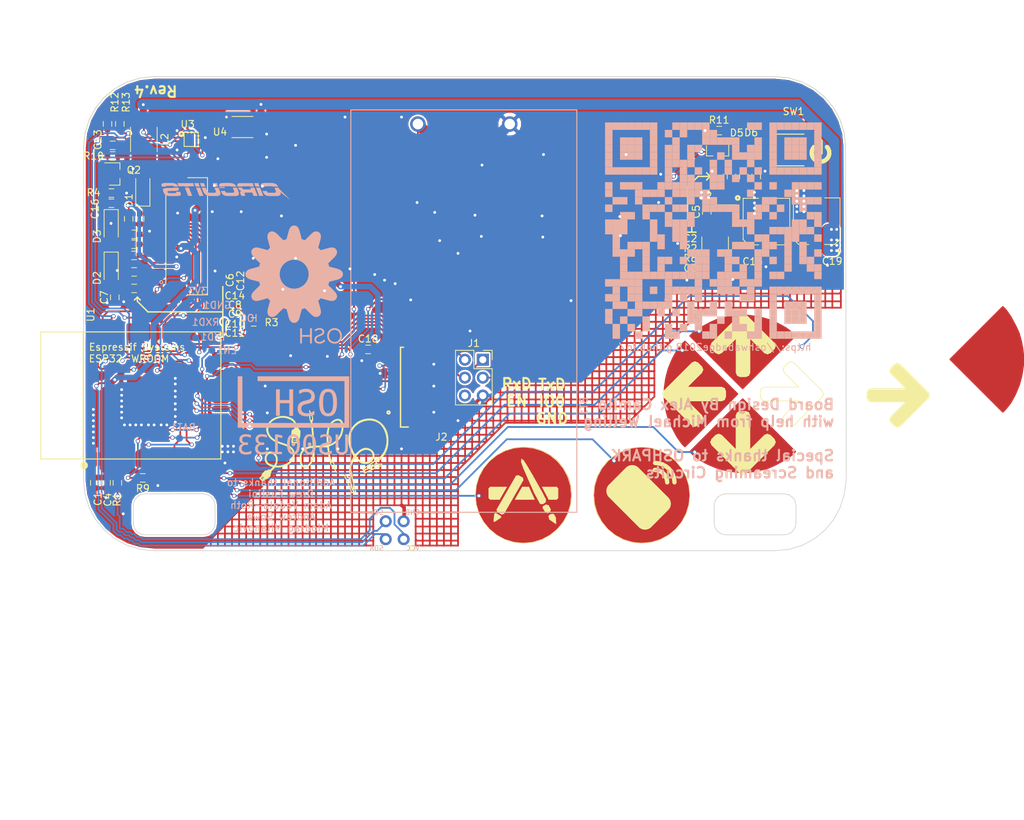
<source format=kicad_pcb>
(kicad_pcb (version 20171130) (host pcbnew 5.1.4-e60b266~84~ubuntu18.04.1)
  (layers (0 F.Cu signal) (31 B.Cu signal) (34 B.Paste user hide) (35 F.Paste user hide) (36 B.SilkS user) (37 F.SilkS user) (38 B.Mask user hide) (39 F.Mask user hide) (44 Edge.Cuts user))
  (net 0 "")
  (net 1 BAT)
  (net 2 GND)
  (net 3 +3V3)
  (net 4 "Net-(C3-Pad2)")
  (net 5 VGH)
  (net 6 VGL)
  (net 7 "Net-(C8-Pad1)")
  (net 8 "Net-(C9-Pad1)")
  (net 9 "Net-(C10-Pad1)")
  (net 10 "Net-(C11-Pad1)")
  (net 11 "Net-(C12-Pad1)")
  (net 12 "Net-(C13-Pad2)")
  (net 13 "Net-(C13-Pad1)")
  (net 14 DCDCEN)
  (net 15 TxD)
  (net 16 RxD)
  (net 17 IO0)
  (net 18 EN)
  (net 19 "Net-(L1-Pad1)")
  (net 20 GDR)
  (net 21 RESE)
  (net 22 BATSENSE)
  (net 23 SDA)
  (net 24 SCL)
  (net 25 T9)
  (net 26 T8)
  (net 27 T7)
  (net 28 T6)
  (net 29 T5)
  (net 30 EINK_MOSI)
  (net 31 "Net-(U1-Pad32)")
  (net 32 EINK_SCLK)
  (net 33 EINK_CS)
  (net 34 EINK_DC)
  (net 35 EINK_RESET)
  (net 36 EINK_BUSY)
  (net 37 INT)
  (net 38 "Net-(U1-Pad5)")
  (net 39 "Net-(U1-Pad4)")
  (net 40 "Net-(U3-Pad6)")
  (net 41 "Net-(U3-Pad11)")
  (net 42 "Net-(U4-Pad3)")
  (net 43 "Net-(U4-Pad4)")
  (net 44 "Net-(X1-Pad1)")
  (net 45 "Net-(X1-Pad6)")
  (net 46 "Net-(X1-Pad7)")
  (net 47 "Net-(X1-Pad19)")
  (net 48 LED_BAR_DOUT)
  (net 49 "Net-(J2-Pad11)")
  (net 50 "Net-(J2-Pad13)")
  (net 51 "Net-(D5-Pad2)")
  (net 52 T4)
  (net 53 "Net-(J2-Pad9)")
  (net 54 "Net-(C16-Pad1)")
  (net 55 "Net-(U1-Pad28)")
  (net 56 MMC_CS)
  (net 57 MISO)
  (net 58 "Net-(J2-Pad8)")
  (net 59 "Net-(U1-Pad22)")
  (net 60 "Net-(U1-Pad21)")
  (net 61 "Net-(U1-Pad20)")
  (net 62 "Net-(U1-Pad19)")
  (net 63 "Net-(U1-Pad18)")
  (net 64 "Net-(U1-Pad17)")
  (net 65 "Net-(J2-Pad1)")
  (net 66 "Net-(J1-Pad6)")
  (module Socket_Strips:Socket_Strip_Straight_2x03_Pitch2.54mm (layer F.Cu) (at 110.51 115.37)
    (fp_text reference J1 (at -1.27 -2.33) (layer F.SilkS))
    (fp_text value Conn_02x03_Top_Bottom)
    (pad 1 thru_hole rect (at 0 0) (size 1.7 1.7) (drill 1) (layers *.Cu *.Mask) (net 15 TxD))
    (pad 2 thru_hole oval (at -2.54 0) (size 1.7 1.7) (drill 1) (layers *.Cu *.Mask) (net 16 RxD))
    (pad 3 thru_hole oval (at 0 2.54) (size 1.7 1.7) (drill 1) (layers *.Cu *.Mask) (net 17 IO0))
    (pad 4 thru_hole oval (at -2.54 2.54) (size 1.7 1.7) (drill 1) (layers *.Cu *.Mask) (net 18 EN))
    (pad 5 thru_hole oval (at 0 5.08) (size 1.7 1.7) (drill 1) (layers *.Cu *.Mask) (net 2 GND))
    (pad 6 thru_hole oval (at -2.54 5.08) (size 1.7 1.7) (drill 1) (layers *.Cu *.Mask) (net 66 "Net-(J1-Pad6)"))
  )
  (module 12BH321P-GR:12BH321P-GR (layer B.Cu) (at 107.82 81.985 90)
    (fp_text reference BT1 (at -40 17 90) (layer B.SilkS) (effects (justify mirror)))
    (fp_text value Battery_Cell hide)
    (pad 1 thru_hole circle (at 0 -6.5 90) (size 2.2 2.2) (drill 1.5) (layers *.Cu *.Mask) (net 1 BAT))
    (pad 2 thru_hole circle (at 0 6.5 90) (size 2.2 2.2) (drill 1.5) (layers *.Cu *.Mask) (net 2 GND))
  )
  (module shitty:Badgelife-Shitty-2x2 (layer F.Cu) (at 98.03 139.53 180)
    (fp_text reference X2)
    (fp_text value Badgelife_shitty_connector)
    (fp_text user SDA (at 2.54 -2.54 180) (layer B.SilkS) (effects (font (size 0.7 0.7) (thickness 0.1)) (justify mirror)))
    (fp_text user SCL (at 2.54 2.54 180) (layer B.SilkS) (effects (font (size 0.7 0.7) (thickness 0.1)) (justify mirror)))
    (fp_text user GND (at -2.54 2.54 180) (layer B.SilkS) (effects (font (size 0.7 0.7) (thickness 0.1)) (justify mirror)))
    (fp_text user VCC (at -2.54 -2.54 180) (layer B.SilkS) (effects (font (size 0.7 0.7) (thickness 0.1)) (justify mirror)))
    (pad 4 thru_hole circle (at 1.27 -1.27 180) (size 1.7 1.7) (drill 1) (layers *.Cu *.Mask) (net 23 SDA))
    (pad 3 thru_hole oval (at 1.27 1.27 180) (size 1.7 1.7) (drill 1) (layers *.Cu *.Mask) (net 24 SCL))
    (pad 1 thru_hole oval (at -1.27 -1.27 180) (size 1.7 1.7) (drill 1) (layers *.Cu *.Mask) (net 3 +3V3))
    (pad 2 thru_hole oval (at -1.27 1.27 180) (size 1.7 1.7) (drill 1) (layers *.Cu *.Mask) (net 2 GND))
  )
  (module TL3305:SPST-4mm (layer F.Cu) (at 153.72 85.66 270)
    (fp_text reference SW1 (at -5.46 -0.78) (layer F.SilkS))
    (fp_text value SW_Push)
    (pad 3 smd rect (at -3.5 1.4 270) (size 1.4 1.4) (layers F.Cu F.Paste F.Mask))
    (pad 4 smd rect (at 3.5 -1.4 270) (size 1.4 1.4) (layers F.Cu F.Paste F.Mask))
    (pad 1 smd rect (at -3.5 -1.4 270) (size 1.4 1.4) (layers F.Cu F.Paste F.Mask) (net 51 "Net-(D5-Pad2)"))
    (pad 2 smd rect (at 3.5 1.4 270) (size 1.4 1.4) (layers F.Cu F.Paste F.Mask) (net 1 BAT))
  )
  (module Capacitors_SMD:CP_Elec_6.3x5.7 (layer F.Cu) (at 150.672 95.8 90)
    (fp_text reference C15 (at -5.664 -1.952 180) (layer F.SilkS))
    (fp_text value 220uF)
    (fp_text user + (at -4.28 3.01 90) (layer F.SilkS))
    (pad 1 smd rect (at -2.7 0 270) (size 3.5 1.6) (layers F.Cu F.Paste F.Mask) (net 3 +3V3))
    (pad 2 smd rect (at 2.7 0 270) (size 3.5 1.6) (layers F.Cu F.Paste F.Mask) (net 2 GND))
  )
  (module Diodes_SMD:D_SOD-123 (layer F.Cu) (at 62.37 91.36 90)
    (fp_text reference D1 (at -1.44 -1.97 90) (layer F.SilkS))
    (fp_text value D_Schottky)
    (pad 1 smd rect (at -1.65 0 90) (size 0.9 1.2) (layers F.Cu F.Paste F.Mask) (net 5 VGH))
    (pad 2 smd rect (at 1.65 0 90) (size 0.9 1.2) (layers F.Cu F.Paste F.Mask) (net 12 "Net-(C13-Pad2)"))
  )
  (module Diodes_SMD:D_SOD-123 (layer F.Cu) (at 57.8932 102.3732 270)
    (fp_text reference D2 (at 1.4268 1.9932 270) (layer F.SilkS))
    (fp_text value D_Schottky)
    (pad 1 smd rect (at -1.65 0 270) (size 0.9 1.2) (layers F.Cu F.Paste F.Mask) (net 13 "Net-(C13-Pad1)"))
    (pad 2 smd rect (at 1.65 0 270) (size 0.9 1.2) (layers F.Cu F.Paste F.Mask) (net 6 VGL))
  )
  (module Diodes_SMD:D_SOD-123 (layer F.Cu) (at 57.8932 96.3524 270)
    (fp_text reference D3 (at 1.5476 1.9932 270) (layer F.SilkS))
    (fp_text value D_Schottky)
    (pad 1 smd rect (at -1.65 0 270) (size 0.9 1.2) (layers F.Cu F.Paste F.Mask) (net 2 GND))
    (pad 2 smd rect (at 1.65 0 270) (size 0.9 1.2) (layers F.Cu F.Paste F.Mask) (net 13 "Net-(C13-Pad1)"))
  )
  (module Inductors_SMD:L_1812 (layer F.Cu) (at 143.4 99.7 270)
    (fp_text reference L1 (at 4.34 -1.5) (layer F.SilkS))
    (fp_text value L)
    (pad 1 smd rect (at -2.44 0 270) (size 1.6 3.5) (layers F.Cu F.Paste F.Mask) (net 19 "Net-(L1-Pad1)"))
    (pad 2 smd rect (at 2.44 0 270) (size 1.6 3.5) (layers F.Cu F.Paste F.Mask) (net 1 BAT))
  )
  (module Inductors_SMD:L_1812 (layer F.Cu) (at 62.52 84.16 90)
    (fp_text reference L2 (at 0 2.95 90) (layer F.SilkS))
    (fp_text value 68uH)
    (pad 1 smd rect (at -2.44 0 90) (size 1.6 3.5) (layers F.Cu F.Paste F.Mask) (net 12 "Net-(C13-Pad2)"))
    (pad 2 smd rect (at 2.44 0 90) (size 1.6 3.5) (layers F.Cu F.Paste F.Mask) (net 3 +3V3))
  )
  (module TO_SOT_Packages_SMD:SOT-23 (layer F.Cu) (at 58.37 89.06)
    (fp_text reference Q2 (at 2.73 -0.56 180) (layer F.SilkS))
    (fp_text value Q_NMOS_GSD)
    (pad 1 smd rect (at -1 -0.95) (size 0.9 0.8) (layers F.Cu F.Paste F.Mask) (net 20 GDR))
    (pad 2 smd rect (at -1 0.95) (size 0.9 0.8) (layers F.Cu F.Paste F.Mask) (net 21 RESE))
    (pad 3 smd rect (at 1 0) (size 0.9 0.8) (layers F.Cu F.Paste F.Mask) (net 12 "Net-(C13-Pad2)"))
  )
  (module SOT95P280X130-5N:SOT95P280X130-5N (layer F.Cu) (at 145 93.75 270)
    (fp_text reference U2 (at -1.59 3.03) (layer F.SilkS) (effects (font (size 1.00033 1.00033))))
    (fp_text value XC9141 hide)
    (pad 1 smd rect (at -1.25 -0.95 270) (size 1.2 0.55) (layers F.Cu F.Paste F.Mask) (net 4 "Net-(C3-Pad2)"))
    (pad 2 smd rect (at -1.25 0 270) (size 1.2 0.55) (layers F.Cu F.Paste F.Mask) (net 2 GND))
    (pad 3 smd rect (at -1.25 0.95 270) (size 1.2 0.55) (layers F.Cu F.Paste F.Mask) (net 1 BAT))
    (pad 4 smd rect (at 1.25 0.95 270) (size 1.2 0.55) (layers F.Cu F.Paste F.Mask) (net 3 +3V3))
    (pad 5 smd rect (at 1.25 -0.95 270) (size 1.2 0.55) (layers F.Cu F.Paste F.Mask) (net 19 "Net-(L1-Pad1)"))
  )
  (module LGA16R50P4X4_200X200X100:LGA16R50P4X4_200X200X100 (layer F.Cu) (at 69.22 84.16)
    (fp_text reference U3 (at -0.5 -2.13987) (layer F.SilkS))
    (fp_text value KX122-1037 hide)
    (pad 1 smd rect (at -0.7625 -0.75) (size 0.28 0.255) (layers F.Cu F.Paste F.Mask) (net 2 GND))
    (pad 2 smd rect (at -0.7625 -0.25) (size 0.28 0.255) (layers F.Cu F.Paste F.Mask) (net 23 SDA))
    (pad 3 smd rect (at -0.7625 0.25) (size 0.28 0.255) (layers F.Cu F.Paste F.Mask) (net 3 +3V3))
    (pad 4 smd rect (at -0.7625 0.75) (size 0.28 0.255) (layers F.Cu F.Paste F.Mask) (net 2 GND))
    (pad 5 smd rect (at -0.25 0.75 90) (size 0.28 0.255) (layers F.Cu F.Paste F.Mask) (net 37 INT))
    (pad 6 smd rect (at 0.25 0.75 90) (size 0.28 0.255) (layers F.Cu F.Paste F.Mask) (net 40 "Net-(U3-Pad6)"))
    (pad 7 smd rect (at 0.7625 0.75 180) (size 0.28 0.255) (layers F.Cu F.Paste F.Mask) (net 3 +3V3))
    (pad 8 smd rect (at 0.7625 0.25) (size 0.28 0.255) (layers F.Cu F.Paste F.Mask) (net 2 GND))
    (pad 9 smd rect (at 0.7625 -0.25) (size 0.28 0.255) (layers F.Cu F.Paste F.Mask) (net 2 GND))
    (pad 10 smd rect (at 0.7625 -0.75) (size 0.28 0.255) (layers F.Cu F.Paste F.Mask) (net 3 +3V3))
    (pad 11 smd rect (at 0.25 -0.75 90) (size 0.28 0.255) (layers F.Cu F.Paste F.Mask) (net 41 "Net-(U3-Pad11)"))
    (pad 12 smd rect (at -0.25 -0.75 90) (size 0.28 0.255) (layers F.Cu F.Paste F.Mask) (net 24 SCL))
  )
  (module SI7006-A20-IM:SON100P300X300X80-7N (layer F.Cu) (at 76.47 82.41)
    (fp_text reference U4 (at -3.17 0.69) (layer F.SilkS))
    (fp_text value Si7006-A20 hide)
    (pad 1 smd rect (at -1.45 -1) (size 0.81 0.42) (layers F.Cu F.Paste F.Mask) (net 23 SDA))
    (pad 2 smd rect (at -1.45 0) (size 0.81 0.42) (layers F.Cu F.Paste F.Mask) (net 2 GND))
    (pad 3 smd rect (at -1.45 1) (size 0.81 0.42) (layers F.Cu F.Paste F.Mask) (net 42 "Net-(U4-Pad3)"))
    (pad 4 smd rect (at 1.45 1) (size 0.81 0.42) (layers F.Cu F.Paste F.Mask) (net 43 "Net-(U4-Pad4)"))
    (pad 5 smd rect (at 1.45 0) (size 0.81 0.42) (layers F.Cu F.Paste F.Mask) (net 3 +3V3))
    (pad 6 smd rect (at 1.45 -1) (size 0.81 0.42) (layers F.Cu F.Paste F.Mask) (net 24 SCL))
    (pad 7 smd rect (at 0 0) (size 1.5 2.4) (layers F.Cu F.Paste F.Mask))
  )
  (module 52435-2471:MOLEX_52435-2471 (layer F.Cu) (at 65.03 97.88 90)
    (fp_text reference X1 hide)
    (fp_text value 52435-2471 hide)
    (fp_poly (pts (xy -9.4 0.4) (xy -9.4 2.6) (xy -8.3 2.6) (xy -8.3 3.45) (xy -7 3.45) (xy -7 0.4)) (layer F.Cu) (width 0))
    (fp_poly (pts (xy 9.4 0.4) (xy 9.4 2.6) (xy 8.3 2.6) (xy 8.3 3.45) (xy 7 3.45) (xy 7 0.4)) (layer F.Cu) (width 0))
    (fp_poly (pts (xy -9.4 0.4) (xy -9.4 2.6) (xy -8.3 2.6) (xy -8.3 3.45) (xy -7 3.45) (xy -7 0.4)) (layer F.Cu) (width 0))
    (fp_poly (pts (xy 9.4 0.4) (xy 9.4 2.6) (xy 8.3 2.6) (xy 8.3 3.45) (xy 7 3.45) (xy 7 0.4)) (layer F.Cu) (width 0))
    (pad 24 smd rect (at -5.75 0 90) (size 0.3 0.8) (layers F.Cu F.Paste F.Mask) (net 10 "Net-(C11-Pad1)"))
    (pad 23 smd rect (at -5.25 0 90) (size 0.3 0.8) (layers F.Cu F.Paste F.Mask) (net 6 VGL))
    (pad 22 smd rect (at -4.75 0 90) (size 0.3 0.8) (layers F.Cu F.Paste F.Mask) (net 9 "Net-(C10-Pad1)"))
    (pad 21 smd rect (at -4.25 0 90) (size 0.3 0.8) (layers F.Cu F.Paste F.Mask) (net 5 VGH))
    (pad 20 smd rect (at -3.75 0 90) (size 0.3 0.8) (layers F.Cu F.Paste F.Mask) (net 8 "Net-(C9-Pad1)"))
    (pad 19 smd rect (at -3.25 0 90) (size 0.3 0.8) (layers F.Cu F.Paste F.Mask) (net 47 "Net-(X1-Pad19)"))
    (pad 18 smd rect (at -2.75 0 90) (size 0.3 0.8) (layers F.Cu F.Paste F.Mask) (net 7 "Net-(C8-Pad1)"))
    (pad 17 smd rect (at -2.25 0 90) (size 0.3 0.8) (layers F.Cu F.Paste F.Mask) (net 2 GND))
    (pad 16 smd rect (at -1.75 0 90) (size 0.3 0.8) (layers F.Cu F.Paste F.Mask) (net 3 +3V3))
    (pad 15 smd rect (at -1.25 0 90) (size 0.3 0.8) (layers F.Cu F.Paste F.Mask) (net 3 +3V3))
    (pad 14 smd rect (at -0.75 0 90) (size 0.3 0.8) (layers F.Cu F.Paste F.Mask) (net 30 EINK_MOSI))
    (pad 13 smd rect (at -0.25 0 90) (size 0.3 0.8) (layers F.Cu F.Paste F.Mask) (net 32 EINK_SCLK))
    (pad 12 smd rect (at 0.25 0 90) (size 0.3 0.8) (layers F.Cu F.Paste F.Mask) (net 33 EINK_CS))
    (pad 11 smd rect (at 0.75 0 90) (size 0.3 0.8) (layers F.Cu F.Paste F.Mask) (net 34 EINK_DC))
    (pad 10 smd rect (at 1.25 0 90) (size 0.3 0.8) (layers F.Cu F.Paste F.Mask) (net 35 EINK_RESET))
    (pad 9 smd rect (at 1.75 0 90) (size 0.3 0.8) (layers F.Cu F.Paste F.Mask) (net 36 EINK_BUSY))
    (pad 8 smd rect (at 2.25 0 90) (size 0.3 0.8) (layers F.Cu F.Paste F.Mask) (net 2 GND))
    (pad 7 smd rect (at 2.75 0 90) (size 0.3 0.8) (layers F.Cu F.Paste F.Mask) (net 46 "Net-(X1-Pad7)"))
    (pad 6 smd rect (at 3.25 0 90) (size 0.3 0.8) (layers F.Cu F.Paste F.Mask) (net 45 "Net-(X1-Pad6)"))
    (pad 5 smd rect (at 3.75 0 90) (size 0.3 0.8) (layers F.Cu F.Paste F.Mask) (net 11 "Net-(C12-Pad1)"))
    (pad 4 smd rect (at 4.25 0 90) (size 0.3 0.8) (layers F.Cu F.Paste F.Mask) (net 54 "Net-(C16-Pad1)"))
    (pad 3 smd rect (at 4.75 0 90) (size 0.3 0.8) (layers F.Cu F.Paste F.Mask) (net 21 RESE))
    (pad 2 smd rect (at 5.25 0 90) (size 0.3 0.8) (layers F.Cu F.Paste F.Mask) (net 20 GDR))
    (pad 1 smd rect (at 5.75 0 90) (size 0.3 0.8) (layers F.Cu F.Paste F.Mask) (net 44 "Net-(X1-Pad1)"))
  )
  (module Diodes_SMD:D_SOT-23_ANK (layer F.Cu) (at 147.75 85.75 270)
    (fp_text reference D6 (at -2.55 -0.75) (layer F.SilkS))
    (fp_text value D)
    (pad 2 smd rect (at -1 -0.95 270) (size 0.9 0.8) (layers F.Cu F.Paste F.Mask) (net 14 DCDCEN))
    (pad "" smd rect (at -1 0.95 270) (size 0.9 0.8) (layers F.Cu F.Paste F.Mask))
    (pad 1 smd rect (at 1 0 270) (size 0.9 0.8) (layers F.Cu F.Paste F.Mask) (net 4 "Net-(C3-Pad2)"))
  )
  (module Diodes_SMD:D_SOT-23_ANK (layer F.Cu) (at 143.75 85.75 270)
    (fp_text reference D5 (at -2.52 -2.71) (layer F.SilkS))
    (fp_text value D)
    (pad 2 smd rect (at -1 -0.95 270) (size 0.9 0.8) (layers F.Cu F.Paste F.Mask) (net 51 "Net-(D5-Pad2)"))
    (pad "" smd rect (at -1 0.95 270) (size 0.9 0.8) (layers F.Cu F.Paste F.Mask))
    (pad 1 smd rect (at 1 0 270) (size 0.9 0.8) (layers F.Cu F.Paste F.Mask) (net 4 "Net-(C3-Pad2)"))
  )
  (module Capacitors_SMD:CP_Elec_6.3x5.7 (layer F.Cu) (at 157.784 95.746 90)
    (fp_text reference C19 (at -5.664 2.186 180) (layer F.SilkS))
    (fp_text value 220uF)
    (fp_text user + (at -4.28 3.01 90) (layer F.SilkS))
    (pad 1 smd rect (at -2.7 0 270) (size 3.5 1.6) (layers F.Cu F.Paste F.Mask) (net 3 +3V3))
    (pad 2 smd rect (at 2.7 0 270) (size 3.5 1.6) (layers F.Cu F.Paste F.Mask) (net 2 GND))
  )
  (module 105162-0001:105162-0001 (layer F.Cu) (at 105.31 119.26 270)
    (fp_text reference J2 (at 7.06 0.66) (layer F.SilkS))
    (fp_text value 105162-0001 hide)
    (pad 1 smd rect (at 3.55 7.34 270) (size 0.5 1) (layers F.Cu F.Paste F.Mask) (net 65 "Net-(J2-Pad1)"))
    (pad 2 smd rect (at 2.45 7.34 270) (size 0.5 1) (layers F.Cu F.Paste F.Mask) (net 56 MMC_CS))
    (pad 3 smd rect (at 1.35 7.34 270) (size 0.5 1) (layers F.Cu F.Paste F.Mask) (net 30 EINK_MOSI))
    (pad 4 smd rect (at 0.25 7.34 270) (size 0.5 1) (layers F.Cu F.Paste F.Mask) (net 3 +3V3))
    (pad 5 smd rect (at -0.85 7.34 270) (size 0.5 1) (layers F.Cu F.Paste F.Mask) (net 32 EINK_SCLK))
    (pad 6 smd rect (at -1.95 7.34 270) (size 0.5 1) (layers F.Cu F.Paste F.Mask) (net 2 GND))
    (pad 7 smd rect (at -3.05 7.34 270) (size 0.5 1) (layers F.Cu F.Paste F.Mask) (net 57 MISO))
    (pad 8 smd rect (at -4.15 7.34 270) (size 0.5 1) (layers F.Cu F.Paste F.Mask) (net 58 "Net-(J2-Pad8)"))
    (pad 9 smd rect (at 5.31 4.66 270) (size 0.72 0.78) (layers F.Cu F.Paste F.Mask) (net 53 "Net-(J2-Pad9)"))
    (pad 10 smd rect (at 5.325 3.39 270) (size 1.05 1.08) (layers F.Cu F.Paste F.Mask) (net 2 GND))
    (pad 11 smd rect (at 5.325 0.78 270) (size 1.05 1.2) (layers F.Cu F.Paste F.Mask) (net 49 "Net-(J2-Pad11)"))
    (pad 12 smd rect (at -5.325 1.35 270) (size 1.05 1.2) (layers F.Cu F.Paste F.Mask) (net 2 GND))
    (pad 13 smd rect (at -5.325 4.535 270) (size 1.05 2.39) (layers F.Cu F.Paste F.Mask) (net 50 "Net-(J2-Pad13)"))
    (pad 14 smd rect (at 1.986 0.105) (size 0.55 2.91) (layers F.Cu F.Paste F.Mask))
    (pad 15 smd rect (at -2.204 0.105) (size 0.55 2.91) (layers F.Cu F.Paste F.Mask))
  )
  (module ESP32-footprints-Lib:ESP32-WROOM (layer F.Cu) (at 60.67 120.435 270)
    (fp_text reference U1 (at -11.435 5.67 270) (layer F.SilkS))
    (fp_text value ESP32-WROOM)
    (fp_text user "Espressif Systems" (at -6.858 -0.889) (layer F.SilkS))
    (fp_text user ESP32-WROOM (at -5.207 0.254) (layer F.SilkS))
    (pad 38 smd oval (at -9 5.25 270) (size 2.5 0.9) (layers F.Cu F.Paste F.Mask) (net 2 GND))
    (pad 37 smd oval (at -9 3.98 270) (size 2.5 0.9) (layers F.Cu F.Paste F.Mask) (net 30 EINK_MOSI))
    (pad 36 smd oval (at -9 2.71 270) (size 2.5 0.9) (layers F.Cu F.Paste F.Mask) (net 24 SCL))
    (pad 35 smd oval (at -9 1.44 270) (size 2.5 0.9) (layers F.Cu F.Paste F.Mask) (net 15 TxD))
    (pad 34 smd oval (at -9 0.17 270) (size 2.5 0.9) (layers F.Cu F.Paste F.Mask) (net 16 RxD))
    (pad 33 smd oval (at -9 -1.1 270) (size 2.5 0.9) (layers F.Cu F.Paste F.Mask) (net 23 SDA))
    (pad 32 smd oval (at -9 -2.37 270) (size 2.5 0.9) (layers F.Cu F.Paste F.Mask) (net 31 "Net-(U1-Pad32)"))
    (pad 31 smd oval (at -9 -3.64 270) (size 2.5 0.9) (layers F.Cu F.Paste F.Mask) (net 57 MISO))
    (pad 30 smd oval (at -9 -4.91 270) (size 2.5 0.9) (layers F.Cu F.Paste F.Mask) (net 32 EINK_SCLK))
    (pad 29 smd oval (at -9 -6.18 270) (size 2.5 0.9) (layers F.Cu F.Paste F.Mask) (net 33 EINK_CS))
    (pad 28 smd oval (at -9 -7.45 270) (size 2.5 0.9) (layers F.Cu F.Paste F.Mask) (net 55 "Net-(U1-Pad28)"))
    (pad 27 smd oval (at -9 -8.72 270) (size 2.5 0.9) (layers F.Cu F.Paste F.Mask) (net 35 EINK_RESET))
    (pad 26 smd oval (at -9 -9.99 270) (size 2.5 0.9) (layers F.Cu F.Paste F.Mask) (net 36 EINK_BUSY))
    (pad 25 smd oval (at -9 -11.26 270) (size 2.5 0.9) (layers F.Cu F.Paste F.Mask) (net 17 IO0))
    (pad 24 smd oval (at -5.715 -12.75 270) (size 0.9 2.5) (layers F.Cu F.Paste F.Mask) (net 14 DCDCEN))
    (pad 23 smd oval (at -4.445 -12.75 270) (size 0.9 2.5) (layers F.Cu F.Paste F.Mask) (net 56 MMC_CS))
    (pad 22 smd oval (at -3.175 -12.75 270) (size 0.9 2.5) (layers F.Cu F.Paste F.Mask) (net 59 "Net-(U1-Pad22)"))
    (pad 21 smd oval (at -1.905 -12.75 270) (size 0.9 2.5) (layers F.Cu F.Paste F.Mask) (net 60 "Net-(U1-Pad21)"))
    (pad 20 smd oval (at -0.635 -12.75 270) (size 0.9 2.5) (layers F.Cu F.Paste F.Mask) (net 61 "Net-(U1-Pad20)"))
    (pad 19 smd oval (at 0.635 -12.75 270) (size 0.9 2.5) (layers F.Cu F.Paste F.Mask) (net 62 "Net-(U1-Pad19)"))
    (pad 18 smd oval (at 1.905 -12.75 270) (size 0.9 2.5) (layers F.Cu F.Paste F.Mask) (net 63 "Net-(U1-Pad18)"))
    (pad 17 smd oval (at 3.175 -12.75 270) (size 0.9 2.5) (layers F.Cu F.Paste F.Mask) (net 64 "Net-(U1-Pad17)"))
    (pad 16 smd oval (at 4.445 -12.75 270) (size 0.9 2.5) (layers F.Cu F.Paste F.Mask) (net 52 T4))
    (pad 15 smd oval (at 5.715 -12.75 270) (size 0.9 2.5) (layers F.Cu F.Paste F.Mask) (net 2 GND))
    (pad 14 smd oval (at 9 -11.26 270) (size 2.5 0.9) (layers F.Cu F.Paste F.Mask) (net 29 T5))
    (pad 13 smd oval (at 9 -9.99 270) (size 2.5 0.9) (layers F.Cu F.Paste F.Mask) (net 28 T6))
    (pad 12 smd oval (at 9 -8.72 270) (size 2.5 0.9) (layers F.Cu F.Paste F.Mask) (net 27 T7))
    (pad 11 smd oval (at 9 -7.45 270) (size 2.5 0.9) (layers F.Cu F.Paste F.Mask) (net 48 LED_BAR_DOUT))
    (pad 10 smd oval (at 9 -6.18 270) (size 2.5 0.9) (layers F.Cu F.Paste F.Mask) (net 34 EINK_DC))
    (pad 9 smd oval (at 9 -4.91 270) (size 2.5 0.9) (layers F.Cu F.Paste F.Mask) (net 26 T8))
    (pad 8 smd oval (at 9 -3.64 270) (size 2.5 0.9) (layers F.Cu F.Paste F.Mask) (net 25 T9))
    (pad 7 smd oval (at 9 -2.37 270) (size 2.5 0.9) (layers F.Cu F.Paste F.Mask) (net 22 BATSENSE))
    (pad 6 smd oval (at 9 -1.1 270) (size 2.5 0.9) (layers F.Cu F.Paste F.Mask) (net 37 INT))
    (pad 5 smd oval (at 9 0.17 270) (size 2.5 0.9) (layers F.Cu F.Paste F.Mask) (net 38 "Net-(U1-Pad5)"))
    (pad 4 smd oval (at 9 1.44 270) (size 2.5 0.9) (layers F.Cu F.Paste F.Mask) (net 39 "Net-(U1-Pad4)"))
    (pad 3 smd oval (at 9 2.71 270) (size 2.5 0.9) (layers F.Cu F.Paste F.Mask) (net 18 EN))
    (pad 2 smd oval (at 9 3.98 270) (size 2.5 0.9) (layers F.Cu F.Paste F.Mask) (net 3 +3V3))
    (pad 1 smd oval (at 9 5.25 270) (size 2.5 0.9) (layers F.Cu F.Paste F.Mask) (net 2 GND))
    (pad 39 smd rect (at 0.3 -2.45 270) (size 6 6) (layers F.Cu F.Paste F.Mask) (net 2 GND))
  )
  (module Capacitors_SMD:C_0603 (layer F.Cu) (at 57.92 93.21 180)
    (fp_text reference C16 (at 2.32 -0.79 270) (layer F.SilkS))
    (fp_text value 1uF)
    (pad 2 smd rect (at 0.75 0 180) (size 0.8 0.75) (layers F.Cu F.Paste F.Mask) (net 2 GND))
    (pad 1 smd rect (at -0.75 0 180) (size 0.8 0.75) (layers F.Cu F.Paste F.Mask) (net 54 "Net-(C16-Pad1)"))
  )
  (module Capacitors_SMD:C_0603 (layer F.Cu) (at 58.1 86.5)
    (fp_text reference R10 (at -2.7 0 180) (layer F.SilkS))
    (fp_text value 10K)
    (pad 2 smd rect (at 0.75 0) (size 0.8 0.75) (layers F.Cu F.Paste F.Mask) (net 2 GND))
    (pad 1 smd rect (at -0.75 0) (size 0.8 0.75) (layers F.Cu F.Paste F.Mask) (net 20 GDR))
  )
  (module Capacitors_SMD:C_0603 (layer F.Cu) (at 58.77 132.81 270)
    (fp_text reference R1 (at 2.39 0.07 270) (layer F.SilkS))
    (fp_text value 10KR)
    (pad 2 smd rect (at 0.75 0 270) (size 0.8 0.75) (layers F.Cu F.Paste F.Mask) (net 3 +3V3))
    (pad 1 smd rect (at -0.75 0 270) (size 0.8 0.75) (layers F.Cu F.Paste F.Mask) (net 18 EN))
  )
  (module Capacitors_SMD:C_0603 (layer F.Cu) (at 78.07 110.01 180)
    (fp_text reference R3 (at -2.53 -0.09 180) (layer F.SilkS))
    (fp_text value 10K)
    (pad 2 smd rect (at 0.75 0 180) (size 0.8 0.75) (layers F.Cu F.Paste F.Mask) (net 17 IO0))
    (pad 1 smd rect (at -0.75 0 180) (size 0.8 0.75) (layers F.Cu F.Paste F.Mask) (net 3 +3V3))
  )
  (module Capacitors_SMD:C_0603 (layer F.Cu) (at 57.92 91.76)
    (fp_text reference R4 (at -2.52 -0.06) (layer F.SilkS))
    (fp_text value 2.2R)
    (pad 2 smd rect (at 0.75 0) (size 0.8 0.75) (layers F.Cu F.Paste F.Mask) (net 2 GND))
    (pad 1 smd rect (at -0.75 0) (size 0.8 0.75) (layers F.Cu F.Paste F.Mask) (net 21 RESE))
  )
  (module Capacitors_SMD:C_0603 (layer F.Cu) (at 147.47 89.41 270)
    (fp_text reference R8 (at 11.59 7.57 180) (layer F.SilkS))
    (fp_text value 100k)
    (pad 2 smd rect (at 0.75 0 270) (size 0.8 0.75) (layers F.Cu F.Paste F.Mask) (net 4 "Net-(C3-Pad2)"))
    (pad 1 smd rect (at -0.75 0 270) (size 0.8 0.75) (layers F.Cu F.Paste F.Mask) (net 2 GND))
  )
  (module Capacitors_SMD:C_0603 (layer F.Cu) (at 62.37 132.11 180)
    (fp_text reference R9 (at 0 -1.5 180) (layer F.SilkS))
    (fp_text value 100k)
    (pad 2 smd rect (at 0.75 0 180) (size 0.8 0.75) (layers F.Cu F.Paste F.Mask) (net 1 BAT))
    (pad 1 smd rect (at -0.75 0 180) (size 0.8 0.75) (layers F.Cu F.Paste F.Mask) (net 22 BATSENSE))
  )
  (module Capacitors_SMD:C_0603 (layer F.Cu) (at 143.97 82.91)
    (fp_text reference R11 (at 0 -1.5) (layer F.SilkS))
    (fp_text value 100k)
    (pad 2 smd rect (at 0.75 0) (size 0.8 0.75) (layers F.Cu F.Paste F.Mask) (net 51 "Net-(D5-Pad2)"))
    (pad 1 smd rect (at -0.75 0) (size 0.8 0.75) (layers F.Cu F.Paste F.Mask) (net 2 GND))
  )
  (module Capacitors_SMD:C_0603 (layer F.Cu) (at 57.37 81.96 90)
    (fp_text reference R12 (at 3.06 1.03 90) (layer F.SilkS))
    (fp_text value 2.2k)
    (pad 2 smd rect (at 0.75 0 90) (size 0.8 0.75) (layers F.Cu F.Paste F.Mask) (net 3 +3V3))
    (pad 1 smd rect (at -0.75 0 90) (size 0.8 0.75) (layers F.Cu F.Paste F.Mask) (net 23 SDA))
  )
  (module Capacitors_SMD:C_0603 (layer F.Cu) (at 59.12 81.96 270)
    (fp_text reference R13 (at -3.06 -0.88 270) (layer F.SilkS))
    (fp_text value 2.2k)
    (pad 2 smd rect (at 0.75 0 270) (size 0.8 0.75) (layers F.Cu F.Paste F.Mask) (net 24 SCL))
    (pad 1 smd rect (at -0.75 0 270) (size 0.8 0.75) (layers F.Cu F.Paste F.Mask) (net 3 +3V3))
  )
  (module Capacitors_SMD:C_0603 (layer F.Cu) (at 55.57 132.81 270)
    (fp_text reference C1 (at 2.29 -0.43 270) (layer F.SilkS))
    (fp_text value 10uF)
    (pad 2 smd rect (at 0.75 0 270) (size 0.8 0.75) (layers F.Cu F.Paste F.Mask) (net 2 GND))
    (pad 1 smd rect (at -0.75 0 270) (size 0.8 0.75) (layers F.Cu F.Paste F.Mask) (net 3 +3V3))
  )
  (module Capacitors_SMD:C_0603 (layer F.Cu) (at 149.22 89.41 270)
    (fp_text reference C3 (at 12.99 9.32 180) (layer F.SilkS))
    (fp_text value 1uF)
    (pad 2 smd rect (at 0.75 0 270) (size 0.8 0.75) (layers F.Cu F.Paste F.Mask) (net 4 "Net-(C3-Pad2)"))
    (pad 1 smd rect (at -0.75 0 270) (size 0.8 0.75) (layers F.Cu F.Paste F.Mask) (net 2 GND))
  )
  (module Capacitors_SMD:C_0603 (layer F.Cu) (at 57.17 132.81 270)
    (fp_text reference C4 (at 2.39 -0.23 270) (layer F.SilkS))
    (fp_text value 1uF)
    (pad 2 smd rect (at 0.75 0 270) (size 0.8 0.75) (layers F.Cu F.Paste F.Mask) (net 2 GND))
    (pad 1 smd rect (at -0.75 0 270) (size 0.8 0.75) (layers F.Cu F.Paste F.Mask) (net 3 +3V3))
  )
  (module Capacitors_SMD:C_0603 (layer F.Cu) (at 142.22 94.41 90)
    (fp_text reference C5 (at 0 -1.5 90) (layer F.SilkS))
    (fp_text value 10uf)
    (pad 2 smd rect (at 0.75 0 90) (size 0.8 0.75) (layers F.Cu F.Paste F.Mask) (net 2 GND))
    (pad 1 smd rect (at -0.75 0 90) (size 0.8 0.75) (layers F.Cu F.Paste F.Mask) (net 3 +3V3))
  )
  (module Capacitors_SMD:C_0603 (layer F.Cu) (at 60.37 95.41 90)
    (fp_text reference C6 (at -8.69 14.33 90) (layer F.SilkS))
    (fp_text value 1uF)
    (pad 2 smd rect (at 0.75 0 90) (size 0.8 0.75) (layers F.Cu F.Paste F.Mask) (net 5 VGH))
    (pad 1 smd rect (at -0.75 0 90) (size 0.8 0.75) (layers F.Cu F.Paste F.Mask) (net 2 GND))
  )
  (module Capacitors_SMD:C_0603 (layer F.Cu) (at 58.4012 106.5388 90)
    (fp_text reference C7 (at 0 -1.5 90) (layer F.SilkS))
    (fp_text value 1uF)
    (pad 2 smd rect (at 0.75 0 90) (size 0.8 0.75) (layers F.Cu F.Paste F.Mask) (net 6 VGL))
    (pad 1 smd rect (at -0.75 0 90) (size 0.8 0.75) (layers F.Cu F.Paste F.Mask) (net 2 GND))
  )
  (module Capacitors_SMD:C_0603 (layer F.Cu) (at 61.1444 99.0204 180)
    (fp_text reference C8 (at -14.2556 -8.5796 180) (layer F.SilkS))
    (fp_text value 1uF)
    (pad 2 smd rect (at 0.75 0 180) (size 0.8 0.75) (layers F.Cu F.Paste F.Mask) (net 2 GND))
    (pad 1 smd rect (at -0.75 0 180) (size 0.8 0.75) (layers F.Cu F.Paste F.Mask) (net 7 "Net-(C8-Pad1)"))
  )
  (module Capacitors_SMD:C_0603 (layer F.Cu) (at 61.1444 100.5952 180)
    (fp_text reference C9 (at -14.2556 -8.3048 180) (layer F.SilkS))
    (fp_text value 1uF)
    (pad 2 smd rect (at 0.75 0 180) (size 0.8 0.75) (layers F.Cu F.Paste F.Mask) (net 2 GND))
    (pad 1 smd rect (at -0.75 0 180) (size 0.8 0.75) (layers F.Cu F.Paste F.Mask) (net 8 "Net-(C9-Pad1)"))
  )
  (module Capacitors_SMD:C_0603 (layer F.Cu) (at 61.1444 102.932 180)
    (fp_text reference C10 (at -14.2556 -7.368 180) (layer F.SilkS))
    (fp_text value 1uF)
    (pad 2 smd rect (at 0.75 0 180) (size 0.8 0.75) (layers F.Cu F.Paste F.Mask) (net 2 GND))
    (pad 1 smd rect (at -0.75 0 180) (size 0.8 0.75) (layers F.Cu F.Paste F.Mask) (net 9 "Net-(C10-Pad1)"))
  )
  (module Capacitors_SMD:C_0603 (layer F.Cu) (at 61.1444 105.2688 180)
    (fp_text reference C11 (at -14.2556 -6.3312 180) (layer F.SilkS))
    (fp_text value 1uF)
    (pad 2 smd rect (at 0.75 0 180) (size 0.8 0.75) (layers F.Cu F.Paste F.Mask) (net 2 GND))
    (pad 1 smd rect (at -0.75 0 180) (size 0.8 0.75) (layers F.Cu F.Paste F.Mask) (net 10 "Net-(C11-Pad1)"))
  )
  (module Capacitors_SMD:C_0603 (layer F.Cu) (at 61.92 95.41 270)
    (fp_text reference C12 (at 8.79 -14.28 270) (layer F.SilkS))
    (fp_text value 1uF)
    (pad 2 smd rect (at 0.75 0 270) (size 0.8 0.75) (layers F.Cu F.Paste F.Mask) (net 2 GND))
    (pad 1 smd rect (at -0.75 0 270) (size 0.8 0.75) (layers F.Cu F.Paste F.Mask) (net 11 "Net-(C12-Pad1)"))
  )
  (module Capacitors_SMD:C_0603 (layer F.Cu) (at 58.1 85)
    (fp_text reference C13 (at -2.1 -0.8 90) (layer F.SilkS))
    (fp_text value 1uF)
    (pad 2 smd rect (at 0.75 0) (size 0.8 0.75) (layers F.Cu F.Paste F.Mask) (net 12 "Net-(C13-Pad2)"))
    (pad 1 smd rect (at -0.75 0) (size 0.8 0.75) (layers F.Cu F.Paste F.Mask) (net 13 "Net-(C13-Pad1)"))
  )
  (module Capacitors_SMD:C_0603 (layer F.Cu) (at 143.97 89.41 90)
    (fp_text reference C2 (at -8.79 -4.07) (layer F.SilkS))
    (fp_text value 10uF)
    (pad 2 smd rect (at 0.75 0 90) (size 0.8 0.75) (layers F.Cu F.Paste F.Mask) (net 2 GND))
    (pad 1 smd rect (at -0.75 0 90) (size 0.8 0.75) (layers F.Cu F.Paste F.Mask) (net 1 BAT))
  )
  (module Capacitors_SMD:C_0603 (layer F.Cu) (at 145.72 89.41 90)
    (fp_text reference R2 (at -10.19 -5.82) (layer F.SilkS))
    (fp_text value DNP)
    (pad 2 smd rect (at 0.75 0 90) (size 0.8 0.75) (layers F.Cu F.Paste F.Mask) (net 1 BAT))
    (pad 1 smd rect (at -0.75 0 90) (size 0.8 0.75) (layers F.Cu F.Paste F.Mask) (net 4 "Net-(C3-Pad2)"))
  )
  (module Capacitors_SMD:C_0603 (layer F.Cu) (at 61.17 97.61 180)
    (fp_text reference C14 (at -14.23 -8.69 180) (layer F.SilkS))
    (fp_text value 2.2uF)
    (pad 2 smd rect (at 0.75 0 180) (size 0.8 0.75) (layers F.Cu F.Paste F.Mask) (net 2 GND))
    (pad 1 smd rect (at -0.75 0 180) (size 0.8 0.75) (layers F.Cu F.Paste F.Mask) (net 3 +3V3))
  )
  (module Capacitors_SMD:C_0603 (layer F.Cu) (at 94.27 113.91)
    (fp_text reference C18 (at 0 -1.5) (layer F.SilkS))
    (fp_text value 1uF)
    (pad 2 smd rect (at 0.75 0) (size 0.8 0.75) (layers F.Cu F.Paste F.Mask) (net 3 +3V3))
    (pad 1 smd rect (at -0.75 0) (size 0.8 0.75) (layers F.Cu F.Paste F.Mask) (net 2 GND))
  )
  (module ohs:ohs (layer F.Cu) (at 88 128.4 180)
    (fp_text reference G*** hide)
    (fp_text value LOGO hide)
  )
  (module test_point:test_point (layer B.Cu) (at 68.072 106.172)
    (fp_text reference 3V3 (at 2.078 -0.522) (layer B.SilkS) (effects (justify mirror)))
    (fp_text value TestPoint)
    (pad 1 smd circle (at 0 0) (size 1 1) (layers B.Cu B.Mask) (net 3 +3V3))
  )
  (module test_point:test_point (layer B.Cu) (at 67.564 126.492)
    (fp_text reference BAT1 (at 0.508 -1.524) (layer B.SilkS) (effects (justify mirror)))
    (fp_text value TestPoint)
    (pad 1 smd circle (at 0 0) (size 1 1) (layers B.Cu B.Mask) (net 1 BAT))
  )
  (module test_point:test_point (layer B.Cu) (at 72.136 114.046)
    (fp_text reference EN1 (at 2.114 0.004) (layer B.SilkS) (effects (justify mirror)))
    (fp_text value TestPoint)
    (pad 1 smd circle (at 0 0) (size 1 1) (layers B.Cu B.Mask) (net 18 EN))
  )
  (module test_point:test_point (layer B.Cu) (at 70.104 107.696)
    (fp_text reference GND1 (at 2.796 -0.046) (layer B.SilkS) (effects (justify mirror)))
    (fp_text value TestPoint)
    (pad 1 smd circle (at 0 0) (size 1 1) (layers B.Cu B.Mask) (net 2 GND))
  )
  (module test_point:test_point (layer B.Cu) (at 75.692 108.458)
    (fp_text reference IO0 (at 1.708 1.042) (layer B.SilkS) (effects (justify mirror)))
    (fp_text value TestPoint)
    (pad 1 smd circle (at 0 0) (size 1 1) (layers B.Cu B.Mask) (net 17 IO0))
  )
  (module test_point:test_point (layer B.Cu) (at 73.914 109.982)
    (fp_text reference RXD1 (at -2.664 0.068) (layer B.SilkS) (effects (justify mirror)))
    (fp_text value TestPoint)
    (pad 1 smd circle (at 0 0) (size 1 1) (layers B.Cu B.Mask) (net 16 RxD))
  )
  (module test_point:test_point (layer B.Cu) (at 69.85 112.268)
    (fp_text reference TXD1 (at 2.5 -0.118) (layer B.SilkS) (effects (justify mirror)))
    (fp_text value TestPoint)
    (pad 1 smd circle (at 0 0) (size 1 1) (layers B.Cu B.Mask) (net 15 TxD))
  )
  (module qr:silk (layer B.Cu) (at 143.152 97.082 180)
    (fp_text reference qrcode_oshw hide)
    (fp_text value G*** hide)
    (fp_poly (pts (xy -0.349675 2.49265) (xy -0.365882 2.488431) (xy -0.378868 2.477435) (xy -0.385875 2.46215) (xy -0.516615 1.75884) (xy -0.523341 1.742366) (xy -0.535756 1.728047) (xy -0.551215 1.71904) (xy -1.023025 1.52628) (xy -1.040377 1.521984) (xy -1.059306 1.523243) (xy -1.075725 1.53028) (xy -1.663285 1.93336) (xy -1.679004 1.939212) (xy -1.6959 1.937508) (xy -1.710285 1.92936) (xy -2.205345 1.4343) (xy -2.213893 1.41987) (xy -2.21533 1.402996) (xy -2.209345 1.3873) (xy -1.812985 0.80956) (xy -1.805963 0.793164) (xy -1.804941 0.774523) (xy -1.809985 0.75746) (xy -2.018755 0.27066) (xy -2.028185 0.25529) (xy -2.042592 0.24283) (xy -2.059155 0.23606) (xy -2.739215 0.10997) (xy -2.7545 0.102877) (xy -2.765496 0.089629) (xy -2.769715 0.07327) (xy -2.769195 -0.62642) (xy -2.765106 -0.642757) (xy -2.754351 -0.655983) (xy -2.739195 -0.66312) (xy -2.075675 -0.78662) (xy -2.059286 -0.793368) (xy -2.045164 -0.805805) (xy -2.036375 -0.82122) (xy -1.829145 -1.3385) (xy -1.824849 -1.355981) (xy -1.826108 -1.375152) (xy -1.833145 -1.3917) (xy -2.210385 -1.94051) (xy -2.2162 -1.956251) (xy -2.214237 -1.973103) (xy -2.205385 -1.98751) (xy -1.710315 -2.48256) (xy -1.696059 -2.491019) (xy -1.679404 -2.492434) (xy -1.663815 -2.48656) (xy -1.124305 -2.11656) (xy -1.107901 -2.10973) (xy -1.089342 -2.109123) (xy -1.072605 -2.11456) (xy -0.834385 -2.24169) (xy -0.811835 -2.24272) (xy -0.795585 -2.22719) (xy -0.304665 -1.04174) (xy -0.302112 -1.025381) (xy -0.307425 -1.009666) (xy -0.319065 -0.99784) (xy -0.378465 -0.96114) (xy -0.397015 -0.94804) (xy -0.416165 -0.93224) (xy -0.436723 -0.918611) (xy -0.456818 -0.904353) (xy -0.476435 -0.889478) (xy -0.49556 -0.874003) (xy -0.514178 -0.85794) (xy -0.532276 -0.841303) (xy -0.549839 -0.824107) (xy -0.566853 -0.806365) (xy -0.583304 -0.788093) (xy -0.599176 -0.769303) (xy -0.614457 -0.750009) (xy -0.629132 -0.730227) (xy -0.643186 -0.709969) (xy -0.656605 -0.689251) (xy -0.669375 -0.668085) (xy -0.681482 -0.646486) (xy -0.692911 -0.624469) (xy -0.703649 -0.602046) (xy -0.71368 -0.579233) (xy -0.72299 -0.556042) (xy -0.731566 -0.53249) (xy -0.739393 -0.508588) (xy -0.746457 -0.484352) (xy -0.752743 -0.459795) (xy -0.758237 -0.434931) (xy -0.762925 -0.409776) (xy -0.766793 -0.384341) (xy -0.769826 -0.358642) (xy -0.772011 -0.332693) (xy -0.773331 -0.306508) (xy -0.773775 -0.2801) (xy -0.773377 -0.255043) (xy -0.77219 -0.230185) (xy -0.770226 -0.205538) (xy -0.767498 -0.181114) (xy -0.764017 -0.156925) (xy -0.759796 -0.132984) (xy -0.754847 -0.109301) (xy -0.749182 -0.085889) (xy -0.742812 -0.06276) (xy -0.73575 -0.039926) (xy -0.728008 -0.017399) (xy -0.719598 0.004808) (xy -0.710532 0.026685) (xy -0.700822 0.048218) (xy -0.69048 0.069397) (xy -0.679519 0.090208) (xy -0.667949 0.11064) (xy -0.655785 0.130682) (xy -0.643036 0.15032) (xy -0.629716 0.169542) (xy -0.615837 0.188338) (xy -0.60141 0.206695) (xy -0.586448 0.2246) (xy -0.570963 0.242043) (xy -0.554966 0.25901) (xy -0.538471 0.27549) (xy -0.521488 0.29147) (xy -0.50403 0.30694) (xy -0.486109 0.321886) (xy -0.467738 0.336297) (xy -0.448927 0.350161) (xy -0.42969 0.363466) (xy -0.410038 0.376199) (xy -0.389984 0.38835) (xy -0.369539 0.399905) (xy -0.348715 0.410852) (xy -0.327525 0.421181) (xy -0.305981 0.430878) (xy -0.284094 0.439932) (xy -0.261877 0.44833) (xy -0.239342 0.456061) (xy -0.216501 0.463113) (xy -0.193366 0.469474) (xy -0.169949 0.475131) (xy -0.146261 0.480073) (xy -0.122316 0.484288) (xy -0.098125 0.487763) (xy -0.073701 0.490487) (xy -0.049054 0.492447) (xy -0.024198 0.493632) (xy 0.000855 0.49403) (xy 0.025909 0.493632) (xy 0.050764 0.492447) (xy 0.075409 0.490487) (xy 0.099831 0.487763) (xy 0.124018 0.484288) (xy 0.147958 0.480073) (xy 0.171639 0.475131) (xy 0.195049 0.469474) (xy 0.218177 0.463113) (xy 0.24101 0.456061) (xy 0.263536 0.44833) (xy 0.285743 0.439932) (xy 0.307619 0.430878) (xy 0.329152 0.421181) (xy 0.35033 0.410852) (xy 0.371141 0.399905) (xy 0.391573 0.38835) (xy 0.411614 0.376199) (xy 0.431253 0.363466) (xy 0.450476 0.350161) (xy 0.469272 0.336297) (xy 0.487629 0.321886) (xy 0.505535 0.30694) (xy 0.522978 0.29147) (xy 0.539946 0.27549) (xy 0.556426 0.25901) (xy 0.572408 0.242043) (xy 0.587878 0.2246) (xy 0.602825 0.206695) (xy 0.617237 0.188338) (xy 0.631102 0.169542) (xy 0.644408 0.15032) (xy 0.657142 0.130682) (xy 0.669294 0.11064) (xy 0.680849 0.090208) (xy 0.691798 0.069397) (xy 0.702127 0.048218) (xy 0.711826 0.026685) (xy 0.72088 0.004808) (xy 0.72928 -0.017399) (xy 0.737012 -0.039926) (xy 0.744064 -0.06276) (xy 0.750426 -0.085889) (xy 0.756084 -0.109301) (xy 0.761026 -0.132984) (xy 0.765241 -0.156925) (xy 0.768717 -0.181114) (xy 0.771441 -0.205538) (xy 0.773402 -0.230185) (xy 0.774587 -0.255043) (xy 0.774985 -0.2801) (xy 0.774542 -0.306508) (xy 0.773221 -0.332693) (xy 0.771037 -0.358642) (xy 0.768005 -0.384341) (xy 0.764138 -0.409776) (xy 0.759451 -0.434931) (xy 0.753958 -0.459795) (xy 0.747673 -0.484352) (xy 0.74061 -0.508588) (xy 0.732785 -0.53249) (xy 0.72421 -0.556042) (xy 0.714901 -0.579233) (xy 0.704871 -0.602046) (xy 0.694135 -0.624469) (xy 0.682707 -0.646486) (xy 0.670601 -0.668085) (xy 0.657831 -0.689251) (xy 0.644413 -0.709969) (xy 0.630359 -0.730227) (xy 0.615685 -0.750009) (xy 0.600404 -0.769303) (xy 0.584531 -0.788093) (xy 0.56808 -0.806365) (xy 0.551065 -0.824107) (xy 0.533501 -0.841303) (xy 0.515402 -0.85794) (xy 0.496781 -0.874003) (xy 0.477654 -0.889478) (xy 0.458035 -0.904353) (xy 0.437937 -0.918611) (xy 0.417375 -0.93224) (xy 0.398513 -0.948153) (xy 0.380175 -0.96114) (xy 0.320175 -0.99784) (xy 0.308723 -1.009755) (xy 0.30376 -1.025425) (xy 0.306175 -1.04174) (xy 0.796585 -2.2272) (xy 0.812948 -2.243188) (xy 0.835385 -2.2417) (xy 1.073615 -2.11457) (xy 1.090396 -2.109533) (xy 1.109 -2.110274) (xy 1.125315 -2.11657) (xy 1.664825 -2.48657) (xy 1.680544 -2.491977) (xy 1.69744 -2.490496) (xy 1.711825 -2.48257) (xy 2.206885 -1.98752) (xy 2.215433 -1.97309) (xy 2.21687 -1.956216) (xy 2.210885 -1.94052) (xy 1.834155 -1.39171) (xy 1.826925 -1.375051) (xy 1.825251 -1.355903) (xy 1.829155 -1.33851) (xy 2.036375 -0.82123) (xy 2.045519 -0.805771) (xy 2.059397 -0.793356) (xy 2.075675 -0.78663) (xy 2.739205 -0.66313) (xy 2.754446 -0.656037) (xy 2.765464 -0.642789) (xy 2.769705 -0.62643) (xy 2.769705 0.07327) (xy 2.765504 0.089455) (xy 2.754499 0.102418) (xy 2.739205 0.10947) (xy 2.739735 0.11) (xy 2.059675 0.23608) (xy 2.04316 0.24285) (xy 2.02869 0.25531) (xy 2.019375 0.27068) (xy 1.810595 0.75747) (xy 1.806039 0.774533) (xy 1.806817 0.793174) (xy 1.813595 0.80957) (xy 2.209955 1.38731) (xy 2.215362 1.403006) (xy 2.213881 1.41988) (xy 2.205955 1.43431) (xy 1.710905 1.92938) (xy 1.696475 1.937884) (xy 1.679601 1.939343) (xy 1.663905 1.93338) (xy 1.076355 1.53029) (xy 1.059848 1.523231) (xy 1.040896 1.521949) (xy 1.023655 1.52629) (xy 0.551845 1.71905) (xy 0.536497 1.72835) (xy 0.52406 1.742517) (xy 0.517245 1.75895) (xy 0.385995 2.46227) (xy 0.37901 2.477511) (xy 0.36598 2.488529) (xy 0.349795 2.49277) (xy -0.349675 2.49265)) (layer B.Cu) (width 0))
  )
  (module oshwcert:oshw-US00133 (layer B.Cu) (at 83.7 122.8 180)
    (fp_text reference oshw-US00133 hide)
    (fp_text value G*** hide)
    (fp_poly (pts (xy 2.80198 3.226144) (xy 3.29464 3.226144) (xy 3.65226 0.195184) (xy 4.0774 2.200854) (xy 4.60507 2.200854) (xy 5.03521 0.190174) (xy 6.24648 6.000384) (xy 6.73914 6.000384) (xy 5.3278 -0.507546) (xy 4.85014 -0.507546) (xy 4.34248 1.710664) (xy 3.83731 -0.507546) (xy 3.35965 -0.507546) (xy 2.80197 3.226144) (xy 2.80198 3.226144)) (layer B.Cu) (width 0.028231))
  )
  (module ScreamingCircuts:ss_small (layer B.Cu) (at 77.9 90.6 180)
    (fp_text reference ss_small hide)
    (fp_text value G*** hide)
    (fp_poly (pts (xy -6.224725 3.265779) (xy -6.860235 2.701669) (xy -13.008435 2.232569) (xy -8.359565 2.151269) (xy -8.248915 2.277989) (xy -6.255375 2.283989) (xy -7.508185 2.136319) (xy -7.497385 2.136099) (xy -7.968405 1.718069) (xy -12.407785 1.581449) (xy -9.153335 1.320569) (xy -9.061735 1.425269) (xy -7.129785 1.424629) (xy -8.478255 1.265459) (xy -8.877025 0.911589) (xy -11.912615 0.752099) (xy -9.864805 0.566539) (xy -9.775605 0.668469) (xy -7.796325 0.673469) (xy -9.352475 0.489939) (xy -9.816675 0.077859) (xy -11.427835 0.058859) (xy -10.431225 -0.125631) (xy -10.373125 -0.059131) (xy -8.457675 -0.087131) (xy -9.843595 -0.234481) (xy -9.656765 -0.269081) (xy -6.892275 -3.266581) (xy -3.658255 -0.396231) (xy -5.022145 -0.396231) (xy -5.052445 -0.390231) (xy -5.077645 -0.372231) (xy -5.288415 -0.143691) (xy -6.039895 -0.143691) (xy -6.057795 -0.192691) (xy -6.083195 -0.237791) (xy -6.153195 -0.312891) (xy -6.196295 -0.341291) (xy -6.243695 -0.362591) (xy -6.294695 -0.375991) (xy -6.348395 -0.380991) (xy -6.412395 -0.373991) (xy -6.472295 -0.355191) (xy -6.526595 -0.325491) (xy -6.574095 -0.286191) (xy -6.613395 -0.238691) (xy -6.643095 -0.184391) (xy -6.661895 -0.124591) (xy -6.668895 -0.060591) (xy -6.661895 0.003409) (xy -6.643095 0.063209) (xy -6.613395 0.117509) (xy -6.574095 0.165009) (xy -6.526595 0.204309) (xy -6.472295 0.234109) (xy -6.412395 0.252909) (xy -6.348395 0.259909) (xy -6.292695 0.254909) (xy -6.239995 0.240609) (xy -6.191195 0.217809) (xy -6.147095 0.187409) (xy -6.108595 0.150309) (xy -6.076695 0.107409) (xy -6.052095 0.059509) (xy -6.035795 0.007609) (xy -5.255375 0.007609) (xy -5.225075 0.001609) (xy -5.199975 -0.016391) (xy -4.989415 -0.245141) (xy -3.488595 -0.245141) (xy -3.212065 0.000319) (xy -6.224565 3.266579) (xy -6.224725 3.265779)) (layer B.Cu) (width 0))
  )
  (module oshpark:OSH_small (layer B.Cu) (at 83.8 104.8 180)
    (fp_text reference OSH_small hide)
    (fp_text value G*** hide)
    (fp_poly (pts (xy 6.76111 -6.120635) (xy 6.20884 -6.120635) (xy 5.42765 -6.959055) (xy 5.42765 -6.120635) (xy 4.99557 -6.120635) (xy 4.99557 -8.266755) (xy 5.42765 -8.266755) (xy 5.42765 -7.193695) (xy 6.7096 -8.409835) (xy 6.7096 -7.831805) (xy 5.87118 -7.056345) (xy 6.76111 -6.120635)) (layer B.Cu) (width 0))
    (fp_poly (pts (xy 4.31659 -7.328185) (xy 4.11009 -7.022185) (xy 3.67228 -7.022185) (xy 3.67228 -6.495675) (xy 4.11009 -6.495675) (xy 4.16319 -6.500675) (xy 4.21239 -6.515675) (xy 4.25669 -6.539575) (xy 4.29509 -6.571375) (xy 4.32669 -6.610075) (xy 4.35039 -6.654875) (xy 4.36539 -6.704775) (xy 4.37039 -6.758775) (xy 4.36539 -6.812775) (xy 4.35069 -6.862675) (xy 4.32729 -6.907475) (xy 4.29609 -6.946175) (xy 4.25789 -6.977975) (xy 4.21359 -7.001875) (xy 4.16399 -7.016875) (xy 4.11009 -7.021875) (xy 4.11009 -7.022185) (xy 4.31659 -7.328185) (xy 4.41049 -7.296585) (xy 4.49619 -7.251785) (xy 4.57229 -7.194785) (xy 4.63749 -7.126585) (xy 4.69049 -7.048185) (xy 4.72989 -6.960585) (xy 4.75449 -6.864785) (xy 4.76249 -6.761805) (xy 4.74979 -6.631575) (xy 4.71319 -6.510755) (xy 4.65509 -6.401815) (xy 4.57799 -6.307215) (xy 4.48419 -6.229415) (xy 4.37621 -6.170715) (xy 4.25643 -6.133715) (xy 4.12726 -6.120815) (xy 3.2402 -6.120815) (xy 3.2402 -8.266935) (xy 3.67228 -8.266935) (xy 3.67228 -7.356985) (xy 3.88403 -7.356985) (xy 4.35332 -8.266935) (xy 4.83691 -8.266935) (xy 4.31612 -7.328365) (xy 4.31659 -7.328185)) (layer B.Cu) (width 0))
    (fp_poly (pts (xy 2.59844 -8.266755) (xy 1.96319 -6.558445) (xy 2.31515 -7.505595) (xy 1.60836 -7.505595) (xy 1.96319 -6.558445) (xy 2.59844 -8.266755) (xy 3.06487 -8.266755) (xy 2.20355 -6.120635) (xy 1.71996 -6.120635) (xy 0.85865 -8.266755) (xy 1.32508 -8.266755) (xy 1.47674 -7.860425) (xy 2.44678 -7.860425) (xy 2.59844 -8.266755)) (layer B.Cu) (width 0))
    (fp_poly (pts (xy 0.42791 -6.120635) (xy -0.02711 -6.495535) (xy 0.38781 -6.495535) (xy 0.44521 -6.500535) (xy 0.49851 -6.515035) (xy 0.54661 -6.538335) (xy 0.58851 -6.569635) (xy 0.62301 -6.608335) (xy 0.64901 -6.653735) (xy 0.66541 -6.705135) (xy 0.67141 -6.761735) (xy 0.66541 -6.820135) (xy 0.64901 -6.872535) (xy 0.62301 -6.918535) (xy 0.58851 -6.957435) (xy 0.54661 -6.988635) (xy 0.49851 -7.011635) (xy 0.44521 -7.025835) (xy 0.38781 -7.030835) (xy 0.38781 -7.030635) (xy -0.02711 -7.030635) (xy -0.02711 -6.495535) (xy 0.42791 -6.120635) (xy -0.45915 -6.120635) (xy -0.45915 -8.266755) (xy -0.02707 -8.266755) (xy -0.02707 -7.382555) (xy 0.42791 -7.382555) (xy 0.5579 -7.370355) (xy 0.67807 -7.335055) (xy 0.78609 -7.278855) (xy 0.87969 -7.203855) (xy 0.95649 -7.112155) (xy 1.01419 -7.006005) (xy 1.05049 -6.887525) (xy 1.06309 -6.758845) (xy 1.05049 -6.630375) (xy 1.01419 -6.510655) (xy 0.95649 -6.402275) (xy 0.87969 -6.307775) (xy 0.78609 -6.229775) (xy 0.67807 -6.170875) (xy 0.5579 -6.133675) (xy 0.42791 -6.120675) (xy 0.42791 -6.120635)) (layer B.Cu) (width 0))
  )
  (gr_text https://oshwabadge2018.github.io/ (at 143.406 113.592) (layer B.SilkS) (effects (font (size 1 1)) (justify mirror)))
  (gr_text "\nAdditional thanks to\nDrew Fustini\nAdam Vadala-Roth\nAndrew Sowa\nMiodrag Milanovic\n" (at 81.938 135.182) (layer B.SilkS) (effects (font (size 1 1)) (justify mirror)))
  (gr_text "Board Design By Alex Camilo\nwith help from Michael Welling\n\nSpecial thanks to OSHPARK\nand Screaming Circuits\n" (at 160.424 126.546) (layer B.SilkS) (effects (font (size 1.5 1.5) (thickness 0.3)) (justify left mirror)))
  (gr_text Rev.4 (at 64.2 77.3 180) (layer F.SilkS) (effects (font (size 1.5 1.5) (thickness 0.3))))
  (gr_text "RxD\nEN" (at 115.3 120) (layer F.SilkS) (effects (font (size 1.5 1.5) (thickness 0.3))))
  (gr_text "TxD\nIO0\nGND" (at 120.3 121.3) (layer F.SilkS) (effects (font (size 1.5 1.5) (thickness 0.3))))
  (gr_line (start 142.2 89.9) (end 142.2 89.9) (layer F.SilkS) (width 0.2))
  (gr_line (start 142.7 89.4) (end 142.2 89.9) (layer F.SilkS) (width 0.2))
  (gr_line (start 142.2 88.9) (end 142.2 88.9) (layer F.SilkS) (width 0.2))
  (gr_line (start 142.7 89.4) (end 142.2 88.9) (layer F.SilkS) (width 0.2))
  (gr_line (start 142.7 89.4) (end 141 89.4) (layer F.SilkS) (width 0.2))
  (gr_line (start 139.5 90.9) (end 141 89.4) (layer F.SilkS) (width 0.2))
  (gr_line (start 139.5 95.6) (end 139.5 90.9) (layer F.SilkS) (width 0.2))
  (gr_line (start 140.1 96.2) (end 139.5 95.6) (layer F.SilkS) (width 0.2))
  (gr_line (start 140.1 97.3) (end 140.1 96.2) (layer F.SilkS) (width 0.2))
  (gr_line (start 139.4 97.3) (end 140.7 97.3) (layer F.SilkS) (width 0.2))
  (gr_line (start 62 106.9) (end 62 106.9) (layer F.SilkS) (width 0.2))
  (gr_line (start 61.6 106.5) (end 62 106.9) (layer F.SilkS) (width 0.2))
  (gr_line (start 61.2 106.9) (end 61.2 106.9) (layer F.SilkS) (width 0.2))
  (gr_line (start 61.6 106.5) (end 61.2 106.9) (layer F.SilkS) (width 0.2))
  (gr_line (start 61.6 106.5) (end 61.6 107.1) (layer F.SilkS) (width 0.2))
  (gr_line (start 63.1 108.6) (end 61.6 107.1) (layer F.SilkS) (width 0.2))
  (gr_line (start 73.7 108.6) (end 63.1 108.6) (layer F.SilkS) (width 0.2))
  (gr_line (start 73.7 105) (end 73.7 112.1) (layer F.SilkS) (width 0.2))
  (gr_line (start 155.2493 119.25901) (end 153.18695 117.19668) (layer F.SilkS) (width 0.1))
  (gr_line (start 149.977266 121.041144) (end 149.80522 120.62678) (layer F.SilkS) (width 0.1))
  (gr_line (start 153.18695 123.26841) (end 155.2493 121.21319) (layer F.SilkS) (width 0.1))
  (gr_line (start 153.016153 123.685607) (end 153.18695 123.26841) (layer F.SilkS) (width 0.1))
  (gr_line (start 158.57835 120.64673) (end 154.5718 124.65328) (layer F.SilkS) (width 0.1))
  (gr_line (start 150.38877 119.25901) (end 155.2493 119.25901) (layer F.SilkS) (width 0.1))
  (gr_line (start 139.449225 119.25189) (end 144.30689 119.25189) (layer F.SilkS) (width 0.1))
  (gr_line (start 144.721249 119.423936) (end 144.89329 119.8383) (layer F.SilkS) (width 0.1))
  (gr_line (start 153.7406 124.65328) (end 153.18695 124.09961) (layer F.SilkS) (width 0.1))
  (gr_line (start 149.80522 120.62678) (end 149.80238 119.8454) (layer F.SilkS) (width 0.1))
  (gr_line (start 150.39163 121.21319) (end 149.977266 121.041144) (layer F.SilkS) (width 0.1))
  (gr_line (start 154.5718 115.81182) (end 158.57835 119.81835) (layer F.SilkS) (width 0.1))
  (gr_line (start 141.51158 117.19667) (end 139.449225 119.25189) (layer F.SilkS) (width 0.1))
  (gr_line (start 154.5718 124.65328) (end 154.157794 124.824055) (layer F.SilkS) (width 0.1))
  (gr_line (start 158.57835 119.81835) (end 158.75056 120.23254) (layer F.SilkS) (width 0.1))
  (gr_line (start 153.7406 115.81182) (end 154.154595 115.641022) (layer F.SilkS) (width 0.1))
  (gr_line (start 153.18695 116.36549) (end 153.7406 115.81182) (layer F.SilkS) (width 0.1))
  (gr_line (start 153.18695 117.19668) (end 153.016153 116.782682) (layer F.SilkS) (width 0.1))
  (gr_line (start 155.2493 121.21319) (end 150.39163 121.21319) (layer F.SilkS) (width 0.1))
  (gr_line (start 154.157794 124.824055) (end 153.7406 124.65328) (layer F.SilkS) (width 0.1))
  (gr_line (start 144.30689 119.25189) (end 144.721249 119.423936) (layer F.SilkS) (width 0.1))
  (gr_line (start 158.75056 120.23254) (end 158.57835 120.64673) (layer F.SilkS) (width 0.1))
  (gr_line (start 149.973344 119.431054) (end 150.38877 119.25901) (layer F.SilkS) (width 0.1))
  (gr_line (start 154.154595 115.641022) (end 154.5718 115.81182) (layer F.SilkS) (width 0.1))
  (gr_line (start 153.016153 116.782682) (end 153.18695 116.36549) (layer F.SilkS) (width 0.1))
  (gr_line (start 149.80238 119.8454) (end 149.973344 119.431054) (layer F.SilkS) (width 0.1))
  (gr_line (start 144.89329 119.8383) (end 144.89614 120.61967) (layer F.SilkS) (width 0.1))
  (gr_line (start 153.18695 124.09961) (end 153.016153 123.685607) (layer F.SilkS) (width 0.1))
  (gr_line (start 148.15074 122.856619) (end 148.32278 123.27205) (layer F.SilkS) (width 0.1))
  (gr_line (start 141.51158 124.09959) (end 140.95793 124.65326) (layer F.SilkS) (width 0.1))
  (gr_line (start 142.92853 113.8412) (end 142.75774 113.427197) (layer F.SilkS) (width 0.1))
  (gr_line (start 141.682363 123.682394) (end 141.51158 124.09959) (layer F.SilkS) (width 0.1))
  (gr_line (start 144.30975 121.20607) (end 139.449225 121.20607) (layer F.SilkS) (width 0.1))
  (gr_line (start 151.940778 127.037872) (end 151.76998 127.45507) (layer F.SilkS) (width 0.1))
  (gr_line (start 146.36861 123.27491) (end 146.540656 122.860546) (layer F.SilkS) (width 0.1))
  (gr_line (start 151.76998 126.62387) (end 151.940778 127.037872) (layer F.SilkS) (width 0.1))
  (gr_line (start 143.896184 125.89943) (end 144.31339 126.07022) (layer F.SilkS) (width 0.1))
  (gr_line (start 142.92852 126.62387) (end 143.48218 126.07022) (layer F.SilkS) (width 0.1))
  (gr_line (start 150.799118 125.89943) (end 151.21631 126.07022) (layer F.SilkS) (width 0.1))
  (gr_line (start 151.77 113.8412) (end 151.21633 114.39485) (layer F.SilkS) (width 0.1))
  (gr_line (start 148.32278 128.13257) (end 150.38512 126.07022) (layer F.SilkS) (width 0.1))
  (gr_line (start 146.93507 109.00345) (end 147.34925 108.83124) (layer F.SilkS) (width 0.1))
  (gr_line (start 150.38513 114.39485) (end 148.32991 112.3325) (layer F.SilkS) (width 0.1))
  (gr_line (start 147.7435 117.77657) (end 146.96212 117.77942) (layer F.SilkS) (width 0.1))
  (gr_line (start 143.899398 114.565647) (end 143.4822 114.39485) (layer F.SilkS) (width 0.1))
  (gr_line (start 146.93507 131.46162) (end 142.92852 127.45507) (layer F.SilkS) (width 0.1))
  (gr_line (start 146.37573 112.3325) (end 144.3134 114.39485) (layer F.SilkS) (width 0.1))
  (gr_line (start 148.32278 123.27205) (end 148.32278 128.13257) (layer F.SilkS) (width 0.1))
  (gr_line (start 135.947957 120.23254) (end 136.120166 119.81835) (layer F.SilkS) (width 0.1))
  (gr_line (start 151.21633 114.39485) (end 150.802331 114.565647) (layer F.SilkS) (width 0.1))
  (gr_line (start 144.725176 121.034025) (end 144.30975 121.20607) (layer F.SilkS) (width 0.1))
  (gr_line (start 151.940775 113.424006) (end 151.77 113.8412) (layer F.SilkS) (width 0.1))
  (gr_line (start 148.157864 117.604524) (end 147.7435 117.77657) (layer F.SilkS) (width 0.1))
  (gr_line (start 147.34925 108.83124) (end 147.76344 109.00345) (layer F.SilkS) (width 0.1))
  (gr_line (start 142.757745 127.041067) (end 142.92852 126.62387) (layer F.SilkS) (width 0.1))
  (gr_line (start 150.38512 126.07022) (end 150.799118 125.89943) (layer F.SilkS) (width 0.1))
  (gr_line (start 136.120166 119.81835) (end 140.12672 115.8118) (layer F.SilkS) (width 0.1))
  (gr_line (start 141.51158 116.36547) (end 141.682363 116.779469) (layer F.SilkS) (width 0.1))
  (gr_line (start 142.75774 113.427197) (end 142.92853 113.01) (layer F.SilkS) (width 0.1))
  (gr_line (start 151.76998 127.45507) (end 147.76344 131.46162) (layer F.SilkS) (width 0.1))
  (gr_line (start 147.76344 109.00345) (end 151.77 113.01) (layer F.SilkS) (width 0.1))
  (gr_line (start 146.96212 117.77942) (end 146.547774 117.608451) (layer F.SilkS) (width 0.1))
  (gr_line (start 140.543923 124.824057) (end 140.12672 124.65326) (layer F.SilkS) (width 0.1))
  (gr_line (start 147.34926 131.63383) (end 146.93507 131.46162) (layer F.SilkS) (width 0.1))
  (gr_line (start 147.76344 131.46162) (end 147.34926 131.63383) (layer F.SilkS) (width 0.1))
  (gr_line (start 144.3134 114.39485) (end 143.899398 114.565647) (layer F.SilkS) (width 0.1))
  (gr_line (start 147.73639 122.68565) (end 148.15074 122.856619) (layer F.SilkS) (width 0.1))
  (gr_line (start 150.802331 114.565647) (end 150.38513 114.39485) (layer F.SilkS) (width 0.1))
  (gr_line (start 141.51158 123.2684) (end 141.682363 123.682394) (layer F.SilkS) (width 0.1))
  (gr_line (start 146.37573 117.19302) (end 146.37573 112.3325) (layer F.SilkS) (width 0.1))
  (gr_line (start 141.682363 116.779469) (end 141.51158 117.19667) (layer F.SilkS) (width 0.1))
  (gr_line (start 140.95793 115.8118) (end 141.51158 116.36547) (layer F.SilkS) (width 0.1))
  (gr_line (start 140.540724 115.641025) (end 140.95793 115.8118) (layer F.SilkS) (width 0.1))
  (gr_line (start 146.36861 128.13257) (end 146.36861 123.27491) (layer F.SilkS) (width 0.1))
  (gr_line (start 151.21631 126.07022) (end 151.76998 126.62387) (layer F.SilkS) (width 0.1))
  (gr_line (start 146.547774 117.608451) (end 146.37573 117.19302) (layer F.SilkS) (width 0.1))
  (gr_line (start 140.12672 115.8118) (end 140.540724 115.641025) (layer F.SilkS) (width 0.1))
  (gr_line (start 136.120166 120.64673) (end 135.947957 120.23254) (layer F.SilkS) (width 0.1))
  (gr_line (start 146.540656 122.860546) (end 146.95502 122.6885) (layer F.SilkS) (width 0.1))
  (gr_line (start 140.12672 124.65326) (end 136.120166 120.64673) (layer F.SilkS) (width 0.1))
  (gr_line (start 140.95793 124.65326) (end 140.543923 124.824057) (layer F.SilkS) (width 0.1))
  (gr_line (start 148.32991 112.3325) (end 148.32991 117.19016) (layer F.SilkS) (width 0.1))
  (gr_line (start 142.92853 113.01) (end 146.93507 109.00345) (layer F.SilkS) (width 0.1))
  (gr_line (start 139.449225 121.20607) (end 141.51158 123.2684) (layer F.SilkS) (width 0.1))
  (gr_line (start 146.95502 122.6885) (end 147.73639 122.68565) (layer F.SilkS) (width 0.1))
  (gr_line (start 143.48218 126.07022) (end 143.896184 125.89943) (layer F.SilkS) (width 0.1))
  (gr_line (start 144.89614 120.61967) (end 144.725176 121.034025) (layer F.SilkS) (width 0.1))
  (gr_line (start 144.31339 126.07022) (end 146.36861 128.13257) (layer F.SilkS) (width 0.1))
  (gr_line (start 142.92852 127.45507) (end 142.757745 127.041067) (layer F.SilkS) (width 0.1))
  (gr_line (start 143.4822 114.39485) (end 142.92853 113.8412) (layer F.SilkS) (width 0.1))
  (gr_line (start 148.32991 117.19016) (end 148.157864 117.604524) (layer F.SilkS) (width 0.1))
  (gr_line (start 151.77 113.01) (end 151.940775 113.424006) (layer F.SilkS) (width 0.1))
  (gr_line (start 157.045706 85.284052) (end 156.92427 85.526628) (layer F.SilkS) (width 0.1))
  (gr_line (start 156.92427 85.526628) (end 156.847597 85.791955) (layer F.SilkS) (width 0.1))
  (gr_line (start 157.235807 85.041782) (end 157.193143 85.08742) (layer F.SilkS) (width 0.1))
  (gr_line (start 157.287445 85.008208) (end 157.235807 85.041782) (layer F.SilkS) (width 0.1))
  (gr_line (start 157.407798 84.982084) (end 157.345596 84.987908) (layer F.SilkS) (width 0.1))
  (gr_line (start 156.889258 86.519389) (end 156.939634 86.657223) (layer F.SilkS) (width 0.1))
  (gr_line (start 156.847597 85.791955) (end 156.821596 86.068363) (layer F.SilkS) (width 0.1))
  (gr_line (start 157.345596 84.987908) (end 157.287445 85.008208) (layer F.SilkS) (width 0.1))
  (gr_line (start 156.821596 86.068363) (end 156.829574 86.226732) (layer F.SilkS) (width 0.1))
  (gr_line (start 156.852324 86.375497) (end 156.889258 86.519389) (layer F.SilkS) (width 0.1))
  (gr_line (start 157.193143 85.08742) (end 157.045706 85.284052) (layer F.SilkS) (width 0.1))
  (gr_line (start 156.829574 86.226732) (end 156.852324 86.375497) (layer F.SilkS) (width 0.1))
  (gr_line (start 159.287715 86.273268) (end 159.263487 86.367669) (layer F.SilkS) (width 0.1))
  (gr_line (start 159.214001 84.98602) (end 159.148487 85.002815) (layer F.SilkS) (width 0.1))
  (gr_line (start 159.039669 85.395147) (end 159.15948 85.554846) (layer F.SilkS) (width 0.1))
  (gr_line (start 158.989842 85.271831) (end 159.006409 85.336258) (layer F.SilkS) (width 0.1))
  (gr_line (start 159.006409 85.336258) (end 159.039669 85.395147) (layer F.SilkS) (width 0.1))
  (gr_line (start 158.990372 85.205309) (end 158.989842 85.271831) (layer F.SilkS) (width 0.1))
  (gr_line (start 159.148487 85.002815) (end 159.09054 85.035489) (layer F.SilkS) (width 0.1))
  (gr_line (start 158.614795 87.015918) (end 158.520541 87.040146) (layer F.SilkS) (width 0.1))
  (gr_line (start 158.705207 86.982826) (end 158.614795 87.015918) (layer F.SilkS) (width 0.1))
  (gr_line (start 159.307508 86.079591) (end 159.302637 86.175321) (layer F.SilkS) (width 0.1))
  (gr_line (start 158.791335 86.941313) (end 158.705207 86.982826) (layer F.SilkS) (width 0.1))
  (gr_line (start 159.45005 85.08742) (end 159.402841 85.038991) (layer F.SilkS) (width 0.1))
  (gr_line (start 159.188735 86.544209) (end 159.139392 86.625462) (layer F.SilkS) (width 0.1))
  (gr_line (start 159.345636 85.005034) (end 159.281626 84.98692) (layer F.SilkS) (width 0.1))
  (gr_line (start 158.872587 86.891971) (end 158.791335 86.941313) (layer F.SilkS) (width 0.1))
  (gr_line (start 158.948522 86.835242) (end 158.872587 86.891971) (layer F.SilkS) (width 0.1))
  (gr_line (start 159.018695 86.771569) (end 158.948522 86.835242) (layer F.SilkS) (width 0.1))
  (gr_line (start 159.082515 86.701396) (end 159.018695 86.771569) (layer F.SilkS) (width 0.1))
  (gr_line (start 159.402841 85.038991) (end 159.345636 85.005034) (layer F.SilkS) (width 0.1))
  (gr_line (start 159.263487 86.367669) (end 159.230247 86.458081) (layer F.SilkS) (width 0.1))
  (gr_line (start 159.302637 86.175321) (end 159.287715 86.273268) (layer F.SilkS) (width 0.1))
  (gr_line (start 159.139392 86.625462) (end 159.082515 86.701396) (layer F.SilkS) (width 0.1))
  (gr_line (start 159.289484 85.887982) (end 159.307508 86.079591) (layer F.SilkS) (width 0.1))
  (gr_line (start 159.281626 84.98692) (end 159.214001 84.98602) (layer F.SilkS) (width 0.1))
  (gr_line (start 159.239256 85.714249) (end 159.289484 85.887982) (layer F.SilkS) (width 0.1))
  (gr_line (start 159.15948 85.554846) (end 159.239256 85.714249) (layer F.SilkS) (width 0.1))
  (gr_line (start 159.230247 86.458081) (end 159.188735 86.544209) (layer F.SilkS) (width 0.1))
  (gr_line (start 159.008457 85.14014) (end 158.990372 85.205309) (layer F.SilkS) (width 0.1))
  (gr_line (start 159.042938 85.081958) (end 159.008457 85.14014) (layer F.SilkS) (width 0.1))
  (gr_line (start 159.597486 85.284052) (end 159.45005 85.08742) (layer F.SilkS) (width 0.1))
  (gr_line (start 159.09054 85.035489) (end 159.042938 85.081958) (layer F.SilkS) (width 0.1))
  (gr_line (start 159.478415 87.028475) (end 159.56469 86.913096) (layer F.SilkS) (width 0.1))
  (gr_line (start 158.01941 87.543174) (end 158.168472 87.565925) (layer F.SilkS) (width 0.1))
  (gr_line (start 159.718922 85.526628) (end 159.597486 85.284052) (layer F.SilkS) (width 0.1))
  (gr_line (start 159.753787 86.520127) (end 159.790868 86.376089) (layer F.SilkS) (width 0.1))
  (gr_line (start 159.795595 85.791955) (end 159.718922 85.526628) (layer F.SilkS) (width 0.1))
  (gr_line (start 159.790868 86.376089) (end 159.813619 86.227027) (layer F.SilkS) (width 0.1))
  (gr_line (start 159.275135 87.231459) (end 159.38165 87.134842) (layer F.SilkS) (width 0.1))
  (gr_line (start 158.623191 87.543174) (end 158.767083 87.506241) (layer F.SilkS) (width 0.1))
  (gr_line (start 158.474426 87.565925) (end 158.623191 87.543174) (layer F.SilkS) (width 0.1))
  (gr_line (start 158.168472 87.565925) (end 158.32167 87.573607) (layer F.SilkS) (width 0.1))
  (gr_line (start 157.482551 87.317143) (end 157.606203 87.392339) (layer F.SilkS) (width 0.1))
  (gr_line (start 157.16404 87.027441) (end 157.260804 87.133956) (layer F.SilkS) (width 0.1))
  (gr_line (start 156.939634 86.657223) (end 157.002864 86.78841) (layer F.SilkS) (width 0.1))
  (gr_line (start 159.159755 87.317587) (end 159.275135 87.231459) (layer F.SilkS) (width 0.1))
  (gr_line (start 159.821596 86.068363) (end 159.795595 85.791955) (layer F.SilkS) (width 0.1))
  (gr_line (start 157.606203 87.392339) (end 157.737389 87.455569) (layer F.SilkS) (width 0.1))
  (gr_line (start 159.38165 87.134842) (end 159.478415 87.028475) (layer F.SilkS) (width 0.1))
  (gr_line (start 159.56469 86.913096) (end 159.639886 86.789296) (layer F.SilkS) (width 0.1))
  (gr_line (start 159.036104 87.392782) (end 159.159755 87.317587) (layer F.SilkS) (width 0.1))
  (gr_line (start 159.703263 86.65811) (end 159.753787 86.520127) (layer F.SilkS) (width 0.1))
  (gr_line (start 159.813619 86.227027) (end 159.821596 86.068363) (layer F.SilkS) (width 0.1))
  (gr_line (start 158.767083 87.506241) (end 158.904917 87.455864) (layer F.SilkS) (width 0.1))
  (gr_line (start 159.639886 86.789296) (end 159.703263 86.65811) (layer F.SilkS) (width 0.1))
  (gr_line (start 158.904917 87.455864) (end 159.036104 87.392782) (layer F.SilkS) (width 0.1))
  (gr_line (start 157.737389 87.455569) (end 157.875371 87.506093) (layer F.SilkS) (width 0.1))
  (gr_line (start 158.32167 87.573607) (end 158.474426 87.565925) (layer F.SilkS) (width 0.1))
  (gr_line (start 157.875371 87.506093) (end 158.01941 87.543174) (layer F.SilkS) (width 0.1))
  (gr_line (start 157.367172 87.230721) (end 157.482551 87.317143) (layer F.SilkS) (width 0.1))
  (gr_line (start 157.260804 87.133956) (end 157.367172 87.230721) (layer F.SilkS) (width 0.1))
  (gr_line (start 157.077912 86.912062) (end 157.16404 87.027441) (layer F.SilkS) (width 0.1))
  (gr_line (start 157.002864 86.78841) (end 157.077912 86.912062) (layer F.SilkS) (width 0.1))
  (gr_line (start 157.593342 85.069338) (end 157.54072 85.023696) (layer F.SilkS) (width 0.1))
  (gr_line (start 157.632282 85.128624) (end 157.593342 85.069338) (layer F.SilkS) (width 0.1))
  (gr_line (start 157.624102 86.770974) (end 157.560281 86.700949) (layer F.SilkS) (width 0.1))
  (gr_line (start 157.851462 86.941014) (end 157.770061 86.891671) (layer F.SilkS) (width 0.1))
  (gr_line (start 157.655514 85.265934) (end 157.65351 85.196304) (layer F.SilkS) (width 0.1))
  (gr_line (start 157.353752 85.887978) (end 157.403981 85.714245) (layer F.SilkS) (width 0.1))
  (gr_line (start 157.560281 86.700949) (end 157.503552 86.624867) (layer F.SilkS) (width 0.1))
  (gr_line (start 157.503552 86.624867) (end 157.454209 86.543614) (layer F.SilkS) (width 0.1))
  (gr_line (start 158.028001 87.015767) (end 157.937442 86.982527) (layer F.SilkS) (width 0.1))
  (gr_line (start 157.407821 84.982084) (end 157.407798 84.982084) (layer F.SilkS) (width 0.1))
  (gr_line (start 157.403981 85.714245) (end 157.483756 85.554842) (layer F.SilkS) (width 0.1))
  (gr_line (start 157.355524 86.272821) (end 157.340603 86.175022) (layer F.SilkS) (width 0.1))
  (gr_line (start 157.937442 86.982527) (end 157.851462 86.941014) (layer F.SilkS) (width 0.1))
  (gr_line (start 157.770061 86.891671) (end 157.694127 86.834795) (layer F.SilkS) (width 0.1))
  (gr_line (start 157.54072 85.023696) (end 157.477763 84.993882) (layer F.SilkS) (width 0.1))
  (gr_line (start 158.220349 87.054916) (end 158.122403 87.039995) (layer F.SilkS) (width 0.1))
  (gr_line (start 157.379752 86.367074) (end 157.355524 86.272821) (layer F.SilkS) (width 0.1))
  (gr_line (start 157.477763 84.993882) (end 157.407821 84.982084) (layer F.SilkS) (width 0.1))
  (gr_line (start 157.65351 85.196304) (end 157.632282 85.128624) (layer F.SilkS) (width 0.1))
  (gr_line (start 157.483756 85.554842) (end 157.603567 85.395143) (layer F.SilkS) (width 0.1))
  (gr_line (start 157.638724 85.333539) (end 157.655514 85.265934) (layer F.SilkS) (width 0.1))
  (gr_line (start 157.603567 85.395143) (end 157.638724 85.333539) (layer F.SilkS) (width 0.1))
  (gr_line (start 158.122403 87.039995) (end 158.028001 87.015767) (layer F.SilkS) (width 0.1))
  (gr_line (start 158.422742 87.055067) (end 158.321694 87.06009) (layer F.SilkS) (width 0.1))
  (gr_line (start 157.335728 86.079587) (end 157.353752 85.887978) (layer F.SilkS) (width 0.1))
  (gr_line (start 158.321694 87.06009) (end 158.220349 87.054916) (layer F.SilkS) (width 0.1))
  (gr_line (start 158.520541 87.040146) (end 158.422742 87.055067) (layer F.SilkS) (width 0.1))
  (gr_line (start 157.694127 86.834795) (end 157.624102 86.770974) (layer F.SilkS) (width 0.1))
  (gr_line (start 157.412844 86.457486) (end 157.379752 86.367074) (layer F.SilkS) (width 0.1))
  (gr_line (start 157.340603 86.175022) (end 157.335728 86.079587) (layer F.SilkS) (width 0.1))
  (gr_line (start 157.454209 86.543614) (end 157.412844 86.457486) (layer F.SilkS) (width 0.1))
  (gr_line (start 158.506071 86.256788) (end 158.546366 86.203425) (layer F.SilkS) (width 0.1))
  (gr_line (start 158.066832 84.398393) (end 158.066832 86.073973) (layer F.SilkS) (width 0.1))
  (gr_line (start 158.389593 86.324618) (end 158.452365 86.298486) (layer F.SilkS) (width 0.1))
  (gr_line (start 158.085574 84.298357) (end 158.066832 84.398393) (layer F.SilkS) (width 0.1))
  (gr_line (start 158.139334 84.216108) (end 158.085574 84.298357) (layer F.SilkS) (width 0.1))
  (gr_line (start 158.560908 84.298263) (end 158.504559 84.213373) (layer F.SilkS) (width 0.1))
  (gr_line (start 158.194226 86.298486) (end 158.256998 86.324618) (layer F.SilkS) (width 0.1))
  (gr_line (start 158.579759 84.398393) (end 158.560908 84.298263) (layer F.SilkS) (width 0.1))
  (gr_line (start 158.100225 86.203425) (end 158.14052 86.256788) (layer F.SilkS) (width 0.1))
  (gr_line (start 158.319454 84.138384) (end 158.319454 84.138384) (layer F.SilkS) (width 0.1))
  (gr_line (start 158.419605 84.157121) (end 158.319454 84.138384) (layer F.SilkS) (width 0.1))
  (gr_line (start 158.323296 86.333329) (end 158.389593 86.324618) (layer F.SilkS) (width 0.1))
  (gr_line (start 158.319454 84.138384) (end 158.22 84.16) (layer F.SilkS) (width 0.1))
  (gr_line (start 158.075082 86.141465) (end 158.100225 86.203425) (layer F.SilkS) (width 0.1))
  (gr_line (start 158.452365 86.298486) (end 158.506071 86.256788) (layer F.SilkS) (width 0.1))
  (gr_line (start 158.066832 86.073973) (end 158.075082 86.141465) (layer F.SilkS) (width 0.1))
  (gr_line (start 158.504559 84.213373) (end 158.419605 84.157121) (layer F.SilkS) (width 0.1))
  (gr_line (start 158.579759 86.073973) (end 158.579759 84.398393) (layer F.SilkS) (width 0.1))
  (gr_line (start 158.571509 86.141465) (end 158.579759 86.073973) (layer F.SilkS) (width 0.1))
  (gr_line (start 158.14052 86.256788) (end 158.194226 86.298486) (layer F.SilkS) (width 0.1))
  (gr_line (start 158.546366 86.203425) (end 158.571509 86.141465) (layer F.SilkS) (width 0.1))
  (gr_line (start 158.256998 86.324618) (end 158.323296 86.333329) (layer F.SilkS) (width 0.1))
  (gr_line (start 158.22 84.16) (end 158.139334 84.216108) (layer F.SilkS) (width 0.1))
  (gr_line (start 126.19224 134.55618) (end 126.324592 133.218471) (layer F.SilkS) (width 0.1))
  (gr_line (start 126.711762 137.167994) (end 126.324592 135.893889) (layer F.SilkS) (width 0.1))
  (gr_line (start 126.324592 135.893889) (end 126.19224 134.55618) (layer F.SilkS) (width 0.1))
  (gr_line (start 137.843244 129.730176) (end 138.69556 130.769666) (layer F.SilkS) (width 0.1))
  (gr_line (start 126.324592 133.218471) (end 126.711762 131.944366) (layer F.SilkS) (width 0.1))
  (gr_line (start 126.711762 131.944366) (end 127.33892 130.769666) (layer F.SilkS) (width 0.1))
  (gr_line (start 127.33892 130.769666) (end 128.191236 129.730176) (layer F.SilkS) (width 0.1))
  (gr_line (start 139.322718 137.167994) (end 138.69556 138.342693) (layer F.SilkS) (width 0.1))
  (gr_line (start 139.709888 135.893889) (end 139.322718 137.167994) (layer F.SilkS) (width 0.1))
  (gr_line (start 139.84224 134.55618) (end 139.84224 134.55618) (layer F.SilkS) (width 0.1))
  (gr_line (start 139.709888 133.218471) (end 139.84224 134.55618) (layer F.SilkS) (width 0.1))
  (gr_line (start 139.84224 134.55618) (end 139.709888 135.893889) (layer F.SilkS) (width 0.1))
  (gr_line (start 138.69556 138.342693) (end 137.843244 139.382184) (layer F.SilkS) (width 0.1))
  (gr_line (start 139.322718 131.944366) (end 139.709888 133.218471) (layer F.SilkS) (width 0.1))
  (gr_line (start 138.69556 130.769666) (end 139.322718 131.944366) (layer F.SilkS) (width 0.1))
  (gr_line (start 128.191236 139.382184) (end 127.33892 138.342693) (layer F.SilkS) (width 0.1))
  (gr_line (start 127.33892 138.342693) (end 126.711762 137.167994) (layer F.SilkS) (width 0.1))
  (gr_line (start 137.843244 139.382184) (end 136.803754 140.2345) (layer F.SilkS) (width 0.1))
  (gr_line (start 136.803754 140.2345) (end 135.629054 140.861658) (layer F.SilkS) (width 0.1))
  (gr_line (start 135.629054 140.861658) (end 134.354949 141.248828) (layer F.SilkS) (width 0.1))
  (gr_line (start 129.230727 140.2345) (end 128.191236 139.382184) (layer F.SilkS) (width 0.1))
  (gr_line (start 130.405426 140.861658) (end 129.230727 140.2345) (layer F.SilkS) (width 0.1))
  (gr_line (start 131.679531 141.248828) (end 130.405426 140.861658) (layer F.SilkS) (width 0.1))
  (gr_line (start 129.230727 128.87786) (end 130.405426 128.250702) (layer F.SilkS) (width 0.1))
  (gr_line (start 128.191236 129.730176) (end 129.230727 128.87786) (layer F.SilkS) (width 0.1))
  (gr_line (start 130.405426 128.250702) (end 131.679531 127.863532) (layer F.SilkS) (width 0.1))
  (gr_line (start 134.354949 127.863532) (end 135.629054 128.250702) (layer F.SilkS) (width 0.1))
  (gr_line (start 135.629054 128.250702) (end 136.803754 128.87786) (layer F.SilkS) (width 0.1))
  (gr_line (start 136.803754 128.87786) (end 137.843244 129.730176) (layer F.SilkS) (width 0.1))
  (gr_line (start 131.679531 127.863532) (end 133.01724 127.73118) (layer F.SilkS) (width 0.1))
  (gr_line (start 133.01724 127.73118) (end 134.354949 127.863532) (layer F.SilkS) (width 0.1))
  (gr_line (start 134.354949 141.248828) (end 133.01724 141.38118) (layer F.SilkS) (width 0.1))
  (gr_line (start 133.01724 141.38118) (end 131.679531 141.248828) (layer F.SilkS) (width 0.1))
  (gr_line (start 131.65885 130.864444) (end 131.915741 130.915493) (layer F.SilkS) (width 0.1))
  (gr_line (start 131.40195 130.915493) (end 131.65885 130.864444) (layer F.SilkS) (width 0.1))
  (gr_line (start 131.173981 131.068639) (end 131.40195 130.915493) (layer F.SilkS) (width 0.1))
  (gr_line (start 131.915741 130.915493) (end 132.143706 131.068642) (layer F.SilkS) (width 0.1))
  (gr_line (start 132.143706 131.068642) (end 132.143691 131.068639) (layer F.SilkS) (width 0.1))
  (gr_line (start 137.387271 131.068414) (end 137.019921 130.623324) (layer F.SilkS) (width 0.1))
  (gr_line (start 128.048636 133.962802) (end 128.070649 134.194062) (layer F.SilkS) (width 0.1))
  (gr_line (start 136.996702 136.237212) (end 137.06277 136.012982) (layer F.SilkS) (width 0.1))
  (gr_line (start 132.81008 139.19971) (end 133.019963 139.309972) (layer F.SilkS) (width 0.1))
  (gr_line (start 131.889584 130.368532) (end 131.658733 130.34646) (layer F.SilkS) (width 0.1))
  (gr_line (start 133.929379 139.309826) (end 134.139277 139.199534) (layer F.SilkS) (width 0.1))
  (gr_line (start 131.658733 130.34646) (end 131.427885 130.368495) (layer F.SilkS) (width 0.1))
  (gr_line (start 133.019963 139.309972) (end 133.24382 139.376113) (layer F.SilkS) (width 0.1))
  (gr_line (start 131.20402 130.434644) (end 130.994125 130.544911) (layer F.SilkS) (width 0.1))
  (gr_line (start 137.901331 132.748099) (end 137.840159 132.142983) (layer F.SilkS) (width 0.1))
  (gr_line (start 132.989933 138.67593) (end 128.769678 134.448447) (layer F.SilkS) (width 0.1))
  (gr_line (start 134.328214 139.045144) (end 136.732524 136.636719) (layer F.SilkS) (width 0.1))
  (gr_line (start 128.070657 133.731542) (end 128.048636 133.962802) (layer F.SilkS) (width 0.1))
  (gr_line (start 128.246781 133.297005) (end 128.136703 133.507275) (layer F.SilkS) (width 0.1))
  (gr_line (start 132.323325 130.545007) (end 132.113441 130.434717) (layer F.SilkS) (width 0.1))
  (gr_line (start 137.840159 132.142983) (end 137.664743 131.579029) (layer F.SilkS) (width 0.1))
  (gr_line (start 133.24382 139.376113) (end 133.474671 139.398111) (layer F.SilkS) (width 0.1))
  (gr_line (start 132.143691 131.068639) (end 136.363946 135.296128) (layer F.SilkS) (width 0.1))
  (gr_line (start 137.06277 135.550557) (end 136.996702 135.326341) (layer F.SilkS) (width 0.1))
  (gr_line (start 136.363946 135.296128) (end 136.516838 135.524465) (layer F.SilkS) (width 0.1))
  (gr_line (start 130.994125 130.544911) (end 130.805186 130.699295) (layer F.SilkS) (width 0.1))
  (gr_line (start 135.500449 129.803005) (end 134.895421 129.741819) (layer F.SilkS) (width 0.1))
  (gr_line (start 132.113441 130.434717) (end 131.889584 130.368532) (layer F.SilkS) (width 0.1))
  (gr_line (start 136.06433 129.978438) (end 135.500449 129.803005) (layer F.SilkS) (width 0.1))
  (gr_line (start 131.427885 130.368495) (end 131.20402 130.434644) (layer F.SilkS) (width 0.1))
  (gr_line (start 128.136703 133.507275) (end 128.070657 133.731542) (layer F.SilkS) (width 0.1))
  (gr_line (start 128.769681 133.47707) (end 131.173981 131.068639) (layer F.SilkS) (width 0.1))
  (gr_line (start 128.616791 133.705421) (end 128.769681 133.47707) (layer F.SilkS) (width 0.1))
  (gr_line (start 137.06277 136.012982) (end 137.084768 135.781773) (layer F.SilkS) (width 0.1))
  (gr_line (start 136.363953 136.267498) (end 133.959651 138.67593) (layer F.SilkS) (width 0.1))
  (gr_line (start 128.246775 134.628585) (end 128.40089 134.817851) (layer F.SilkS) (width 0.1))
  (gr_line (start 128.565822 133.962766) (end 128.616791 133.705421) (layer F.SilkS) (width 0.1))
  (gr_line (start 128.616784 134.220102) (end 128.565822 133.962766) (layer F.SilkS) (width 0.1))
  (gr_line (start 128.769678 134.448447) (end 128.616784 134.220102) (layer F.SilkS) (width 0.1))
  (gr_line (start 133.959651 138.67593) (end 133.731679 138.829078) (layer F.SilkS) (width 0.1))
  (gr_line (start 136.886622 135.116107) (end 136.732502 134.926856) (layer F.SilkS) (width 0.1))
  (gr_line (start 136.88663 136.447453) (end 136.996702 136.237212) (layer F.SilkS) (width 0.1))
  (gr_line (start 136.732502 134.926856) (end 132.512255 130.699404) (layer F.SilkS) (width 0.1))
  (gr_line (start 133.705515 139.37604) (end 133.929379 139.309826) (layer F.SilkS) (width 0.1))
  (gr_line (start 137.664743 131.579029) (end 137.387271 131.068414) (layer F.SilkS) (width 0.1))
  (gr_line (start 136.567778 135.781802) (end 136.516838 136.039146) (layer F.SilkS) (width 0.1))
  (gr_line (start 133.217897 138.829078) (end 132.989933 138.67593) (layer F.SilkS) (width 0.1))
  (gr_line (start 136.516838 135.524465) (end 136.567778 135.781802) (layer F.SilkS) (width 0.1))
  (gr_line (start 133.474788 138.880164) (end 133.217897 138.829078) (layer F.SilkS) (width 0.1))
  (gr_line (start 136.516838 136.039146) (end 136.363953 136.267498) (layer F.SilkS) (width 0.1))
  (gr_line (start 136.996702 135.326341) (end 136.886622 135.116107) (layer F.SilkS) (width 0.1))
  (gr_line (start 134.139277 139.199534) (end 134.328214 139.045144) (layer F.SilkS) (width 0.1))
  (gr_line (start 128.070649 134.194062) (end 128.136696 134.418321) (layer F.SilkS) (width 0.1))
  (gr_line (start 133.474671 139.398111) (end 133.705515 139.37604) (layer F.SilkS) (width 0.1))
  (gr_line (start 137.019921 130.623324) (end 136.574882 130.255938) (layer F.SilkS) (width 0.1))
  (gr_line (start 133.731679 138.829078) (end 133.474788 138.880164) (layer F.SilkS) (width 0.1))
  (gr_line (start 128.40089 134.817851) (end 132.62115 139.045327) (layer F.SilkS) (width 0.1))
  (gr_line (start 137.084768 135.781773) (end 137.06277 135.550557) (layer F.SilkS) (width 0.1))
  (gr_line (start 132.62115 139.045327) (end 132.81008 139.19971) (layer F.SilkS) (width 0.1))
  (gr_line (start 136.732524 136.636719) (end 136.88663 136.447453) (layer F.SilkS) (width 0.1))
  (gr_line (start 132.512255 130.699404) (end 132.323325 130.545007) (layer F.SilkS) (width 0.1))
  (gr_line (start 136.574882 130.255938) (end 136.06433 129.978438) (layer F.SilkS) (width 0.1))
  (gr_line (start 128.136696 134.418321) (end 128.246775 134.628585) (layer F.SilkS) (width 0.1))
  (gr_line (start 134.895421 129.741819) (end 134.895443 129.74182) (layer F.SilkS) (width 0.1))
  (gr_line (start 128.400886 133.107731) (end 128.246781 133.297005) (layer F.SilkS) (width 0.1))
  (gr_line (start 130.805186 130.699295) (end 128.400886 133.107731) (layer F.SilkS) (width 0.1))
  (gr_line (start 134.71426 130.179255) (end 134.895443 130.254346) (layer F.SilkS) (width 0.1))
  (gr_line (start 134.895443 130.254346) (end 135.397298 130.305103) (layer F.SilkS) (width 0.1))
  (gr_line (start 136.323669 132.445413) (end 136.354438 132.749334) (layer F.SilkS) (width 0.1))
  (gr_line (start 137.338093 132.246164) (end 137.388813 132.748099) (layer F.SilkS) (width 0.1))
  (gr_line (start 134.895443 129.74182) (end 134.71426 129.816852) (layer F.SilkS) (width 0.1))
  (gr_line (start 135.251604 130.767924) (end 134.844532 130.726755) (layer F.SilkS) (width 0.1))
  (gr_line (start 134.844481 130.726752) (end 134.66332 130.801859) (layer F.SilkS) (width 0.1))
  (gr_line (start 136.825809 132.342262) (end 136.707785 131.96286) (layer F.SilkS) (width 0.1))
  (gr_line (start 134.63921 129.998025) (end 134.71426 130.179255) (layer F.SilkS) (width 0.1))
  (gr_line (start 136.273935 131.319865) (end 135.974502 131.072682) (layer F.SilkS) (width 0.1))
  (gr_line (start 136.521092 131.619328) (end 136.273935 131.319865) (layer F.SilkS) (width 0.1))
  (gr_line (start 136.866955 132.749334) (end 136.825809 132.342262) (layer F.SilkS) (width 0.1))
  (gr_line (start 136.235544 132.162161) (end 136.323669 132.445413) (layer F.SilkS) (width 0.1))
  (gr_line (start 136.354438 132.749334) (end 136.429473 132.930502) (layer F.SilkS) (width 0.1))
  (gr_line (start 135.91162 131.682151) (end 136.096158 131.905701) (layer F.SilkS) (width 0.1))
  (gr_line (start 134.588285 130.983102) (end 134.663313 131.16433) (layer F.SilkS) (width 0.1))
  (gr_line (start 135.148373 131.270155) (end 135.431611 131.358264) (layer F.SilkS) (width 0.1))
  (gr_line (start 134.66332 130.801859) (end 134.588285 130.983102) (layer F.SilkS) (width 0.1))
  (gr_line (start 136.288523 130.680831) (end 136.657686 130.98559) (layer F.SilkS) (width 0.1))
  (gr_line (start 136.096158 131.905701) (end 136.235544 132.162161) (layer F.SilkS) (width 0.1))
  (gr_line (start 135.974502 131.072682) (end 135.630992 130.885966) (layer F.SilkS) (width 0.1))
  (gr_line (start 136.610649 133.005538) (end 136.791876 132.93051) (layer F.SilkS) (width 0.1))
  (gr_line (start 135.688063 131.497635) (end 135.91162 131.682151) (layer F.SilkS) (width 0.1))
  (gr_line (start 134.71426 129.816852) (end 134.63921 129.998025) (layer F.SilkS) (width 0.1))
  (gr_line (start 136.707785 131.96286) (end 136.521092 131.619328) (layer F.SilkS) (width 0.1))
  (gr_line (start 137.826295 132.929274) (end 137.901331 132.748099) (layer F.SilkS) (width 0.1))
  (gr_line (start 137.192575 131.778366) (end 137.338093 132.246164) (layer F.SilkS) (width 0.1))
  (gr_line (start 135.431611 131.358264) (end 135.688063 131.497635) (layer F.SilkS) (width 0.1))
  (gr_line (start 134.844532 130.726755) (end 134.844481 130.726752) (layer F.SilkS) (width 0.1))
  (gr_line (start 136.657686 130.98559) (end 136.962411 131.354799) (layer F.SilkS) (width 0.1))
  (gr_line (start 134.844481 131.239423) (end 135.148373 131.270155) (layer F.SilkS) (width 0.1))
  (gr_line (start 135.397298 130.305103) (end 135.865022 130.450633) (layer F.SilkS) (width 0.1))
  (gr_line (start 135.630992 130.885966) (end 135.251604 130.767924) (layer F.SilkS) (width 0.1))
  (gr_line (start 137.645032 133.00431) (end 137.826295 132.929274) (layer F.SilkS) (width 0.1))
  (gr_line (start 137.463841 132.929267) (end 137.645032 133.00431) (layer F.SilkS) (width 0.1))
  (gr_line (start 135.865022 130.450633) (end 136.288523 130.680831) (layer F.SilkS) (width 0.1))
  (gr_line (start 136.791876 132.93051) (end 136.866955 132.749334) (layer F.SilkS) (width 0.1))
  (gr_line (start 136.429473 132.930502) (end 136.610649 133.005538) (layer F.SilkS) (width 0.1))
  (gr_line (start 134.663313 131.16433) (end 134.844481 131.239423) (layer F.SilkS) (width 0.1))
  (gr_line (start 137.388813 132.748099) (end 137.463841 132.929267) (layer F.SilkS) (width 0.1))
  (gr_line (start 136.962411 131.354799) (end 137.192575 131.778366) (layer F.SilkS) (width 0.1))
  (gr_line (start 154.84686 136.02953) (end 154.84686 138.52953) (layer Edge.Cuts) (width 0.1))
  (gr_line (start 143.26771 136.02953) (end 143.26771 138.52953) (layer Edge.Cuts) (width 0.1))
  (gr_line (start 72.603646 136.02953) (end 72.603646 138.52953) (layer Edge.Cuts) (width 0.1))
  (gr_line (start 61.025003 136.02953) (end 61.025003 138.52953) (layer Edge.Cuts) (width 0.1))
  (gr_line (start 54.776885 81.365921) (end 54.19592 83.245323) (layer F.SilkS) (width 0.1))
  (gr_line (start 55.696752 79.66699) (end 54.776885 81.365921) (layer F.SilkS) (width 0.1))
  (gr_line (start 56.915913 78.188139) (end 55.696752 79.66699) (layer F.SilkS) (width 0.1))
  (gr_line (start 58.394762 76.968974) (end 56.915913 78.188139) (layer F.SilkS) (width 0.1))
  (gr_line (start 63.993363 75.26568) (end 61.973094 75.468137) (layer F.SilkS) (width 0.1))
  (gr_line (start 61.973094 75.468137) (end 60.093691 76.049105) (layer F.SilkS) (width 0.1))
  (gr_line (start 60.093691 76.049105) (end 58.394762 76.968974) (layer F.SilkS) (width 0.1))
  (gr_line (start 116.922088 132.2028) (end 117.802458 134.191774) (layer F.SilkS) (width 0.1))
  (gr_line (start 120.848097 138.59277) (end 120.808598 137.757359) (layer F.SilkS) (width 0.1))
  (gr_line (start 116.005496 129.46653) (end 115.982476 129.856257) (layer F.SilkS) (width 0.1))
  (gr_line (start 119.989894 136.92442) (end 120.084834 136.57725) (layer F.SilkS) (width 0.1))
  (gr_line (start 116.253056 129.651187) (end 116.005496 129.46653) (layer F.SilkS) (width 0.1))
  (gr_line (start 120.084834 136.57726) (end 119.804394 136.03882) (layer F.SilkS) (width 0.1))
  (gr_line (start 119.378564 135.527212) (end 119.413271 135.1804) (layer F.SilkS) (width 0.1))
  (gr_line (start 120.564582 137.305262) (end 120.329802 137.243332) (layer F.SilkS) (width 0.1))
  (gr_line (start 117.52964 131.73388) (end 116.635219 130.22699) (layer F.SilkS) (width 0.1))
  (gr_line (start 119.998239 137.35661) (end 119.847693 137.567184) (layer F.SilkS) (width 0.1))
  (gr_line (start 119.020202 136.243084) (end 119.050661 136.42473) (layer F.SilkS) (width 0.1))
  (gr_line (start 119.953949 137.98184) (end 120.467905 138.33244) (layer F.SilkS) (width 0.1))
  (gr_line (start 119.998239 137.35661) (end 119.998239 137.35661) (layer F.SilkS) (width 0.1))
  (gr_line (start 116.635219 130.22699) (end 116.253056 129.651187) (layer F.SilkS) (width 0.1))
  (gr_line (start 119.847693 137.567184) (end 119.953949 137.98184) (layer F.SilkS) (width 0.1))
  (gr_line (start 118.78685 133.9917) (end 117.52964 131.73388) (layer F.SilkS) (width 0.1))
  (gr_line (start 119.050661 136.42473) (end 119.40558 136.98521) (layer F.SilkS) (width 0.1))
  (gr_line (start 119.804394 136.03882) (end 119.472316 135.9282) (layer F.SilkS) (width 0.1))
  (gr_line (start 119.413271 135.1804) (end 119.413329 135.18043) (layer F.SilkS) (width 0.1))
  (gr_line (start 120.329802 137.243332) (end 119.998239 137.35661) (layer F.SilkS) (width 0.1))
  (gr_line (start 118.905124 135.801381) (end 119.117737 135.72638) (layer F.SilkS) (width 0.1))
  (gr_line (start 120.467905 138.33244) (end 120.848097 138.59277) (layer F.SilkS) (width 0.1))
  (gr_line (start 119.748582 137.06941) (end 119.989894 136.92442) (layer F.SilkS) (width 0.1))
  (gr_line (start 119.40558 136.98521) (end 119.748582 137.06941) (layer F.SilkS) (width 0.1))
  (gr_line (start 119.472316 135.9282) (end 119.134081 136.10238) (layer F.SilkS) (width 0.1))
  (gr_line (start 119.117737 135.72638) (end 119.378564 135.527212) (layer F.SilkS) (width 0.1))
  (gr_line (start 117.802458 134.191774) (end 118.633522 135.73908) (layer F.SilkS) (width 0.1))
  (gr_line (start 118.633522 135.73908) (end 118.905124 135.801381) (layer F.SilkS) (width 0.1))
  (gr_line (start 120.084834 136.57725) (end 120.084834 136.57726) (layer F.SilkS) (width 0.1))
  (gr_line (start 119.134081 136.10238) (end 119.020202 136.243084) (layer F.SilkS) (width 0.1))
  (gr_line (start 116.240801 130.624189) (end 116.922088 132.2028) (layer F.SilkS) (width 0.1))
  (gr_line (start 115.982476 129.856257) (end 116.240801 130.624189) (layer F.SilkS) (width 0.1))
  (gr_line (start 120.808598 137.757359) (end 120.564582 137.305262) (layer F.SilkS) (width 0.1))
  (gr_line (start 116.10486 133.42589) (end 115.110214 135.15838) (layer F.SilkS) (width 0.1))
  (gr_line (start 121.142246 133.63046) (end 120.937477 133.42589) (layer F.SilkS) (width 0.1))
  (gr_line (start 122.945668 133.218471) (end 123.07802 134.55618) (layer F.SilkS) (width 0.1))
  (gr_line (start 120.937477 135.15838) (end 121.142246 134.95401) (layer F.SilkS) (width 0.1))
  (gr_line (start 119.771822 134.9834) (end 119.839752 135.15838) (layer F.SilkS) (width 0.1))
  (gr_line (start 112.503238 136.60465) (end 112.586658 136.91269) (layer F.SilkS) (width 0.1))
  (gr_line (start 115.384497 133.85906) (end 116.212706 132.41635) (layer F.SilkS) (width 0.1))
  (gr_line (start 117.590729 127.863532) (end 118.864834 128.250702) (layer F.SilkS) (width 0.1))
  (gr_line (start 113.333633 135.15816) (end 113.333633 135.15816) (layer F.SilkS) (width 0.1))
  (gr_line (start 120.039534 128.87786) (end 121.079024 129.730176) (layer F.SilkS) (width 0.1))
  (gr_line (start 119.401209 135.15833) (end 119.401209 135.15833) (layer F.SilkS) (width 0.1))
  (gr_line (start 119.839752 135.15838) (end 120.937477 135.15838) (layer F.SilkS) (width 0.1))
  (gr_line (start 118.949372 133.42589) (end 119.552952 134.5687) (layer F.SilkS) (width 0.1))
  (gr_line (start 113.484779 137.16833) (end 114.638711 135.15818) (layer F.SilkS) (width 0.1))
  (gr_line (start 115.231563 131.85307) (end 114.328477 133.42567) (layer F.SilkS) (width 0.1))
  (gr_line (start 118.864834 128.250702) (end 120.039534 128.87786) (layer F.SilkS) (width 0.1))
  (gr_line (start 112.248398 137.159214) (end 112.172553 137.28471) (layer F.SilkS) (width 0.1))
  (gr_line (start 123.07802 134.55618) (end 123.07802 134.55618) (layer F.SilkS) (width 0.1))
  (gr_line (start 118.80314 134.0223) (end 118.78685 133.9917) (layer F.SilkS) (width 0.1))
  (gr_line (start 112.172553 137.28471) (end 112.070666 138.17151) (layer F.SilkS) (width 0.1))
  (gr_line (start 119.02921 134.45187) (end 119.02261 134.43877) (layer F.SilkS) (width 0.1))
  (gr_line (start 113.856778 133.42589) (end 111.568378 133.42589) (layer F.SilkS) (width 0.1))
  (gr_line (start 112.586658 136.91269) (end 113.175541 137.25133) (layer F.SilkS) (width 0.1))
  (gr_line (start 114.328477 133.42567) (end 114.328477 133.42567) (layer F.SilkS) (width 0.1))
  (gr_line (start 113.066979 137.627826) (end 112.98332 137.51051) (layer F.SilkS) (width 0.1))
  (gr_line (start 118.85895 134.12777) (end 118.80314 134.0223) (layer F.SilkS) (width 0.1))
  (gr_line (start 112.98332 137.51051) (end 112.983285 137.51053) (layer F.SilkS) (width 0.1))
  (gr_line (start 112.107434 138.292836) (end 112.231938 138.26921) (layer F.SilkS) (width 0.1))
  (gr_line (start 114.638711 135.15818) (end 114.638711 135.15818) (layer F.SilkS) (width 0.1))
  (gr_line (start 113.333633 135.15816) (end 112.503238 136.60465) (layer F.SilkS) (width 0.1))
  (gr_line (start 121.142246 134.95401) (end 121.142246 133.63046) (layer F.SilkS) (width 0.1))
  (gr_line (start 116.212706 132.41635) (end 116.129286 132.10711) (layer F.SilkS) (width 0.1))
  (gr_line (start 113.175541 137.25133) (end 113.484779 137.16833) (layer F.SilkS) (width 0.1))
  (gr_line (start 116.25302 127.73118) (end 117.590729 127.863532) (layer F.SilkS) (width 0.1))
  (gr_line (start 118.87405 134.15677) (end 118.85895 134.12777) (layer F.SilkS) (width 0.1))
  (gr_line (start 119.401209 135.15833) (end 119.02921 134.45187) (layer F.SilkS) (width 0.1))
  (gr_line (start 116.129286 132.10711) (end 115.540006 131.77007) (layer F.SilkS) (width 0.1))
  (gr_line (start 118.92251 134.24837) (end 118.87405 134.15677) (layer F.SilkS) (width 0.1))
  (gr_line (start 121.93134 130.769666) (end 122.558498 131.944366) (layer F.SilkS) (width 0.1))
  (gr_line (start 112.231938 138.26921) (end 112.99262 137.75064) (layer F.SilkS) (width 0.1))
  (gr_line (start 112.070666 138.17151) (end 112.107434 138.292836) (layer F.SilkS) (width 0.1))
  (gr_line (start 111.363808 134.95381) (end 111.568378 135.15818) (layer F.SilkS) (width 0.1))
  (gr_line (start 114.328477 133.42567) (end 113.333633 135.15816) (layer F.SilkS) (width 0.1))
  (gr_line (start 118.94932 134.29997) (end 118.92251 134.24837) (layer F.SilkS) (width 0.1))
  (gr_line (start 114.638711 135.15818) (end 115.384497 133.85906) (layer F.SilkS) (width 0.1))
  (gr_line (start 115.540006 131.77007) (end 115.231563 131.85307) (layer F.SilkS) (width 0.1))
  (gr_line (start 118.9807 134.35897) (end 118.94932 134.29997) (layer F.SilkS) (width 0.1))
  (gr_line (start 119.02261 134.43877) (end 118.9807 134.35897) (layer F.SilkS) (width 0.1))
  (gr_line (start 120.937477 133.42589) (end 120.937472 133.42589) (layer F.SilkS) (width 0.1))
  (gr_line (start 119.413329 135.18043) (end 119.401209 135.15833) (layer F.SilkS) (width 0.1))
  (gr_line (start 112.99262 137.75064) (end 113.066979 137.627826) (layer F.SilkS) (width 0.1))
  (gr_line (start 112.394402 137.1727) (end 112.248398 137.159214) (layer F.SilkS) (width 0.1))
  (gr_line (start 112.983285 137.51053) (end 112.394402 137.1727) (layer F.SilkS) (width 0.1))
  (gr_line (start 112.862132 135.15818) (end 113.856778 133.42589) (layer F.SilkS) (width 0.1))
  (gr_line (start 111.568378 135.15818) (end 112.862132 135.15818) (layer F.SilkS) (width 0.1))
  (gr_line (start 111.363808 133.63026) (end 111.363808 134.95381) (layer F.SilkS) (width 0.1))
  (gr_line (start 111.568378 133.42589) (end 111.363808 133.63026) (layer F.SilkS) (width 0.1))
  (gr_line (start 117.005166 133.42589) (end 116.10486 133.42589) (layer F.SilkS) (width 0.1))
  (gr_line (start 117.809343 135.15838) (end 117.005166 133.42589) (layer F.SilkS) (width 0.1))
  (gr_line (start 115.110214 135.15838) (end 117.809343 135.15838) (layer F.SilkS) (width 0.1))
  (gr_line (start 119.552952 134.5687) (end 119.771822 134.9834) (layer F.SilkS) (width 0.1))
  (gr_line (start 122.558498 131.944366) (end 122.945668 133.218471) (layer F.SilkS) (width 0.1))
  (gr_line (start 120.937472 133.42589) (end 118.949372 133.42589) (layer F.SilkS) (width 0.1))
  (gr_line (start 121.079024 129.730176) (end 121.93134 130.769666) (layer F.SilkS) (width 0.1))
  (gr_line (start 120.039534 140.2345) (end 118.864834 140.861658) (layer F.SilkS) (width 0.1))
  (gr_line (start 121.93134 138.342693) (end 121.079024 139.382184) (layer F.SilkS) (width 0.1))
  (gr_line (start 122.558498 137.167994) (end 121.93134 138.342693) (layer F.SilkS) (width 0.1))
  (gr_line (start 122.945668 135.893889) (end 122.558498 137.167994) (layer F.SilkS) (width 0.1))
  (gr_line (start 123.07802 134.55618) (end 122.945668 135.893889) (layer F.SilkS) (width 0.1))
  (gr_line (start 116.25302 141.38118) (end 114.915311 141.248828) (layer F.SilkS) (width 0.1))
  (gr_line (start 114.915311 127.863532) (end 116.25302 127.73118) (layer F.SilkS) (width 0.1))
  (gr_line (start 113.641206 128.250702) (end 114.915311 127.863532) (layer F.SilkS) (width 0.1))
  (gr_line (start 112.466507 140.2345) (end 111.427016 139.382184) (layer F.SilkS) (width 0.1))
  (gr_line (start 112.466507 128.87786) (end 113.641206 128.250702) (layer F.SilkS) (width 0.1))
  (gr_line (start 111.427016 129.730176) (end 112.466507 128.87786) (layer F.SilkS) (width 0.1))
  (gr_line (start 110.5747 130.769666) (end 111.427016 129.730176) (layer F.SilkS) (width 0.1))
  (gr_line (start 109.947542 131.944366) (end 110.5747 130.769666) (layer F.SilkS) (width 0.1))
  (gr_line (start 109.560372 135.893889) (end 109.42802 134.55618) (layer F.SilkS) (width 0.1))
  (gr_line (start 109.560372 133.218471) (end 109.947542 131.944366) (layer F.SilkS) (width 0.1))
  (gr_line (start 109.42802 134.55618) (end 109.560372 133.218471) (layer F.SilkS) (width 0.1))
  (gr_line (start 121.079024 139.382184) (end 120.039534 140.2345) (layer F.SilkS) (width 0.1))
  (gr_line (start 109.947542 137.167994) (end 109.560372 135.893889) (layer F.SilkS) (width 0.1))
  (gr_line (start 110.5747 138.342693) (end 109.947542 137.167994) (layer F.SilkS) (width 0.1))
  (gr_line (start 118.864834 140.861658) (end 117.590729 141.248828) (layer F.SilkS) (width 0.1))
  (gr_line (start 111.427016 139.382184) (end 110.5747 138.342693) (layer F.SilkS) (width 0.1))
  (gr_line (start 113.641206 140.861658) (end 112.466507 140.2345) (layer F.SilkS) (width 0.1))
  (gr_line (start 114.915311 141.248828) (end 113.641206 140.861658) (layer F.SilkS) (width 0.1))
  (gr_line (start 117.590729 141.248828) (end 116.25302 141.38118) (layer F.SilkS) (width 0.1))
  (gr_line (start 151.8769 75.26568) (end 63.993363 75.26568) (layer F.SilkS) (width 0.1))
  (gr_line (start 161.093378 81.365921) (end 160.173511 79.66699) (layer F.SilkS) (width 0.1))
  (gr_line (start 155.776572 76.049105) (end 153.897169 75.468137) (layer F.SilkS) (width 0.1))
  (gr_line (start 157.475501 76.968974) (end 155.776572 76.049105) (layer F.SilkS) (width 0.1))
  (gr_line (start 54.19592 83.245323) (end 53.993463 85.26559) (layer F.SilkS) (width 0.1))
  (gr_line (start 158.95435 78.188139) (end 157.475501 76.968974) (layer F.SilkS) (width 0.1))
  (gr_line (start 160.173511 79.66699) (end 158.95435 78.188139) (layer F.SilkS) (width 0.1))
  (gr_line (start 153.897169 75.468137) (end 151.8769 75.26568) (layer F.SilkS) (width 0.1))
  (gr_line (start 161.674343 83.245323) (end 161.093378 81.365921) (layer F.SilkS) (width 0.1))
  (gr_line (start 161.8768 85.26559) (end 161.674343 83.245323) (layer F.SilkS) (width 0.1))
  (gr_line (start 62.035336 140.053229) (end 61.509552 139.698894) (layer Edge.Cuts) (width 0.1))
  (gr_line (start 143.26771 136.02953) (end 143.397666 135.385693) (layer Edge.Cuts) (width 0.1))
  (gr_line (start 153.19271 134.37538) (end 153.836547 134.505401) (layer Edge.Cuts) (width 0.1))
  (gr_line (start 72.119088 134.859911) (end 72.473608 135.385693) (layer Edge.Cuts) (width 0.1))
  (gr_line (start 154.84686 138.52953) (end 154.716826 139.173287) (layer Edge.Cuts) (width 0.1))
  (gr_line (start 62.679173 134.37538) (end 62.679173 134.37538) (layer Edge.Cuts) (width 0.1))
  (gr_line (start 143.752014 139.698894) (end 143.39767 139.173287) (layer Edge.Cuts) (width 0.1))
  (gr_line (start 143.752003 134.859911) (end 144.277606 134.505401) (layer Edge.Cuts) (width 0.1))
  (gr_line (start 61.025003 136.02953) (end 61.155036 135.385693) (layer Edge.Cuts) (width 0.1))
  (gr_line (start 72.473608 135.385693) (end 72.603646 136.02953) (layer Edge.Cuts) (width 0.1))
  (gr_line (start 70.949463 140.18317) (end 62.679173 140.18317) (layer Edge.Cuts) (width 0.1))
  (gr_line (start 62.679173 140.18317) (end 62.035336 140.053229) (layer Edge.Cuts) (width 0.1))
  (gr_line (start 153.836547 134.505401) (end 154.362329 134.859911) (layer Edge.Cuts) (width 0.1))
  (gr_line (start 61.155036 135.385693) (end 61.509552 134.859911) (layer Edge.Cuts) (width 0.1))
  (gr_line (start 72.473608 139.173287) (end 72.119088 139.698894) (layer Edge.Cuts) (width 0.1))
  (gr_line (start 143.397666 135.385693) (end 143.752003 134.859911) (layer Edge.Cuts) (width 0.1))
  (gr_line (start 61.509552 134.859911) (end 62.035336 134.505401) (layer Edge.Cuts) (width 0.1))
  (gr_line (start 61.509552 139.698894) (end 61.155036 139.173287) (layer Edge.Cuts) (width 0.1))
  (gr_line (start 71.593302 140.053229) (end 70.949463 140.18317) (layer Edge.Cuts) (width 0.1))
  (gr_line (start 144.92136 140.18317) (end 144.277618 140.053229) (layer Edge.Cuts) (width 0.1))
  (gr_line (start 62.035336 134.505401) (end 62.679173 134.37538) (layer Edge.Cuts) (width 0.1))
  (gr_line (start 144.92136 134.37538) (end 153.19271 134.37538) (layer Edge.Cuts) (width 0.1))
  (gr_line (start 154.716826 139.173287) (end 154.362318 139.698894) (layer Edge.Cuts) (width 0.1))
  (gr_line (start 154.362329 134.859911) (end 154.716839 135.385693) (layer Edge.Cuts) (width 0.1))
  (gr_line (start 153.19271 140.18317) (end 144.92136 140.18317) (layer Edge.Cuts) (width 0.1))
  (gr_line (start 72.603646 138.52953) (end 72.473608 139.173287) (layer Edge.Cuts) (width 0.1))
  (gr_line (start 144.92136 134.37538) (end 144.92136 134.37538) (layer Edge.Cuts) (width 0.1))
  (gr_line (start 154.716839 135.385693) (end 154.84686 136.02953) (layer Edge.Cuts) (width 0.1))
  (gr_line (start 143.39767 139.173287) (end 143.26771 138.52953) (layer Edge.Cuts) (width 0.1))
  (gr_line (start 61.155036 139.173287) (end 61.025003 138.52953) (layer Edge.Cuts) (width 0.1))
  (gr_line (start 72.119088 139.698894) (end 71.593302 140.053229) (layer Edge.Cuts) (width 0.1))
  (gr_line (start 144.277606 134.505401) (end 144.92136 134.37538) (layer Edge.Cuts) (width 0.1))
  (gr_line (start 154.362318 139.698894) (end 153.836543 140.053229) (layer Edge.Cuts) (width 0.1))
  (gr_line (start 144.277618 140.053229) (end 143.752014 139.698894) (layer Edge.Cuts) (width 0.1))
  (gr_line (start 153.836543 140.053229) (end 153.19271 140.18317) (layer Edge.Cuts) (width 0.1))
  (gr_line (start 160.173791 79.66429) (end 158.95463 78.185439) (layer Edge.Cuts) (width 0.1))
  (gr_line (start 161.87708 85.26289) (end 161.674623 83.242623) (layer Edge.Cuts) (width 0.1))
  (gr_line (start 158.95463 139.511464) (end 160.173791 138.032616) (layer Edge.Cuts) (width 0.1))
  (gr_line (start 157.475781 140.730624) (end 158.95463 139.511464) (layer Edge.Cuts) (width 0.1))
  (gr_line (start 58.395042 140.730624) (end 60.093971 141.65049) (layer Edge.Cuts) (width 0.1))
  (gr_line (start 61.973374 142.231454) (end 63.993643 142.43391) (layer Edge.Cuts) (width 0.1))
  (gr_line (start 58.395042 76.966274) (end 56.916193 78.185439) (layer Edge.Cuts) (width 0.1))
  (gr_line (start 155.776852 141.65049) (end 157.475781 140.730624) (layer Edge.Cuts) (width 0.1))
  (gr_line (start 151.87718 142.43391) (end 153.897449 142.231454) (layer Edge.Cuts) (width 0.1))
  (gr_line (start 63.993643 142.43391) (end 151.87718 142.43391) (layer Edge.Cuts) (width 0.1))
  (gr_line (start 60.093971 141.65049) (end 61.973374 142.231454) (layer Edge.Cuts) (width 0.1))
  (gr_line (start 61.973374 75.465437) (end 60.093971 76.046405) (layer Edge.Cuts) (width 0.1))
  (gr_line (start 54.777165 136.333686) (end 55.697032 138.032616) (layer Edge.Cuts) (width 0.1))
  (gr_line (start 56.916193 78.185439) (end 55.697032 79.66429) (layer Edge.Cuts) (width 0.1))
  (gr_line (start 63.993643 75.26298) (end 61.973374 75.465437) (layer Edge.Cuts) (width 0.1))
  (gr_line (start 153.897449 142.231454) (end 155.776852 141.65049) (layer Edge.Cuts) (width 0.1))
  (gr_line (start 55.697032 138.032616) (end 56.916193 139.511464) (layer Edge.Cuts) (width 0.1))
  (gr_line (start 60.093971 76.046405) (end 58.395042 76.966274) (layer Edge.Cuts) (width 0.1))
  (gr_line (start 161.674623 83.242623) (end 161.093658 81.363221) (layer Edge.Cuts) (width 0.1))
  (gr_line (start 54.777165 81.363221) (end 54.1962 83.242623) (layer Edge.Cuts) (width 0.1))
  (gr_line (start 155.776852 76.046405) (end 153.897449 75.465437) (layer Edge.Cuts) (width 0.1))
  (gr_line (start 53.97 132.41) (end 54.1962 134.454282) (layer Edge.Cuts) (width 0.1))
  (gr_line (start 161.093658 136.333686) (end 161.674623 134.454282) (layer Edge.Cuts) (width 0.1))
  (gr_line (start 160.173791 138.032616) (end 161.093658 136.333686) (layer Edge.Cuts) (width 0.1))
  (gr_line (start 161.97 132.41) (end 161.87708 85.26289) (layer Edge.Cuts) (width 0.1))
  (gr_line (start 56.916193 139.511464) (end 58.395042 140.730624) (layer Edge.Cuts) (width 0.1))
  (gr_line (start 62.679173 134.37538) (end 70.949463 134.37538) (layer Edge.Cuts) (width 0.1))
  (gr_line (start 151.87718 75.26298) (end 63.993643 75.26298) (layer Edge.Cuts) (width 0.1))
  (gr_line (start 54.1962 134.454282) (end 54.777165 136.333686) (layer Edge.Cuts) (width 0.1))
  (gr_line (start 157.475781 76.966274) (end 155.776852 76.046405) (layer Edge.Cuts) (width 0.1))
  (gr_line (start 70.949463 134.37538) (end 71.593302 134.505401) (layer Edge.Cuts) (width 0.1))
  (gr_line (start 161.674623 134.454282) (end 161.97 132.41) (layer Edge.Cuts) (width 0.1))
  (gr_line (start 53.993743 85.26289) (end 53.97 132.41) (layer Edge.Cuts) (width 0.1))
  (gr_line (start 54.1962 83.242623) (end 53.993743 85.26289) (layer Edge.Cuts) (width 0.1))
  (gr_line (start 55.697032 79.66429) (end 54.777165 81.363221) (layer Edge.Cuts) (width 0.1))
  (gr_line (start 71.593302 134.505401) (end 72.119088 134.859911) (layer Edge.Cuts) (width 0.1))
  (gr_line (start 153.897449 75.465437) (end 151.87718 75.26298) (layer Edge.Cuts) (width 0.1))
  (gr_line (start 161.093658 81.363221) (end 160.173791 79.66429) (layer Edge.Cuts) (width 0.1))
  (gr_line (start 158.95463 78.185439) (end 157.475781 76.966274) (layer Edge.Cuts) (width 0.1))
  (segment (start 69.07 126.41) (end 66.57 126.41) (width 0.25) (layer B.Cu) (net 1))
  (segment (start 66.57 126.41) (end 61.97 126.41) (width 0.25) (layer F.Cu) (net 1))
  (segment (start 69.07 126.41) (end 70.07 126.41) (width 0.25) (layer B.Cu) (net 1))
  (segment (start 71.47 117.71) (end 71.47 118.134264) (width 0.25) (layer F.Cu) (net 1))
  (segment (start 71.47 118.134264) (end 71.22001 118.384254) (width 0.25) (layer F.Cu) (net 1))
  (segment (start 71.22001 118.384254) (end 71.22001 125.25999) (width 0.25) (layer F.Cu) (net 1))
  (segment (start 71.22001 125.25999) (end 70.07 126.41) (width 0.25) (layer F.Cu) (net 1))
  (segment (start 139.97 92.66) (end 139.97 100.17) (width 1.5) (layer F.Cu) (net 1))
  (segment (start 139.97 100.17) (end 141.9 102.1) (width 1.5) (layer F.Cu) (net 1))
  (segment (start 141.9 102.1) (end 143.1 102.1) (width 1.5) (layer F.Cu) (net 1))
  (segment (start 101.32 81.985) (end 103.745 84.41) (width 1.5) (layer F.Cu) (net 1))
  (segment (start 103.745 84.41) (end 110.41 84.41) (width 1.5) (layer F.Cu) (net 1))
  (segment (start 110.41 84.41) (end 111.6 85.6) (width 1.5) (layer F.Cu) (net 1))
  (segment (start 111.6 85.6) (end 115.58 85.6) (width 1.5) (layer F.Cu) (net 1))
  (segment (start 115.58 85.6) (end 116.77 84.41) (width 1.5) (layer F.Cu) (net 1))
  (segment (start 116.77 84.41) (end 136.72 84.41) (width 1.5) (layer F.Cu) (net 1))
  (segment (start 136.72 84.41) (end 139.97 87.66) (width 1.5) (layer F.Cu) (net 1))
  (segment (start 139.97 87.66) (end 139.97 90.16) (width 1.5) (layer F.Cu) (net 1))
  (segment (start 101.825001 85.274999) (end 101.32 84.769998) (width 0.25) (layer F.Cu) (net 1))
  (segment (start 101.32 84.769998) (end 101.32 81.985) (width 0.25) (layer F.Cu) (net 1))
  (segment (start 92.27 104.3) (end 92.27 108.21) (width 0.25) (layer F.Cu) (net 1))
  (segment (start 92.27 104.3) (end 101.825001 94.744999) (width 0.25) (layer F.Cu) (net 1))
  (segment (start 101.825001 94.744999) (end 101.825001 85.274999) (width 0.25) (layer F.Cu) (net 1))
  (segment (start 78.27 116.71) (end 77.670001 116.110001) (width 0.25) (layer B.Cu) (net 1))
  (segment (start 77.670001 116.110001) (end 73.969999 116.110001) (width 0.25) (layer B.Cu) (net 1))
  (segment (start 84.745736 116.71) (end 78.27 116.71) (width 0.25) (layer B.Cu) (net 1))
  (segment (start 85.47 116.41) (end 85.045736 116.41) (width 0.25) (layer B.Cu) (net 1))
  (segment (start 85.045736 116.41) (end 84.745736 116.71) (width 0.25) (layer B.Cu) (net 1))
  (segment (start 90.57 114.61) (end 88.77 116.41) (width 0.25) (layer F.Cu) (net 1))
  (segment (start 88.77 116.41) (end 85.47 116.41) (width 0.25) (layer F.Cu) (net 1))
  (segment (start 92.27 108.21) (end 92.27 111.31) (width 0.25) (layer B.Cu) (net 1))
  (segment (start 90.57 113.01) (end 90.57 114.61) (width 0.25) (layer B.Cu) (net 1))
  (segment (start 92.27 111.31) (end 90.57 113.01) (width 0.25) (layer B.Cu) (net 1))
  (segment (start 92.27 107.31) (end 92.27 108.21) (width 0.25) (layer F.Cu) (net 1))
  (segment (start 61.67 126.91) (end 61.67 130.71) (width 0.25) (layer B.Cu) (net 1))
  (segment (start 61.67 130.71) (end 60.27 132.11) (width 0.25) (layer B.Cu) (net 1))
  (segment (start 61.97 126.41) (end 61.67 126.71) (width 0.25) (layer F.Cu) (net 1))
  (segment (start 61.67 126.71) (end 61.67 126.91) (width 0.25) (layer F.Cu) (net 1))
  (via (at 61.67 126.91) (size 0.6) (drill 0.4) (layers F.Cu B.Cu) (net 1))
  (via (at 66.57 126.41) (size 0.6) (drill 0.4) (layers F.Cu B.Cu) (net 1))
  (via (at 70.07 126.41) (size 0.6) (drill 0.4) (layers F.Cu B.Cu) (net 1))
  (segment (start 72.37 117.71) (end 71.47 117.71) (width 0.25) (layer B.Cu) (net 1))
  (via (at 71.47 117.71) (size 0.6) (drill 0.4) (layers F.Cu B.Cu) (net 1))
  (segment (start 73.969999 116.110001) (end 72.37 117.71) (width 0.25) (layer B.Cu) (net 1))
  (via (at 85.47 116.41) (size 0.6) (drill 0.4) (layers F.Cu B.Cu) (net 1))
  (via (at 90.57 114.61) (size 0.6) (drill 0.4) (layers F.Cu B.Cu) (net 1))
  (via (at 92.27 108.21) (size 0.6) (drill 0.4) (layers F.Cu B.Cu) (net 1))
  (via (at 60.27 132.11) (size 0.6) (drill 0.4) (layers F.Cu B.Cu) (net 1))
  (segment (start 61.62 132.11) (end 60.27 132.11) (width 0.25) (layer F.Cu) (net 1))
  (segment (start 139.97 90.16) (end 139.97 92.66) (width 1.5) (layer F.Cu) (net 1))
  (segment (start 143.97 90.16) (end 143.345 90.16) (width 0.25) (layer F.Cu) (net 1))
  (segment (start 143.345 90.16) (end 139.97 90.16) (width 0.25) (layer F.Cu) (net 1))
  (segment (start 145.72 88.66) (end 145.72 88.01) (width 0.25) (layer F.Cu) (net 1))
  (segment (start 145.72 88.01) (end 146.07 87.66) (width 0.25) (layer F.Cu) (net 1))
  (segment (start 146.07 87.66) (end 151.77 87.66) (width 0.25) (layer F.Cu) (net 1))
  (segment (start 151.77 87.66) (end 152.32 88.21) (width 0.25) (layer F.Cu) (net 1))
  (segment (start 152.32 88.21) (end 152.32 89.16) (width 0.25) (layer F.Cu) (net 1))
  (segment (start 140.13 92.5) (end 139.97 92.66) (width 0.5) (layer F.Cu) (net 1))
  (segment (start 143.97 90.16) (end 143.97 92.42) (width 0.25) (layer F.Cu) (net 1))
  (segment (start 143.97 92.42) (end 144.05 92.5) (width 0.25) (layer F.Cu) (net 1))
  (segment (start 143.97 90.16) (end 144.22 90.16) (width 0.25) (layer F.Cu) (net 1))
  (segment (start 144.22 90.16) (end 145.72 88.66) (width 0.25) (layer F.Cu) (net 1))
  (segment (start 99.37 137.53) (end 99.37 136.327919) (width 0.5) (layer F.Cu) (net 2))
  (segment (start 99.37 136.327919) (end 99.042081 136) (width 0.5) (layer F.Cu) (net 2))
  (segment (start 99.042081 136) (end 99 136) (width 0.5) (layer F.Cu) (net 2))
  (segment (start 95 138) (end 95 137) (width 0.25) (layer F.Cu) (net 2))
  (segment (start 95 138) (end 74.6 138) (width 0.25) (layer F.Cu) (net 2))
  (segment (start 95 139) (end 95 138) (width 0.25) (layer F.Cu) (net 2))
  (segment (start 95 141) (end 95 140) (width 0.25) (layer F.Cu) (net 2))
  (segment (start 95 141.7) (end 95 141) (width 0.25) (layer F.Cu) (net 2))
  (segment (start 95 141) (end 71.6 141) (width 0.25) (layer F.Cu) (net 2))
  (segment (start 95 140) (end 95 139) (width 0.25) (layer F.Cu) (net 2))
  (segment (start 95 140) (end 72.6 140) (width 0.25) (layer F.Cu) (net 2))
  (segment (start 74 139) (end 95 139) (width 0.25) (layer F.Cu) (net 2))
  (segment (start 101 140) (end 101 139) (width 0.25) (layer F.Cu) (net 2))
  (segment (start 101 141.7) (end 101 140) (width 0.25) (layer F.Cu) (net 2))
  (segment (start 101 140) (end 107 140) (width 0.25) (layer F.Cu) (net 2))
  (segment (start 101 139) (end 101 138) (width 0.25) (layer F.Cu) (net 2))
  (segment (start 107 139) (end 101 139) (width 0.25) (layer F.Cu) (net 2))
  (segment (start 107 137.9) (end 101.1 137.9) (width 0.25) (layer F.Cu) (net 2))
  (segment (start 101 138) (end 101 137) (width 0.25) (layer F.Cu) (net 2))
  (segment (start 101.1 137.9) (end 101 138) (width 0.25) (layer F.Cu) (net 2))
  (segment (start 95 137) (end 95 135.9) (width 0.25) (layer F.Cu) (net 2))
  (segment (start 95 137) (end 75.8 137) (width 0.25) (layer F.Cu) (net 2))
  (segment (start 101 137) (end 101 136) (width 0.25) (layer F.Cu) (net 2))
  (segment (start 101 137) (end 107 137) (width 0.25) (layer F.Cu) (net 2))
  (segment (start 97.1 136) (end 96 136) (width 0.25) (layer F.Cu) (net 2))
  (segment (start 101 136) (end 100 136) (width 0.25) (layer F.Cu) (net 2))
  (segment (start 102 136) (end 101 136) (width 0.25) (layer F.Cu) (net 2))
  (segment (start 102 136) (end 102 141.1) (width 0.25) (layer F.Cu) (net 2))
  (segment (start 102 141.1) (end 102 141.7) (width 0.25) (layer F.Cu) (net 2))
  (segment (start 102 136) (end 107 136) (width 0.25) (layer F.Cu) (net 2))
  (segment (start 95 135.9) (end 95 128.5) (width 0.25) (layer F.Cu) (net 2))
  (segment (start 96 136) (end 95.1 136) (width 0.25) (layer F.Cu) (net 2))
  (segment (start 95.1 136) (end 95 135.9) (width 0.25) (layer F.Cu) (net 2))
  (segment (start 96 136) (end 96 128.5) (width 0.25) (layer F.Cu) (net 2))
  (segment (start 97 135.9) (end 97 128.6) (width 0.25) (layer F.Cu) (net 2))
  (segment (start 98 136) (end 97.1 136) (width 0.25) (layer F.Cu) (net 2))
  (segment (start 97.1 136) (end 97 135.9) (width 0.25) (layer F.Cu) (net 2))
  (segment (start 98 136) (end 98 128.6) (width 0.25) (layer F.Cu) (net 2))
  (segment (start 99 136) (end 98 136) (width 0.25) (layer F.Cu) (net 2))
  (segment (start 99 128) (end 99 136) (width 0.25) (layer F.Cu) (net 2))
  (segment (start 100 136) (end 99 136) (width 0.25) (layer F.Cu) (net 2))
  (segment (start 101 136) (end 101 128.6) (width 0.25) (layer F.Cu) (net 2))
  (segment (start 100 136) (end 100 128.5) (width 0.25) (layer F.Cu) (net 2))
  (segment (start 107 141) (end 101 141) (width 0.25) (layer F.Cu) (net 2))
  (segment (start 101.1 140.9) (end 101 141) (width 0.25) (layer F.Cu) (net 2))
  (segment (start 76.8 136) (end 94.9 136) (width 0.25) (layer F.Cu) (net 2))
  (segment (start 102 136) (end 102 128.5) (width 0.25) (layer F.Cu) (net 2))
  (segment (start 83.924264 115) (end 88.4 115) (width 0.25) (layer B.Cu) (net 2))
  (segment (start 88.4 115) (end 88.5 114.9) (width 0.25) (layer B.Cu) (net 2))
  (via (at 88.5 114.9) (size 0.6) (drill 0.4) (layers F.Cu B.Cu) (net 2))
  (segment (start 83.3 114.8) (end 83.724264 114.8) (width 0.25) (layer B.Cu) (net 2))
  (segment (start 83.724264 114.8) (end 83.924264 115) (width 0.25) (layer B.Cu) (net 2))
  (segment (start 80.5 114.7) (end 83.2 114.7) (width 0.25) (layer F.Cu) (net 2))
  (segment (start 83.2 114.7) (end 83.3 114.8) (width 0.25) (layer F.Cu) (net 2))
  (via (at 83.3 114.8) (size 0.6) (drill 0.4) (layers F.Cu B.Cu) (net 2))
  (segment (start 77.4 117.8) (end 80.5 114.7) (width 0.25) (layer F.Cu) (net 2))
  (segment (start 77.3 120.2) (end 77.3 117.9) (width 0.25) (layer B.Cu) (net 2))
  (segment (start 77.3 117.9) (end 77.4 117.8) (width 0.25) (layer B.Cu) (net 2))
  (via (at 79.7 119.1) (size 0.6) (drill 0.4) (layers F.Cu B.Cu) (net 2))
  (segment (start 80 122.9) (end 77.3 120.2) (width 0.25) (layer B.Cu) (net 2))
  (segment (start 89.855736 123) (end 80.1 123) (width 0.25) (layer F.Cu) (net 2))
  (segment (start 80.1 123) (end 80 122.9) (width 0.25) (layer F.Cu) (net 2))
  (via (at 80 122.9) (size 0.6) (drill 0.4) (layers F.Cu B.Cu) (net 2))
  (segment (start 95.97 117.31) (end 95.545736 117.31) (width 0.25) (layer F.Cu) (net 2))
  (segment (start 95.545736 117.31) (end 89.855736 123) (width 0.25) (layer F.Cu) (net 2))
  (segment (start 73.42001 86.47999) (end 73 86.9) (width 0.25) (layer F.Cu) (net 2))
  (via (at 73 86.9) (size 0.6) (drill 0.4) (layers F.Cu B.Cu) (net 2))
  (segment (start 73.8 82.975) (end 73.8 85.4) (width 0.25) (layer F.Cu) (net 2))
  (segment (start 73.8 85.4) (end 73.42001 85.77999) (width 0.25) (layer F.Cu) (net 2))
  (segment (start 73.42001 85.77999) (end 73.42001 86.47999) (width 0.25) (layer F.Cu) (net 2))
  (segment (start 74.365 82.41) (end 73.8 82.975) (width 0.25) (layer F.Cu) (net 2))
  (segment (start 106 141.7) (end 107 141.7) (width 0.25) (layer F.Cu) (net 2))
  (segment (start 105 141.7) (end 106 141.7) (width 0.25) (layer F.Cu) (net 2))
  (segment (start 106 141.7) (end 106 126.4) (width 0.25) (layer F.Cu) (net 2))
  (segment (start 104 141.7) (end 105 141.7) (width 0.25) (layer F.Cu) (net 2))
  (segment (start 105 141.7) (end 105 127.3) (width 0.25) (layer F.Cu) (net 2))
  (segment (start 103 141.7) (end 104 141.7) (width 0.25) (layer F.Cu) (net 2))
  (segment (start 104 141.7) (end 104 127.8) (width 0.25) (layer F.Cu) (net 2))
  (segment (start 102 141.7) (end 103 141.7) (width 0.25) (layer F.Cu) (net 2))
  (segment (start 103 141.7) (end 103 128.5) (width 0.25) (layer F.Cu) (net 2))
  (segment (start 101 141.7) (end 102 141.7) (width 0.25) (layer F.Cu) (net 2))
  (segment (start 95 141.7) (end 94 141.7) (width 0.25) (layer F.Cu) (net 2))
  (segment (start 94 141.7) (end 93 141.7) (width 0.25) (layer F.Cu) (net 2))
  (segment (start 94 141.7) (end 94 128.5) (width 0.25) (layer F.Cu) (net 2))
  (segment (start 93 141.7) (end 92 141.7) (width 0.25) (layer F.Cu) (net 2))
  (segment (start 93 141.7) (end 93 128.5) (width 0.25) (layer F.Cu) (net 2))
  (segment (start 92 141.7) (end 91 141.7) (width 0.25) (layer F.Cu) (net 2))
  (segment (start 92 141.7) (end 92 128.4) (width 0.25) (layer F.Cu) (net 2))
  (segment (start 91 141.7) (end 89 141.7) (width 0.25) (layer F.Cu) (net 2))
  (segment (start 91 141.7) (end 91 128.5) (width 0.25) (layer F.Cu) (net 2))
  (segment (start 89 141.7) (end 87.9 141.7) (width 0.25) (layer F.Cu) (net 2))
  (segment (start 89 141.7) (end 89 128.3) (width 0.25) (layer F.Cu) (net 2))
  (segment (start 87.9 141.7) (end 86.9 141.7) (width 0.25) (layer F.Cu) (net 2))
  (segment (start 87.9 141.7) (end 87.9 128.6) (width 0.25) (layer F.Cu) (net 2))
  (segment (start 86.9 141.7) (end 86 141.7) (width 0.25) (layer F.Cu) (net 2))
  (segment (start 86.9 141.7) (end 86.9 128.5) (width 0.25) (layer F.Cu) (net 2))
  (segment (start 86 141.7) (end 85 141.7) (width 0.25) (layer F.Cu) (net 2))
  (segment (start 86 141.7) (end 86 128.5) (width 0.25) (layer F.Cu) (net 2))
  (segment (start 85 141.7) (end 84 141.7) (width 0.25) (layer F.Cu) (net 2))
  (segment (start 85 141.7) (end 85 128.5) (width 0.25) (layer F.Cu) (net 2))
  (segment (start 84 141.7) (end 83 141.7) (width 0.25) (layer F.Cu) (net 2))
  (segment (start 84 141.7) (end 84 128.6) (width 0.25) (layer F.Cu) (net 2))
  (segment (start 83 128) (end 82 128) (width 0.25) (layer F.Cu) (net 2))
  (segment (start 85 128) (end 83 128) (width 0.25) (layer F.Cu) (net 2))
  (segment (start 83 141.7) (end 82 141.7) (width 0.25) (layer F.Cu) (net 2))
  (segment (start 83 128) (end 83 141.7) (width 0.25) (layer F.Cu) (net 2))
  (segment (start 82 128) (end 81 128) (width 0.25) (layer F.Cu) (net 2))
  (segment (start 82 141.7) (end 81.1 141.7) (width 0.25) (layer F.Cu) (net 2))
  (segment (start 82 128) (end 82 141.7) (width 0.25) (layer F.Cu) (net 2))
  (segment (start 160 108) (end 159 108) (width 0.25) (layer F.Cu) (net 2))
  (segment (start 161.2 108) (end 160 108) (width 0.25) (layer F.Cu) (net 2))
  (segment (start 160 108) (end 160 105.3) (width 0.25) (layer F.Cu) (net 2))
  (segment (start 159 108) (end 158 108) (width 0.25) (layer F.Cu) (net 2))
  (segment (start 159 108) (end 159 105.2) (width 0.25) (layer F.Cu) (net 2))
  (segment (start 158 108) (end 157 108) (width 0.25) (layer F.Cu) (net 2))
  (segment (start 158 108) (end 158 105.4) (width 0.25) (layer F.Cu) (net 2))
  (segment (start 157 108) (end 156 108) (width 0.25) (layer F.Cu) (net 2))
  (segment (start 157 108) (end 157 105.2) (width 0.25) (layer F.Cu) (net 2))
  (segment (start 156 108) (end 155 108) (width 0.25) (layer F.Cu) (net 2))
  (segment (start 156 108) (end 156 105.2) (width 0.25) (layer F.Cu) (net 2))
  (segment (start 155 108) (end 154 108) (width 0.25) (layer F.Cu) (net 2))
  (segment (start 155 108) (end 155 105.2) (width 0.25) (layer F.Cu) (net 2))
  (segment (start 154 108) (end 153 108) (width 0.25) (layer F.Cu) (net 2))
  (segment (start 154 108) (end 154 105.3) (width 0.25) (layer F.Cu) (net 2))
  (segment (start 153 108) (end 152 108) (width 0.25) (layer F.Cu) (net 2))
  (segment (start 153 108) (end 153 105.3) (width 0.25) (layer F.Cu) (net 2))
  (segment (start 152 108) (end 151 108) (width 0.25) (layer F.Cu) (net 2))
  (segment (start 152 108) (end 152 105.3) (width 0.25) (layer F.Cu) (net 2))
  (segment (start 151 108) (end 149.9 108) (width 0.25) (layer F.Cu) (net 2))
  (segment (start 151 108) (end 151 105.2) (width 0.25) (layer F.Cu) (net 2))
  (segment (start 149.9 108) (end 149 108) (width 0.25) (layer F.Cu) (net 2))
  (segment (start 149.9 108) (end 149.9 105.4) (width 0.25) (layer F.Cu) (net 2))
  (segment (start 149 108) (end 148 108) (width 0.25) (layer F.Cu) (net 2))
  (segment (start 149 108) (end 149 105.3) (width 0.25) (layer F.Cu) (net 2))
  (segment (start 148 108) (end 147 108) (width 0.25) (layer F.Cu) (net 2))
  (segment (start 148 108) (end 148 105.3) (width 0.25) (layer F.Cu) (net 2))
  (segment (start 147 108) (end 146 108) (width 0.25) (layer F.Cu) (net 2))
  (segment (start 147 108) (end 147 105.3) (width 0.25) (layer F.Cu) (net 2))
  (segment (start 146 108) (end 145 108) (width 0.25) (layer F.Cu) (net 2))
  (segment (start 146 108) (end 146 105.2) (width 0.25) (layer F.Cu) (net 2))
  (segment (start 145 108) (end 145 105.2) (width 0.25) (layer F.Cu) (net 2))
  (segment (start 161.2 107.1) (end 161.2 108) (width 0.25) (layer F.Cu) (net 2))
  (segment (start 145 108) (end 144 108) (width 0.25) (layer F.Cu) (net 2))
  (segment (start 143 108) (end 144 108) (width 0.25) (layer F.Cu) (net 2))
  (segment (start 144 108) (end 144 105.9) (width 0.25) (layer F.Cu) (net 2))
  (segment (start 141.9 108) (end 143 108) (width 0.25) (layer F.Cu) (net 2))
  (segment (start 143 108) (end 143 106.9) (width 0.25) (layer F.Cu) (net 2))
  (segment (start 161.2 107.1) (end 161.2 105.8) (width 0.25) (layer F.Cu) (net 2))
  (segment (start 161.2 105.8) (end 161.2 105.3) (width 0.25) (layer F.Cu) (net 2))
  (segment (start 161.1 105.9) (end 161.2 105.8) (width 0.25) (layer F.Cu) (net 2))
  (segment (start 144 106) (end 161.1 106) (width 0.25) (layer F.Cu) (net 2))
  (segment (start 142.4 107.1) (end 136 107.1) (width 0.25) (layer F.Cu) (net 2))
  (segment (start 142.8 107.1) (end 142.4 107.1) (width 0.25) (layer F.Cu) (net 2))
  (segment (start 142.4 107.1) (end 161.2 107.1) (width 0.25) (layer F.Cu) (net 2))
  (segment (start 143.9 106) (end 144 105.9) (width 0.25) (layer F.Cu) (net 2))
  (segment (start 143.9 106) (end 137 106) (width 0.25) (layer F.Cu) (net 2))
  (segment (start 136 113.9) (end 136 107.1) (width 0.25) (layer F.Cu) (net 2))
  (segment (start 136 107.1) (end 136 106.9) (width 0.25) (layer F.Cu) (net 2))
  (segment (start 134.9 108) (end 134.8 107.9) (width 0.25) (layer F.Cu) (net 2))
  (segment (start 141.9 108) (end 142 107.9) (width 0.25) (layer F.Cu) (net 2))
  (segment (start 141 108.9) (end 141.9 108) (width 0.25) (layer F.Cu) (net 2))
  (segment (start 141.9 108) (end 134.9 108) (width 0.25) (layer F.Cu) (net 2))
  (segment (start 140.9 109) (end 141 108.9) (width 0.25) (layer F.Cu) (net 2))
  (segment (start 140 109.9) (end 140.9 109) (width 0.25) (layer F.Cu) (net 2))
  (segment (start 140.9 109) (end 133.8 109) (width 0.25) (layer F.Cu) (net 2))
  (segment (start 139.9 110) (end 140 109.9) (width 0.25) (layer F.Cu) (net 2))
  (segment (start 139 110.9) (end 139.9 110) (width 0.25) (layer F.Cu) (net 2))
  (segment (start 139.9 110) (end 132.7 110) (width 0.25) (layer F.Cu) (net 2))
  (segment (start 138.9 111) (end 139 110.9) (width 0.25) (layer F.Cu) (net 2))
  (segment (start 138 111.9) (end 138.9 111) (width 0.25) (layer F.Cu) (net 2))
  (segment (start 138.9 111) (end 131.7 111) (width 0.25) (layer F.Cu) (net 2))
  (segment (start 137.9 112) (end 138 111.9) (width 0.25) (layer F.Cu) (net 2))
  (segment (start 137 112.9) (end 137.9 112) (width 0.25) (layer F.Cu) (net 2))
  (segment (start 137.9 112) (end 130.9 112) (width 0.25) (layer F.Cu) (net 2))
  (segment (start 136.9 113) (end 137 112.9) (width 0.25) (layer F.Cu) (net 2))
  (segment (start 136 113.9) (end 136.9 113) (width 0.25) (layer F.Cu) (net 2))
  (segment (start 136.9 113) (end 129.7 113) (width 0.25) (layer F.Cu) (net 2))
  (segment (start 135.9 114) (end 136 113.9) (width 0.25) (layer F.Cu) (net 2))
  (segment (start 135 114.9) (end 135.9 114) (width 0.25) (layer F.Cu) (net 2))
  (segment (start 135.9 114) (end 128.7 114) (width 0.25) (layer F.Cu) (net 2))
  (segment (start 134.9 115) (end 135 114.9) (width 0.25) (layer F.Cu) (net 2))
  (segment (start 134.8 115.1) (end 134.9 115) (width 0.25) (layer F.Cu) (net 2))
  (segment (start 134.9 115) (end 127.9 115) (width 0.25) (layer F.Cu) (net 2))
  (segment (start 134.8 116) (end 134.8 115.1) (width 0.25) (layer F.Cu) (net 2))
  (segment (start 134.8 116) (end 126.8 116) (width 0.25) (layer F.Cu) (net 2))
  (segment (start 134.8 117) (end 134.8 116) (width 0.25) (layer F.Cu) (net 2))
  (segment (start 134.8 118) (end 134.8 117) (width 0.25) (layer F.Cu) (net 2))
  (segment (start 134.8 117) (end 125.5 117) (width 0.25) (layer F.Cu) (net 2))
  (segment (start 134.8 119) (end 134.8 118) (width 0.25) (layer F.Cu) (net 2))
  (segment (start 134.8 118) (end 125.1 118) (width 0.25) (layer F.Cu) (net 2))
  (segment (start 125.1 118) (end 125 117.9) (width 0.25) (layer F.Cu) (net 2))
  (segment (start 134.8 120) (end 134.8 119) (width 0.25) (layer F.Cu) (net 2))
  (segment (start 134.8 119) (end 113.4 119) (width 0.25) (layer F.Cu) (net 2))
  (segment (start 111.762081 120.4) (end 112.1 120.062081) (width 0.5) (layer F.Cu) (net 2))
  (segment (start 112.1 120.062081) (end 112.4 119.762081) (width 0.5) (layer F.Cu) (net 2))
  (segment (start 112 120.637919) (end 112 120.162081) (width 0.25) (layer F.Cu) (net 2))
  (segment (start 112 120.162081) (end 112.1 120.062081) (width 0.25) (layer F.Cu) (net 2))
  (segment (start 134.8 120.6) (end 134.8 120) (width 0.25) (layer F.Cu) (net 2))
  (segment (start 112.637919 120) (end 112.4 119.762081) (width 0.25) (layer F.Cu) (net 2))
  (segment (start 112.4 119.762081) (end 112.6 119.562081) (width 0.5) (layer F.Cu) (net 2))
  (segment (start 134.8 120) (end 112.637919 120) (width 0.25) (layer F.Cu) (net 2))
  (segment (start 134.4 121) (end 134.8 120.6) (width 0.25) (layer F.Cu) (net 2))
  (segment (start 134 121.4) (end 134.4 121) (width 0.25) (layer F.Cu) (net 2))
  (segment (start 110.51 121.89) (end 111.4 121) (width 0.25) (layer F.Cu) (net 2))
  (segment (start 111.4 121) (end 112.9 119.5) (width 0.25) (layer F.Cu) (net 2))
  (segment (start 134.4 121) (end 111.4 121) (width 0.25) (layer F.Cu) (net 2))
  (segment (start 133.4 122) (end 134 121.4) (width 0.25) (layer F.Cu) (net 2))
  (segment (start 133 122.4) (end 133.4 122) (width 0.25) (layer F.Cu) (net 2))
  (segment (start 110 122.4) (end 110.4 122) (width 0.25) (layer F.Cu) (net 2))
  (segment (start 110.4 122) (end 110.51 121.89) (width 0.25) (layer F.Cu) (net 2))
  (segment (start 133.4 122) (end 110.4 122) (width 0.25) (layer F.Cu) (net 2))
  (segment (start 132.4 123) (end 133 122.4) (width 0.25) (layer F.Cu) (net 2))
  (segment (start 132 123.4) (end 132.4 123) (width 0.25) (layer F.Cu) (net 2))
  (segment (start 132.4 123) (end 109.3 123) (width 0.25) (layer F.Cu) (net 2))
  (segment (start 131.4 124) (end 132 123.4) (width 0.25) (layer F.Cu) (net 2))
  (segment (start 131.1 124.3) (end 131.4 124) (width 0.25) (layer F.Cu) (net 2))
  (segment (start 131.4 124) (end 108.2 124) (width 0.25) (layer F.Cu) (net 2))
  (segment (start 113 125) (end 107.2 125) (width 0.25) (layer F.Cu) (net 2))
  (segment (start 112 126) (end 106.2 126) (width 0.25) (layer F.Cu) (net 2))
  (segment (start 111 127) (end 105.1 127) (width 0.25) (layer F.Cu) (net 2))
  (segment (start 110 128) (end 104 128) (width 0.25) (layer F.Cu) (net 2))
  (segment (start 109 129) (end 83.5 129) (width 0.25) (layer F.Cu) (net 2))
  (segment (start 108 130) (end 82.3 130) (width 0.25) (layer F.Cu) (net 2))
  (segment (start 107 131) (end 81.5 131) (width 0.25) (layer F.Cu) (net 2))
  (segment (start 107 132) (end 107 131) (width 0.25) (layer F.Cu) (net 2))
  (segment (start 107 133) (end 107 132) (width 0.25) (layer F.Cu) (net 2))
  (segment (start 107 132) (end 80.5 132) (width 0.25) (layer F.Cu) (net 2))
  (segment (start 107 134) (end 107 133) (width 0.25) (layer F.Cu) (net 2))
  (segment (start 107 133) (end 79.4 133) (width 0.25) (layer F.Cu) (net 2))
  (segment (start 107 135) (end 107 134) (width 0.25) (layer F.Cu) (net 2))
  (segment (start 107 134) (end 78.5 134) (width 0.25) (layer F.Cu) (net 2))
  (segment (start 107 136) (end 107 135) (width 0.25) (layer F.Cu) (net 2))
  (segment (start 107 135) (end 77.6 135) (width 0.25) (layer F.Cu) (net 2))
  (segment (start 107 137) (end 107 136) (width 0.25) (layer F.Cu) (net 2))
  (segment (start 77 136) (end 77 135.6) (width 0.25) (layer F.Cu) (net 2))
  (segment (start 77 141.7) (end 77 136) (width 0.25) (layer F.Cu) (net 2))
  (segment (start 77 136) (end 76.8 136) (width 0.25) (layer F.Cu) (net 2))
  (segment (start 107 137.9) (end 107 137) (width 0.25) (layer F.Cu) (net 2))
  (segment (start 75 138) (end 75 137.4) (width 0.25) (layer F.Cu) (net 2))
  (segment (start 75 141.7) (end 75 138) (width 0.25) (layer F.Cu) (net 2))
  (segment (start 107 139) (end 107 137.9) (width 0.25) (layer F.Cu) (net 2))
  (segment (start 107 140) (end 107 139) (width 0.25) (layer F.Cu) (net 2))
  (segment (start 74 139) (end 74 138.4) (width 0.25) (layer F.Cu) (net 2))
  (segment (start 74 141.7) (end 74 139) (width 0.25) (layer F.Cu) (net 2))
  (segment (start 107 141) (end 107 140) (width 0.25) (layer F.Cu) (net 2))
  (segment (start 73 141.7) (end 73 140) (width 0.25) (layer F.Cu) (net 2))
  (segment (start 73 140) (end 73 139.8) (width 0.25) (layer F.Cu) (net 2))
  (segment (start 107 141.7) (end 107 141) (width 0.25) (layer F.Cu) (net 2))
  (segment (start 144 105.9) (end 144 105.2) (width 0.25) (layer F.Cu) (net 2))
  (segment (start 143 106.9) (end 143 105) (width 0.25) (layer F.Cu) (net 2))
  (segment (start 142 107.9) (end 142 104.8) (width 0.25) (layer F.Cu) (net 2))
  (segment (start 141 108.9) (end 141 105.4) (width 0.25) (layer F.Cu) (net 2))
  (segment (start 140 109.9) (end 140 105.2) (width 0.25) (layer F.Cu) (net 2))
  (segment (start 139 110.9) (end 139 105.2) (width 0.25) (layer F.Cu) (net 2))
  (segment (start 138 111.9) (end 138 105.3) (width 0.25) (layer F.Cu) (net 2))
  (segment (start 137 112.9) (end 137 106) (width 0.25) (layer F.Cu) (net 2))
  (segment (start 135 114.9) (end 135 107.8) (width 0.25) (layer F.Cu) (net 2))
  (segment (start 134 121.4) (end 134 109) (width 0.25) (layer F.Cu) (net 2))
  (segment (start 133 122.4) (end 133 109.8) (width 0.25) (layer F.Cu) (net 2))
  (segment (start 132 123.4) (end 132 110.9) (width 0.25) (layer F.Cu) (net 2))
  (segment (start 130.9 124.3) (end 131.1 124.3) (width 0.25) (layer F.Cu) (net 2))
  (segment (start 130 124.3) (end 130.9 124.3) (width 0.25) (layer F.Cu) (net 2))
  (segment (start 130.9 124.3) (end 130.9 112) (width 0.25) (layer F.Cu) (net 2))
  (segment (start 129 124.3) (end 130 124.3) (width 0.25) (layer F.Cu) (net 2))
  (segment (start 130 124.3) (end 130 112.8) (width 0.25) (layer F.Cu) (net 2))
  (segment (start 128 124.3) (end 129 124.3) (width 0.25) (layer F.Cu) (net 2))
  (segment (start 129 124.3) (end 129 113.8) (width 0.25) (layer F.Cu) (net 2))
  (segment (start 127 124.3) (end 128 124.3) (width 0.25) (layer F.Cu) (net 2))
  (segment (start 128 124.3) (end 128 114.9) (width 0.25) (layer F.Cu) (net 2))
  (segment (start 126 124.3) (end 127 124.3) (width 0.25) (layer F.Cu) (net 2))
  (segment (start 127 124.3) (end 127 116) (width 0.25) (layer F.Cu) (net 2))
  (segment (start 126 124.3) (end 126 116.6) (width 0.25) (layer F.Cu) (net 2))
  (segment (start 125 124.3) (end 126 124.3) (width 0.25) (layer F.Cu) (net 2))
  (segment (start 124 124.3) (end 125 124.3) (width 0.25) (layer F.Cu) (net 2))
  (segment (start 125 124.3) (end 125 117.9) (width 0.25) (layer F.Cu) (net 2))
  (segment (start 123 124.3) (end 124 124.3) (width 0.25) (layer F.Cu) (net 2))
  (segment (start 124 124.3) (end 124 118.5) (width 0.25) (layer F.Cu) (net 2))
  (segment (start 122 124.3) (end 123 124.3) (width 0.25) (layer F.Cu) (net 2))
  (segment (start 123 124.3) (end 123 118.3) (width 0.25) (layer F.Cu) (net 2))
  (segment (start 121 124.3) (end 122 124.3) (width 0.25) (layer F.Cu) (net 2))
  (segment (start 122 124.3) (end 122 118.4) (width 0.25) (layer F.Cu) (net 2))
  (segment (start 120 124.3) (end 121 124.3) (width 0.25) (layer F.Cu) (net 2))
  (segment (start 121 124.3) (end 121 118.4) (width 0.25) (layer F.Cu) (net 2))
  (segment (start 119 124.3) (end 120 124.3) (width 0.25) (layer F.Cu) (net 2))
  (segment (start 120 124.3) (end 120 118.4) (width 0.25) (layer F.Cu) (net 2))
  (segment (start 118 124.3) (end 119 124.3) (width 0.25) (layer F.Cu) (net 2))
  (segment (start 119 124.3) (end 119 118.4) (width 0.25) (layer F.Cu) (net 2))
  (segment (start 117 124.3) (end 118 124.3) (width 0.25) (layer F.Cu) (net 2))
  (segment (start 118 124.3) (end 118 118.4) (width 0.25) (layer F.Cu) (net 2))
  (segment (start 116 124.3) (end 117 124.3) (width 0.25) (layer F.Cu) (net 2))
  (segment (start 117 124.3) (end 117 118.4) (width 0.25) (layer F.Cu) (net 2))
  (segment (start 115 124.3) (end 116 124.3) (width 0.25) (layer F.Cu) (net 2))
  (segment (start 116 124.3) (end 116 118.4) (width 0.25) (layer F.Cu) (net 2))
  (segment (start 114 124.3) (end 115 124.3) (width 0.25) (layer F.Cu) (net 2))
  (segment (start 115 124.3) (end 115 118.3) (width 0.25) (layer F.Cu) (net 2))
  (segment (start 113.7 124.3) (end 114 124.3) (width 0.25) (layer F.Cu) (net 2))
  (segment (start 114 124.3) (end 114 118.3) (width 0.25) (layer F.Cu) (net 2))
  (segment (start 113 125) (end 113.7 124.3) (width 0.25) (layer F.Cu) (net 2))
  (segment (start 112 126) (end 113 125) (width 0.25) (layer F.Cu) (net 2))
  (segment (start 112.9 119.5) (end 113.3 119.1) (width 0.25) (layer F.Cu) (net 2))
  (segment (start 113 125) (end 113 119.6) (width 0.25) (layer F.Cu) (net 2))
  (segment (start 113 119.6) (end 112.9 119.5) (width 0.25) (layer F.Cu) (net 2))
  (segment (start 111 127) (end 112 126) (width 0.25) (layer F.Cu) (net 2))
  (segment (start 111.712081 120.45) (end 111.762081 120.4) (width 0.5) (layer F.Cu) (net 2))
  (segment (start 112 126) (end 112 120.637919) (width 0.25) (layer F.Cu) (net 2))
  (segment (start 112 120.637919) (end 111.762081 120.4) (width 0.25) (layer F.Cu) (net 2))
  (segment (start 110 128) (end 111 127) (width 0.25) (layer F.Cu) (net 2))
  (segment (start 111 127) (end 111 121.4) (width 0.25) (layer F.Cu) (net 2))
  (segment (start 110 126) (end 110 122.4) (width 0.25) (layer F.Cu) (net 2))
  (segment (start 109 129) (end 110 128) (width 0.25) (layer F.Cu) (net 2))
  (segment (start 110 128) (end 110 126) (width 0.25) (layer F.Cu) (net 2))
  (segment (start 108 130) (end 109 129) (width 0.25) (layer F.Cu) (net 2))
  (segment (start 109 129) (end 109 123.3) (width 0.25) (layer F.Cu) (net 2))
  (segment (start 107 131) (end 108 130) (width 0.25) (layer F.Cu) (net 2))
  (segment (start 108 130) (end 108 124.1) (width 0.25) (layer F.Cu) (net 2))
  (segment (start 107 131) (end 107 125.3) (width 0.25) (layer F.Cu) (net 2))
  (segment (start 72 141.7) (end 70.9 141.7) (width 0.25) (layer F.Cu) (net 2))
  (segment (start 73 141.7) (end 72 141.7) (width 0.25) (layer F.Cu) (net 2))
  (segment (start 72 141.7) (end 72 140.8) (width 0.25) (layer F.Cu) (net 2))
  (segment (start 74 141.7) (end 73 141.7) (width 0.25) (layer F.Cu) (net 2))
  (segment (start 75 141.7) (end 74 141.7) (width 0.25) (layer F.Cu) (net 2))
  (segment (start 76 141.7) (end 75 141.7) (width 0.25) (layer F.Cu) (net 2))
  (segment (start 77 141.7) (end 76 141.7) (width 0.25) (layer F.Cu) (net 2))
  (segment (start 76 141.7) (end 76 136.6) (width 0.25) (layer F.Cu) (net 2))
  (segment (start 78 141.7) (end 77 141.7) (width 0.25) (layer F.Cu) (net 2))
  (segment (start 79 141.7) (end 78 141.7) (width 0.25) (layer F.Cu) (net 2))
  (segment (start 78 141.7) (end 78 134.5) (width 0.25) (layer F.Cu) (net 2))
  (segment (start 80 141.7) (end 79 141.7) (width 0.25) (layer F.Cu) (net 2))
  (segment (start 79 141.7) (end 79 133.4) (width 0.25) (layer F.Cu) (net 2))
  (segment (start 81.1 141.7) (end 80 141.7) (width 0.25) (layer F.Cu) (net 2))
  (segment (start 80 141.7) (end 80 132.4) (width 0.25) (layer F.Cu) (net 2))
  (segment (start 81.1 141.7) (end 81.1 131.3) (width 0.25) (layer F.Cu) (net 2))
  (segment (start 90 128) (end 90 141.7) (width 0.25) (layer F.Cu) (net 2))
  (segment (start 110.51 120.45) (end 111.712081 120.45) (width 0.5) (layer F.Cu) (net 2))
  (segment (start 113.862081 118.3) (end 115.9 118.3) (width 0.5) (layer B.Cu) (net 2))
  (segment (start 110.51 120.45) (end 111.712081 120.45) (width 0.5) (layer B.Cu) (net 2))
  (segment (start 111.712081 120.45) (end 113.862081 118.3) (width 0.5) (layer B.Cu) (net 2))
  (segment (start 109.962081 122.2) (end 108.8 122.2) (width 0.5) (layer B.Cu) (net 2))
  (segment (start 108.8 122.2) (end 107 124) (width 0.5) (layer B.Cu) (net 2))
  (segment (start 110.51 120.45) (end 110.51 121.652081) (width 0.5) (layer B.Cu) (net 2))
  (segment (start 110.51 121.652081) (end 109.962081 122.2) (width 0.5) (layer B.Cu) (net 2))
  (segment (start 111.6 111.3) (end 108.7 111.3) (width 0.25) (layer B.Cu) (net 2))
  (via (at 108.7 111.3) (size 0.6) (drill 0.4) (layers F.Cu B.Cu) (net 2))
  (segment (start 112.8 112.5) (end 111.6 111.3) (width 0.25) (layer B.Cu) (net 2))
  (segment (start 112.8 115.3) (end 112.8 112.5) (width 0.25) (layer B.Cu) (net 2))
  (segment (start 120.8 107) (end 117.2 110.6) (width 0.25) (layer B.Cu) (net 2))
  (segment (start 117.2 110.6) (end 117.2 110.9) (width 0.25) (layer B.Cu) (net 2))
  (segment (start 123 107) (end 120.8 107) (width 0.25) (layer B.Cu) (net 2))
  (segment (start 59.6 135.5) (end 59.6 137.2) (width 0.25) (layer F.Cu) (net 2))
  (via (at 59.6 137.2) (size 0.6) (drill 0.4) (layers F.Cu B.Cu) (net 2))
  (segment (start 61.8 133.3) (end 59.6 135.5) (width 0.25) (layer F.Cu) (net 2))
  (segment (start 63.975736 133.3) (end 61.8 133.3) (width 0.25) (layer F.Cu) (net 2))
  (segment (start 64.5 133.2) (end 64.075736 133.2) (width 0.25) (layer F.Cu) (net 2))
  (segment (start 64.075736 133.2) (end 63.975736 133.3) (width 0.25) (layer F.Cu) (net 2))
  (segment (start 71.574998 133.2) (end 64.5 133.2) (width 0.25) (layer B.Cu) (net 2))
  (via (at 64.5 133.2) (size 0.6) (drill 0.4) (layers F.Cu B.Cu) (net 2))
  (segment (start 74 130) (end 74 130.774998) (width 0.25) (layer B.Cu) (net 2))
  (segment (start 74 130.774998) (end 71.574998 133.2) (width 0.25) (layer B.Cu) (net 2))
  (segment (start 74.910001 129.089999) (end 74 130) (width 0.25) (layer B.Cu) (net 2))
  (via (at 74 130) (size 0.6) (drill 0.4) (layers F.Cu B.Cu) (net 2))
  (segment (start 75.21 128.43) (end 74.910001 128.729999) (width 0.25) (layer B.Cu) (net 2))
  (segment (start 74.910001 128.729999) (end 74.910001 129.089999) (width 0.25) (layer B.Cu) (net 2))
  (segment (start 75.21 127.63) (end 75.21 128.43) (width 0.25) (layer B.Cu) (net 2))
  (segment (start 80 128) (end 75.58 128) (width 0.25) (layer B.Cu) (net 2))
  (segment (start 75.58 128) (end 75.21 127.63) (width 0.25) (layer B.Cu) (net 2))
  (segment (start 81 128) (end 80 128) (width 0.25) (layer F.Cu) (net 2))
  (via (at 80 128) (size 0.6) (drill 0.4) (layers F.Cu B.Cu) (net 2))
  (via (at 85 128) (size 0.6) (drill 0.4) (layers F.Cu B.Cu) (net 2))
  (segment (start 90 128) (end 85 128) (width 0.25) (layer B.Cu) (net 2))
  (via (at 90 128) (size 0.6) (drill 0.4) (layers F.Cu B.Cu) (net 2))
  (segment (start 99 128) (end 90 128) (width 0.25) (layer F.Cu) (net 2))
  (segment (start 102 128) (end 99 128) (width 0.25) (layer B.Cu) (net 2))
  (via (at 99 128) (size 0.6) (drill 0.4) (layers F.Cu B.Cu) (net 2))
  (segment (start 106 124) (end 102 128) (width 0.25) (layer B.Cu) (net 2))
  (segment (start 107 124) (end 106 124) (width 0.25) (layer B.Cu) (net 2))
  (via (at 107 124) (size 0.6) (drill 0.4) (layers F.Cu B.Cu) (net 2))
  (segment (start 125.9 104.1) (end 123 107) (width 0.25) (layer B.Cu) (net 2))
  (via (at 123 107) (size 0.6) (drill 0.4) (layers F.Cu B.Cu) (net 2))
  (segment (start 139.4 104.1) (end 125.9 104.1) (width 0.25) (layer B.Cu) (net 2))
  (segment (start 99 81) (end 91 81) (width 0.25) (layer B.Cu) (net 2))
  (segment (start 99 79.335002) (end 99 81) (width 0.25) (layer F.Cu) (net 2))
  (via (at 99 81) (size 0.6) (drill 0.4) (layers F.Cu B.Cu) (net 2))
  (segment (start 99 78.9) (end 99 79.335002) (width 0.25) (layer F.Cu) (net 2))
  (segment (start 101.34 77.31) (end 100.59 77.31) (width 0.25) (layer F.Cu) (net 2))
  (segment (start 100.59 77.31) (end 99 78.9) (width 0.25) (layer F.Cu) (net 2))
  (via (at 91 81) (size 0.6) (drill 0.4) (layers F.Cu B.Cu) (net 2))
  (segment (start 87 81) (end 91 81) (width 0.25) (layer F.Cu) (net 2))
  (segment (start 84 84) (end 87 81) (width 0.25) (layer F.Cu) (net 2))
  (segment (start 84 85) (end 84 84) (width 0.25) (layer F.Cu) (net 2))
  (segment (start 84 93) (end 84 85) (width 0.25) (layer B.Cu) (net 2))
  (via (at 84 85) (size 0.6) (drill 0.4) (layers F.Cu B.Cu) (net 2))
  (segment (start 82 95) (end 84 93) (width 0.25) (layer B.Cu) (net 2))
  (segment (start 78 99) (end 82 95) (width 0.25) (layer F.Cu) (net 2))
  (via (at 82 95) (size 0.6) (drill 0.4) (layers F.Cu B.Cu) (net 2))
  (segment (start 78 101) (end 78 99) (width 0.25) (layer F.Cu) (net 2))
  (via (at 78 101) (size 0.6) (drill 0.4) (layers F.Cu B.Cu) (net 2))
  (segment (start 84 101) (end 78 101) (width 0.25) (layer B.Cu) (net 2))
  (segment (start 90.2 101) (end 84 101) (width 0.25) (layer F.Cu) (net 2))
  (via (at 84 101) (size 0.6) (drill 0.4) (layers F.Cu B.Cu) (net 2))
  (segment (start 91.7 102.5) (end 90.2 101) (width 0.25) (layer F.Cu) (net 2))
  (segment (start 70.7 90.7) (end 67.3 94.1) (width 0.25) (layer F.Cu) (net 2))
  (segment (start 67.3 94.1) (end 67.3 94.6) (width 0.25) (layer F.Cu) (net 2))
  (via (at 67.3 94.6) (size 0.6) (drill 0.4) (layers F.Cu B.Cu) (net 2))
  (segment (start 72.5 90.7) (end 70.7 90.7) (width 0.25) (layer F.Cu) (net 2))
  (segment (start 57.17 93.21) (end 57.17 93.9792) (width 0.25) (layer F.Cu) (net 2))
  (segment (start 57.17 93.9792) (end 57.8932 94.7024) (width 0.25) (layer F.Cu) (net 2))
  (segment (start 141.5 104) (end 141.4 104.1) (width 0.25) (layer B.Cu) (net 2))
  (segment (start 141.4 104.1) (end 139.4 104.1) (width 0.25) (layer B.Cu) (net 2))
  (segment (start 75.02 82.41) (end 74.365 82.41) (width 0.25) (layer F.Cu) (net 2))
  (segment (start 73.9 84.54) (end 74.17 84.81) (width 0.25) (layer F.Cu) (net 2))
  (segment (start 74.365 82.41) (end 73.9 82.875) (width 0.25) (layer F.Cu) (net 2))
  (segment (start 73.9 82.875) (end 73.9 84.54) (width 0.25) (layer F.Cu) (net 2))
  (segment (start 59.925 88.2) (end 60.9 88.2) (width 0.25) (layer F.Cu) (net 2))
  (segment (start 60.9 88.2) (end 61 88.3) (width 0.25) (layer F.Cu) (net 2))
  (via (at 61 88.3) (size 0.6) (drill 0.4) (layers F.Cu B.Cu) (net 2))
  (segment (start 58.85 86.5) (end 58.85 87.125) (width 0.25) (layer F.Cu) (net 2))
  (segment (start 58.85 87.125) (end 59.925 88.2) (width 0.25) (layer F.Cu) (net 2))
  (segment (start 69.9825 83.91) (end 69.9825 84.41) (width 0.25) (layer F.Cu) (net 2))
  (segment (start 108 86.3) (end 110.005 86.3) (width 1.5) (layer B.Cu) (net 2))
  (segment (start 110.005 86.3) (end 114.32 81.985) (width 1.5) (layer B.Cu) (net 2))
  (segment (start 79.9 86.7) (end 79.9 83.4) (width 0.25) (layer F.Cu) (net 2))
  (via (at 79.9 83.4) (size 0.6) (drill 0.4) (layers F.Cu B.Cu) (net 2))
  (segment (start 79.3 90.8) (end 79.3 87.3) (width 0.25) (layer B.Cu) (net 2))
  (segment (start 79.3 87.3) (end 79.9 86.7) (width 0.25) (layer B.Cu) (net 2))
  (via (at 79.9 86.7) (size 0.6) (drill 0.4) (layers F.Cu B.Cu) (net 2))
  (segment (start 72.5 90.7) (end 79.2 90.7) (width 0.25) (layer F.Cu) (net 2))
  (segment (start 79.2 90.7) (end 79.3 90.8) (width 0.25) (layer F.Cu) (net 2))
  (via (at 79.3 90.8) (size 0.6) (drill 0.4) (layers F.Cu B.Cu) (net 2))
  (segment (start 72.2 94.4) (end 72.2 91) (width 0.25) (layer B.Cu) (net 2))
  (segment (start 72.2 91) (end 72.5 90.7) (width 0.25) (layer B.Cu) (net 2))
  (via (at 72.5 90.7) (size 0.6) (drill 0.4) (layers F.Cu B.Cu) (net 2))
  (segment (start 76.3 94.4) (end 72.2 94.4) (width 0.25) (layer F.Cu) (net 2))
  (via (at 72.2 94.4) (size 0.6) (drill 0.4) (layers F.Cu B.Cu) (net 2))
  (segment (start 72.6 102.8) (end 72.6 98.1) (width 0.25) (layer B.Cu) (net 2))
  (segment (start 72.6 98.1) (end 76.3 94.4) (width 0.25) (layer B.Cu) (net 2))
  (via (at 76.3 94.4) (size 0.6) (drill 0.4) (layers F.Cu B.Cu) (net 2))
  (segment (start 82.2 105.4) (end 81.7 105.9) (width 0.25) (layer F.Cu) (net 2))
  (segment (start 81.7 105.9) (end 75.7 105.9) (width 0.25) (layer F.Cu) (net 2))
  (segment (start 75.7 105.9) (end 72.6 102.8) (width 0.25) (layer F.Cu) (net 2))
  (via (at 72.6 102.8) (size 0.6) (drill 0.4) (layers F.Cu B.Cu) (net 2))
  (segment (start 88.1 105.6) (end 82.4 105.6) (width 0.25) (layer B.Cu) (net 2))
  (segment (start 82.4 105.6) (end 82.2 105.4) (width 0.25) (layer B.Cu) (net 2))
  (via (at 82.2 105.4) (size 0.6) (drill 0.4) (layers F.Cu B.Cu) (net 2))
  (segment (start 88.5 106.3) (end 88.1 105.9) (width 0.25) (layer F.Cu) (net 2))
  (segment (start 88.1 105.9) (end 88.1 105.6) (width 0.25) (layer F.Cu) (net 2))
  (via (at 88.1 105.6) (size 0.6) (drill 0.4) (layers F.Cu B.Cu) (net 2))
  (segment (start 90.9 106.3) (end 88.5 106.3) (width 0.25) (layer F.Cu) (net 2))
  (segment (start 91.4 105.8) (end 90.9 106.3) (width 0.25) (layer F.Cu) (net 2))
  (segment (start 91.4 104.6) (end 91.4 105.8) (width 0.25) (layer F.Cu) (net 2))
  (segment (start 91.095008 104.295008) (end 91.4 104.6) (width 0.25) (layer F.Cu) (net 2))
  (segment (start 91.7 102.5) (end 91.095008 103.104992) (width 0.25) (layer F.Cu) (net 2))
  (segment (start 91.095008 103.104992) (end 91.095008 104.295008) (width 0.25) (layer F.Cu) (net 2))
  (segment (start 159.3 102) (end 159.000001 102.299999) (width 0.25) (layer F.Cu) (net 2))
  (segment (start 150.6 102.2) (end 159.1 102.2) (width 0.25) (layer B.Cu) (net 2))
  (segment (start 159.1 102.2) (end 159.3 102) (width 0.25) (layer B.Cu) (net 2))
  (via (at 159.3 102) (size 0.6) (drill 0.4) (layers F.Cu B.Cu) (net 2))
  (segment (start 145.9 104) (end 148.8 104) (width 0.25) (layer F.Cu) (net 2))
  (segment (start 148.8 104) (end 150.6 102.2) (width 0.25) (layer F.Cu) (net 2))
  (via (at 150.6 102.2) (size 0.6) (drill 0.4) (layers F.Cu B.Cu) (net 2))
  (segment (start 141.5 104) (end 145.9 104) (width 0.25) (layer B.Cu) (net 2))
  (via (at 145.9 104) (size 0.6) (drill 0.4) (layers F.Cu B.Cu) (net 2))
  (segment (start 101.2 93.1) (end 91.8 102.5) (width 0.25) (layer F.Cu) (net 2))
  (segment (start 91.8 102.5) (end 91.7 102.5) (width 0.25) (layer F.Cu) (net 2))
  (segment (start 108 86.3) (end 101.2 93.1) (width 0.25) (layer B.Cu) (net 2))
  (via (at 101.2 93.1) (size 0.6) (drill 0.4) (layers F.Cu B.Cu) (net 2))
  (segment (start 68.094264 85.21) (end 68.47 85.21) (width 0.25) (layer B.Cu) (net 2))
  (segment (start 67.22 85.66) (end 67.644264 85.66) (width 0.25) (layer B.Cu) (net 2))
  (segment (start 67.644264 85.66) (end 68.094264 85.21) (width 0.25) (layer B.Cu) (net 2))
  (segment (start 70.57 82.21) (end 71.22 82.86) (width 0.25) (layer B.Cu) (net 2))
  (segment (start 71.22 82.86) (end 71.22 83.91) (width 0.25) (layer B.Cu) (net 2))
  (segment (start 67.22 82.91) (end 67.92 82.21) (width 0.25) (layer B.Cu) (net 2))
  (segment (start 67.92 82.21) (end 70.57 82.21) (width 0.25) (layer B.Cu) (net 2))
  (segment (start 93.37 114.935) (end 93.37 115.51) (width 0.5) (layer F.Cu) (net 2))
  (via (at 93.37 115.51) (size 0.6) (drill 0.4) (layers F.Cu B.Cu) (net 2))
  (segment (start 93.52 113.91) (end 93.52 114.785) (width 0.5) (layer F.Cu) (net 2))
  (segment (start 93.52 114.785) (end 93.37 114.935) (width 0.5) (layer F.Cu) (net 2))
  (segment (start 57.17 133.56) (end 57.17 134.91) (width 0.25) (layer F.Cu) (net 2))
  (via (at 57.17 134.91) (size 0.6) (drill 0.4) (layers F.Cu B.Cu) (net 2))
  (segment (start 55.57 133.56) (end 57.17 133.56) (width 0.25) (layer F.Cu) (net 2))
  (segment (start 61.92 96.16) (end 62.32 96.16) (width 0.25) (layer F.Cu) (net 2))
  (segment (start 62.32 96.16) (end 63.32 97.16) (width 0.25) (layer F.Cu) (net 2))
  (segment (start 60.37 96.16) (end 61.92 96.16) (width 0.25) (layer F.Cu) (net 2))
  (segment (start 58.37 96.06) (end 58.47 96.16) (width 0.25) (layer F.Cu) (net 2))
  (segment (start 58.47 96.16) (end 60.37 96.16) (width 0.25) (layer F.Cu) (net 2))
  (segment (start 64.38 95.63) (end 65.03 95.63) (width 0.25) (layer F.Cu) (net 2))
  (segment (start 97.22 117.31) (end 95.97 117.31) (width 0.25) (layer F.Cu) (net 2))
  (via (at 95.97 117.31) (size 0.6) (drill 0.4) (layers F.Cu B.Cu) (net 2))
  (segment (start 97.97 117.31) (end 97.22 117.31) (width 0.25) (layer F.Cu) (net 2))
  (segment (start 103.57 119.11) (end 103.57 122.81) (width 0.25) (layer F.Cu) (net 2))
  (via (at 103.57 122.81) (size 0.6) (drill 0.4) (layers F.Cu B.Cu) (net 2))
  (via (at 103.57 119.11) (size 0.6) (drill 0.4) (layers F.Cu B.Cu) (net 2))
  (segment (start 103.57 116.01) (end 103.57 119.11) (width 0.25) (layer B.Cu) (net 2))
  (segment (start 103.96 115.42) (end 103.57 115.81) (width 0.25) (layer F.Cu) (net 2))
  (segment (start 103.57 115.81) (end 103.57 116.01) (width 0.25) (layer F.Cu) (net 2))
  (via (at 103.57 116.01) (size 0.6) (drill 0.4) (layers F.Cu B.Cu) (net 2))
  (segment (start 103.96 113.935) (end 103.96 115.42) (width 0.25) (layer F.Cu) (net 2))
  (segment (start 73.61 127.05) (end 73.42 126.86) (width 0.25) (layer F.Cu) (net 2))
  (segment (start 73.42 126.86) (end 73.42 126.15) (width 0.25) (layer F.Cu) (net 2))
  (segment (start 73.61 127.63) (end 73.61 127.05) (width 0.25) (layer F.Cu) (net 2))
  (segment (start 73.61 127.63) (end 73.61 128.43) (width 0.25) (layer F.Cu) (net 2))
  (segment (start 74.41 127.63) (end 73.61 127.63) (width 0.25) (layer F.Cu) (net 2))
  (segment (start 75.21 127.63) (end 74.41 127.63) (width 0.25) (layer F.Cu) (net 2))
  (segment (start 74.41 128.43) (end 73.61 128.43) (width 0.25) (layer F.Cu) (net 2))
  (segment (start 75.21 128.43) (end 74.41 128.43) (width 0.25) (layer F.Cu) (net 2))
  (via (at 75.21 128.43) (size 0.6) (drill 0.4) (layers F.Cu B.Cu) (net 2))
  (via (at 74.41 128.43) (size 0.6) (drill 0.4) (layers F.Cu B.Cu) (net 2))
  (via (at 73.61 128.43) (size 0.6) (drill 0.4) (layers F.Cu B.Cu) (net 2))
  (via (at 75.21 127.63) (size 0.6) (drill 0.4) (layers F.Cu B.Cu) (net 2))
  (via (at 74.41 127.63) (size 0.6) (drill 0.4) (layers F.Cu B.Cu) (net 2))
  (via (at 73.61 127.63) (size 0.6) (drill 0.4) (layers F.Cu B.Cu) (net 2))
  (segment (start 55.37 123.21) (end 55.37 122.41) (width 0.5) (layer F.Cu) (net 2))
  (segment (start 55.37 124.01) (end 55.37 123.21) (width 0.5) (layer F.Cu) (net 2))
  (segment (start 55.37 124.81) (end 55.37 124.01) (width 0.5) (layer F.Cu) (net 2))
  (segment (start 55.37 125.61) (end 55.37 124.81) (width 0.5) (layer F.Cu) (net 2))
  (segment (start 55.37 126.41) (end 55.37 125.61) (width 0.5) (layer F.Cu) (net 2))
  (segment (start 55.37 127.21) (end 55.37 126.41) (width 0.5) (layer F.Cu) (net 2))
  (via (at 55.37 125.61) (size 0.6) (drill 0.4) (layers F.Cu B.Cu) (net 2))
  (via (at 55.37 126.41) (size 0.6) (drill 0.4) (layers F.Cu B.Cu) (net 2))
  (via (at 55.37 124.81) (size 0.6) (drill 0.4) (layers F.Cu B.Cu) (net 2))
  (via (at 55.37 124.01) (size 0.6) (drill 0.4) (layers F.Cu B.Cu) (net 2))
  (via (at 55.37 123.21) (size 0.6) (drill 0.4) (layers F.Cu B.Cu) (net 2))
  (via (at 55.37 122.41) (size 0.6) (drill 0.4) (layers F.Cu B.Cu) (net 2))
  (segment (start 110.51 120.45) (end 109.05 121.91) (width 0.5) (layer F.Cu) (net 2))
  (segment (start 59.37 120.41) (end 59.37 119.61) (width 0.25) (layer B.Cu) (net 2))
  (segment (start 59.37 121.21) (end 59.37 120.41) (width 0.25) (layer B.Cu) (net 2))
  (segment (start 59.37 122.01) (end 59.37 121.21) (width 0.25) (layer B.Cu) (net 2))
  (segment (start 59.37 122.81) (end 59.37 122.01) (width 0.25) (layer B.Cu) (net 2))
  (segment (start 59.37 123.61) (end 59.37 122.81) (width 0.25) (layer B.Cu) (net 2))
  (segment (start 59.77 124.61) (end 59.77 124.01) (width 0.25) (layer B.Cu) (net 2))
  (segment (start 59.77 124.01) (end 59.37 123.61) (width 0.25) (layer B.Cu) (net 2))
  (segment (start 60.57 124.61) (end 59.77 124.61) (width 0.25) (layer B.Cu) (net 2))
  (segment (start 60.57 124.61) (end 61.37 124.61) (width 0.25) (layer B.Cu) (net 2))
  (segment (start 62.17 124.61) (end 61.37 124.61) (width 0.25) (layer B.Cu) (net 2))
  (segment (start 63.17 124.61) (end 62.17 124.61) (width 0.25) (layer B.Cu) (net 2))
  (segment (start 63.97 124.61) (end 63.17 124.61) (width 0.25) (layer B.Cu) (net 2))
  (segment (start 64.97 124.61) (end 63.97 124.61) (width 0.25) (layer B.Cu) (net 2))
  (segment (start 65.77 124.61) (end 64.97 124.61) (width 0.25) (layer B.Cu) (net 2))
  (segment (start 66.97 124.21) (end 66.17 124.21) (width 0.25) (layer B.Cu) (net 2))
  (segment (start 66.17 124.21) (end 65.77 124.61) (width 0.25) (layer B.Cu) (net 2))
  (segment (start 66.97 123.41) (end 66.97 124.21) (width 0.25) (layer B.Cu) (net 2))
  (segment (start 66.97 122.41) (end 66.97 123.41) (width 0.25) (layer B.Cu) (net 2))
  (segment (start 66.97 121.61) (end 66.97 122.41) (width 0.25) (layer B.Cu) (net 2))
  (segment (start 66.97 120.61) (end 66.97 121.61) (width 0.25) (layer B.Cu) (net 2))
  (segment (start 66.97 118.81) (end 66.97 119.81) (width 0.25) (layer B.Cu) (net 2))
  (segment (start 66.97 118.01) (end 66.97 118.81) (width 0.25) (layer B.Cu) (net 2))
  (via (at 59.37 119.61) (size 0.6) (drill 0.4) (layers F.Cu B.Cu) (net 2))
  (via (at 59.37 120.41) (size 0.6) (drill 0.4) (layers F.Cu B.Cu) (net 2))
  (via (at 59.37 121.21) (size 0.6) (drill 0.4) (layers F.Cu B.Cu) (net 2))
  (via (at 59.37 122.01) (size 0.6) (drill 0.4) (layers F.Cu B.Cu) (net 2))
  (via (at 59.37 122.81) (size 0.6) (drill 0.4) (layers F.Cu B.Cu) (net 2))
  (via (at 59.37 123.61) (size 0.6) (drill 0.4) (layers F.Cu B.Cu) (net 2))
  (via (at 60.57 124.61) (size 0.6) (drill 0.4) (layers F.Cu B.Cu) (net 2))
  (via (at 59.77 124.61) (size 0.6) (drill 0.4) (layers F.Cu B.Cu) (net 2))
  (via (at 62.17 124.61) (size 0.6) (drill 0.4) (layers F.Cu B.Cu) (net 2))
  (via (at 61.37 124.61) (size 0.6) (drill 0.4) (layers F.Cu B.Cu) (net 2))
  (via (at 63.97 124.61) (size 0.6) (drill 0.4) (layers F.Cu B.Cu) (net 2))
  (via (at 63.17 124.61) (size 0.6) (drill 0.4) (layers F.Cu B.Cu) (net 2))
  (via (at 65.77 124.61) (size 0.6) (drill 0.4) (layers F.Cu B.Cu) (net 2))
  (via (at 64.97 124.61) (size 0.6) (drill 0.4) (layers F.Cu B.Cu) (net 2))
  (via (at 66.97 124.21) (size 0.6) (drill 0.4) (layers F.Cu B.Cu) (net 2))
  (via (at 66.97 123.41) (size 0.6) (drill 0.4) (layers F.Cu B.Cu) (net 2))
  (via (at 66.97 122.41) (size 0.6) (drill 0.4) (layers F.Cu B.Cu) (net 2))
  (via (at 66.97 121.61) (size 0.6) (drill 0.4) (layers F.Cu B.Cu) (net 2))
  (via (at 66.97 118.81) (size 0.6) (drill 0.4) (layers F.Cu B.Cu) (net 2))
  (via (at 66.97 118.01) (size 0.6) (drill 0.4) (layers F.Cu B.Cu) (net 2))
  (via (at 66.97 119.81) (size 0.6) (drill 0.4) (layers F.Cu B.Cu) (net 2))
  (segment (start 66.97 120.61) (end 66.97 119.81) (width 0.25) (layer B.Cu) (net 2))
  (segment (start 66.845 120.735) (end 66.97 120.61) (width 0.25) (layer F.Cu) (net 2))
  (via (at 66.97 120.61) (size 0.6) (drill 0.4) (layers F.Cu B.Cu) (net 2))
  (segment (start 63.12 120.735) (end 66.845 120.735) (width 0.25) (layer F.Cu) (net 2))
  (segment (start 59.67 105.9932) (end 59.67 107.16) (width 0.25) (layer F.Cu) (net 2))
  (via (at 71.22 83.91) (size 0.6) (drill 0.4) (layers F.Cu B.Cu) (net 2))
  (segment (start 69.9825 83.91) (end 71.22 83.91) (width 0.25) (layer F.Cu) (net 2))
  (segment (start 67.72 84.91) (end 67.22 85.41) (width 0.25) (layer F.Cu) (net 2))
  (via (at 67.22 85.66) (size 0.6) (drill 0.4) (layers F.Cu B.Cu) (net 2))
  (segment (start 67.22 85.41) (end 67.22 85.66) (width 0.25) (layer F.Cu) (net 2))
  (segment (start 68.4575 84.91) (end 67.72 84.91) (width 0.25) (layer F.Cu) (net 2))
  (via (at 67.22 82.91) (size 0.6) (drill 0.4) (layers F.Cu B.Cu) (net 2))
  (segment (start 55.42 129.435) (end 55.42 127.26) (width 0.8) (layer F.Cu) (net 2))
  (segment (start 55.42 127.26) (end 55.37 127.21) (width 0.8) (layer F.Cu) (net 2))
  (via (at 55.37 127.21) (size 0.6) (drill 0.4) (layers F.Cu B.Cu) (net 2))
  (segment (start 155.97 91.41) (end 156.148 91.41) (width 0.25) (layer F.Cu) (net 2))
  (segment (start 156.148 91.41) (end 157.784 93.046) (width 0.25) (layer F.Cu) (net 2))
  (segment (start 155.97 92.16) (end 156.898 92.16) (width 0.25) (layer F.Cu) (net 2))
  (segment (start 156.898 92.16) (end 157.784 93.046) (width 0.25) (layer F.Cu) (net 2))
  (segment (start 155.97 92.91) (end 157.648 92.91) (width 0.25) (layer F.Cu) (net 2))
  (segment (start 157.648 92.91) (end 157.784 93.046) (width 0.25) (layer F.Cu) (net 2))
  (segment (start 155.97 93.66) (end 157.17 93.66) (width 0.25) (layer F.Cu) (net 2))
  (segment (start 157.17 93.66) (end 157.784 93.046) (width 0.25) (layer F.Cu) (net 2))
  (segment (start 155.97 94.41) (end 156.42 94.41) (width 0.25) (layer F.Cu) (net 2))
  (segment (start 156.42 94.41) (end 157.784 93.046) (width 0.25) (layer F.Cu) (net 2))
  (segment (start 155.97 94.41) (end 154.97 94.41) (width 0.25) (layer F.Cu) (net 2))
  (segment (start 154.97 93.66) (end 155.97 93.66) (width 0.25) (layer F.Cu) (net 2))
  (segment (start 154.97 92.91) (end 155.97 92.91) (width 0.25) (layer F.Cu) (net 2))
  (segment (start 155.97 92.16) (end 154.97 92.16) (width 0.25) (layer F.Cu) (net 2))
  (segment (start 154.97 91.41) (end 155.97 91.41) (width 0.25) (layer F.Cu) (net 2))
  (via (at 154.97 94.41) (size 0.6) (drill 0.4) (layers F.Cu B.Cu) (net 2))
  (via (at 154.97 93.66) (size 0.6) (drill 0.4) (layers F.Cu B.Cu) (net 2))
  (via (at 154.97 92.91) (size 0.6) (drill 0.4) (layers F.Cu B.Cu) (net 2))
  (via (at 154.97 92.16) (size 0.6) (drill 0.4) (layers F.Cu B.Cu) (net 2))
  (via (at 154.97 91.41) (size 0.6) (drill 0.4) (layers F.Cu B.Cu) (net 2))
  (via (at 155.97 94.41) (size 0.6) (drill 0.4) (layers F.Cu B.Cu) (net 2))
  (via (at 155.97 93.66) (size 0.6) (drill 0.4) (layers F.Cu B.Cu) (net 2))
  (via (at 155.97 92.91) (size 0.6) (drill 0.4) (layers F.Cu B.Cu) (net 2))
  (via (at 155.97 92.16) (size 0.6) (drill 0.4) (layers F.Cu B.Cu) (net 2))
  (via (at 155.97 91.41) (size 0.6) (drill 0.4) (layers F.Cu B.Cu) (net 2))
  (segment (start 144.22 93.66) (end 143.095 93.66) (width 0.5) (layer F.Cu) (net 2))
  (segment (start 144.66 93.66) (end 144.22 93.66) (width 0.5) (layer F.Cu) (net 2))
  (segment (start 141.47 92.41) (end 141.47 92.91) (width 0.5) (layer F.Cu) (net 2))
  (segment (start 141.47 92.91) (end 142.22 93.66) (width 0.5) (layer F.Cu) (net 2))
  (segment (start 141.47 91.66) (end 141.47 92.41) (width 0.5) (layer F.Cu) (net 2))
  (segment (start 142.47 91.66) (end 142.47 92.41) (width 0.5) (layer F.Cu) (net 2))
  (segment (start 141.47 91.66) (end 142.47 91.66) (width 0.5) (layer F.Cu) (net 2))
  (segment (start 142.47 92.41) (end 141.47 92.41) (width 0.5) (layer F.Cu) (net 2))
  (segment (start 142.47 92.41) (end 142.47 93.41) (width 0.5) (layer F.Cu) (net 2))
  (segment (start 142.47 93.41) (end 142.22 93.66) (width 0.5) (layer F.Cu) (net 2))
  (via (at 142.47 91.66) (size 0.6) (drill 0.4) (layers F.Cu B.Cu) (net 2))
  (via (at 141.47 91.66) (size 0.6) (drill 0.4) (layers F.Cu B.Cu) (net 2))
  (via (at 141.47 92.41) (size 0.6) (drill 0.4) (layers F.Cu B.Cu) (net 2))
  (via (at 142.47 92.41) (size 0.6) (drill 0.4) (layers F.Cu B.Cu) (net 2))
  (segment (start 145 92.5) (end 145 93.35) (width 0.5) (layer F.Cu) (net 2))
  (segment (start 145 93.35) (end 144.97 93.38) (width 0.5) (layer F.Cu) (net 2))
  (segment (start 144.97 93.38) (end 144.94 93.38) (width 0.5) (layer F.Cu) (net 2))
  (segment (start 144.94 93.38) (end 144.66 93.66) (width 0.5) (layer F.Cu) (net 2))
  (segment (start 143.095 93.66) (end 142.22 93.66) (width 0.5) (layer F.Cu) (net 2))
  (segment (start 149.22 88.66) (end 150.47 88.66) (width 0.25) (layer F.Cu) (net 2))
  (segment (start 148.97 93.91) (end 149.808 93.91) (width 1.5) (layer F.Cu) (net 2))
  (segment (start 149.808 93.91) (end 150.672 93.046) (width 1.5) (layer F.Cu) (net 2))
  (segment (start 148.97 94.66) (end 148.97 93.91) (width 1.5) (layer F.Cu) (net 2))
  (segment (start 148.97 92.41) (end 148.97 93.91) (width 1.5) (layer F.Cu) (net 2))
  (segment (start 148.97 92.394) (end 148.97 91.91) (width 0.25) (layer F.Cu) (net 2))
  (segment (start 148.97 91.91) (end 148.97 91.66) (width 0.25) (layer F.Cu) (net 2))
  (segment (start 150.672 93.046) (end 150.106 93.046) (width 1.5) (layer F.Cu) (net 2))
  (segment (start 150.106 93.046) (end 148.97 91.91) (width 1.5) (layer F.Cu) (net 2))
  (segment (start 149.622 93.046) (end 148.97 93.698) (width 0.25) (layer F.Cu) (net 2))
  (segment (start 148.97 93.698) (end 148.97 94.66) (width 0.25) (layer F.Cu) (net 2))
  (via (at 148.97 94.66) (size 0.6) (drill 0.4) (layers F.Cu B.Cu) (net 2))
  (via (at 148.97 93.91) (size 0.6) (drill 0.4) (layers F.Cu B.Cu) (net 2))
  (segment (start 150.672 93.046) (end 149.622 93.046) (width 0.25) (layer F.Cu) (net 2))
  (segment (start 149.622 93.046) (end 148.97 92.394) (width 0.25) (layer F.Cu) (net 2))
  (via (at 148.97 91.66) (size 0.6) (drill 0.4) (layers F.Cu B.Cu) (net 2))
  (segment (start 150.672 93.046) (end 149.606 93.046) (width 0.25) (layer F.Cu) (net 2))
  (segment (start 149.606 93.046) (end 148.97 92.41) (width 0.25) (layer F.Cu) (net 2))
  (via (at 148.97 92.41) (size 0.6) (drill 0.4) (layers F.Cu B.Cu) (net 2))
  (segment (start 150.672 93.046) (end 149.084 93.046) (width 0.25) (layer F.Cu) (net 2))
  (segment (start 149.084 93.046) (end 148.97 93.16) (width 0.25) (layer F.Cu) (net 2))
  (via (at 148.97 93.16) (size 0.6) (drill 0.4) (layers F.Cu B.Cu) (net 2))
  (via (at 141.97 82.91) (size 0.6) (drill 0.4) (layers F.Cu B.Cu) (net 2))
  (segment (start 143.22 82.91) (end 141.97 82.91) (width 0.25) (layer F.Cu) (net 2))
  (via (at 150.47 88.66) (size 0.6) (drill 0.4) (layers F.Cu B.Cu) (net 2))
  (segment (start 147.47 88.66) (end 149.22 88.66) (width 0.25) (layer F.Cu) (net 2))
  (segment (start 143.345 88.66) (end 142.97 88.66) (width 0.25) (layer F.Cu) (net 2))
  (via (at 142.97 88.66) (size 0.6) (drill 0.4) (layers F.Cu B.Cu) (net 2))
  (segment (start 143.97 88.66) (end 143.345 88.66) (width 0.25) (layer F.Cu) (net 2))
  (segment (start 64.38 95.63) (end 63.32 96.69) (width 0.25) (layer F.Cu) (net 2))
  (segment (start 63.32 96.69) (end 63.32 96.735736) (width 0.25) (layer F.Cu) (net 2))
  (segment (start 63.32 96.735736) (end 63.32 97.16) (width 0.25) (layer F.Cu) (net 2))
  (via (at 63.32 97.16) (size 0.6) (drill 0.4) (layers F.Cu B.Cu) (net 2))
  (via (at 60.07 91.76) (size 0.6) (drill 0.4) (layers F.Cu B.Cu) (net 2))
  (segment (start 58.67 91.76) (end 60.07 91.76) (width 0.5) (layer F.Cu) (net 2))
  (segment (start 58.37 96.06) (end 57.87 96.06) (width 0.5) (layer F.Cu) (net 2))
  (segment (start 57.87 96.06) (end 57.87 94.7256) (width 0.5) (layer F.Cu) (net 2))
  (segment (start 57.87 94.7256) (end 57.8932 94.7024) (width 0.5) (layer F.Cu) (net 2))
  (via (at 57.87 96.06) (size 0.6) (drill 0.4) (layers F.Cu B.Cu) (net 2))
  (via (at 67.17 100.81) (size 0.6) (drill 0.4) (layers F.Cu B.Cu) (net 2))
  (segment (start 66.69 100.13) (end 67.22 100.66) (width 0.5) (layer F.Cu) (net 2))
  (segment (start 66.15 100.13) (end 66.69 100.13) (width 0.5) (layer F.Cu) (net 2))
  (segment (start 65.03 100.13) (end 66.15 100.13) (width 0.25) (layer F.Cu) (net 2))
  (segment (start 60.3944 99.0204) (end 60.3944 100.5952) (width 0.5) (layer F.Cu) (net 2))
  (segment (start 60.3944 100.5952) (end 60.3944 102.932) (width 0.5) (layer F.Cu) (net 2))
  (segment (start 60.3944 102.932) (end 58.96 102.932) (width 0.5) (layer F.Cu) (net 2))
  (segment (start 58.96 102.932) (end 58.7568 102.7288) (width 0.5) (layer F.Cu) (net 2))
  (segment (start 58.4012 107.2888) (end 57.3412 107.2888) (width 0.5) (layer F.Cu) (net 2))
  (segment (start 57.3412 107.2888) (end 57.32 107.31) (width 0.5) (layer F.Cu) (net 2))
  (segment (start 60.3944 105.2688) (end 59.67 105.9932) (width 0.5) (layer F.Cu) (net 2))
  (via (at 59.67 107.16) (size 0.6) (drill 0.4) (layers F.Cu B.Cu) (net 2))
  (via (at 57.32 107.31) (size 0.6) (drill 0.4) (layers F.Cu B.Cu) (net 2))
  (via (at 58.7568 102.7288) (size 0.6) (drill 0.4) (layers F.Cu B.Cu) (net 2))
  (segment (start 67.5675 82.91) (end 67.22 82.91) (width 0.25) (layer F.Cu) (net 2))
  (segment (start 68.4575 83.41) (end 68.0675 83.41) (width 0.25) (layer F.Cu) (net 2))
  (segment (start 68.0675 83.41) (end 67.5675 82.91) (width 0.25) (layer F.Cu) (net 2))
  (segment (start 139.4 101.9) (end 138.1 100.6) (width 0.25) (layer F.Cu) (net 2))
  (segment (start 138.1 98.9) (end 138.1 100.6) (width 0.25) (layer F.Cu) (net 2))
  (via (at 139.4 104.1) (size 0.6) (drill 0.4) (layers F.Cu B.Cu) (net 2))
  (segment (start 135.4 93.1) (end 135.4 96.2) (width 0.25) (layer B.Cu) (net 2))
  (segment (start 135.4 96.2) (end 138.1 98.9) (width 0.25) (layer B.Cu) (net 2))
  (via (at 138.1 98.9) (size 0.6) (drill 0.4) (layers F.Cu B.Cu) (net 2))
  (segment (start 130 97.8) (end 130.424264 97.8) (width 0.25) (layer F.Cu) (net 2))
  (segment (start 130.424264 97.8) (end 135.124264 93.1) (width 0.25) (layer F.Cu) (net 2))
  (segment (start 135.124264 93.1) (end 135.4 93.1) (width 0.25) (layer F.Cu) (net 2))
  (via (at 135.4 93.1) (size 0.6) (drill 0.4) (layers F.Cu B.Cu) (net 2))
  (segment (start 119 98) (end 129.8 98) (width 0.25) (layer B.Cu) (net 2))
  (segment (start 129.8 98) (end 130 97.8) (width 0.25) (layer B.Cu) (net 2))
  (via (at 130 97.8) (size 0.6) (drill 0.4) (layers F.Cu B.Cu) (net 2))
  (segment (start 110.3 97.9) (end 118.9 97.9) (width 0.25) (layer F.Cu) (net 2))
  (segment (start 118.9 97.9) (end 119 98) (width 0.25) (layer F.Cu) (net 2))
  (via (at 119 98) (size 0.6) (drill 0.4) (layers F.Cu B.Cu) (net 2))
  (segment (start 107 100.3) (end 107.9 100.3) (width 0.25) (layer B.Cu) (net 2))
  (via (at 110.3 97.9) (size 0.6) (drill 0.4) (layers F.Cu B.Cu) (net 2))
  (segment (start 107.9 100.3) (end 110.3 97.9) (width 0.25) (layer B.Cu) (net 2))
  (segment (start 100.3 106.9) (end 106.9 100.3) (width 0.25) (layer F.Cu) (net 2))
  (segment (start 106.9 100.3) (end 107 100.3) (width 0.25) (layer F.Cu) (net 2))
  (via (at 107 100.3) (size 0.6) (drill 0.4) (layers F.Cu B.Cu) (net 2))
  (segment (start 99.8 107.3) (end 100.2 106.9) (width 0.25) (layer B.Cu) (net 2))
  (segment (start 100.2 106.9) (end 100.3 106.9) (width 0.25) (layer B.Cu) (net 2))
  (via (at 100.3 106.9) (size 0.6) (drill 0.4) (layers F.Cu B.Cu) (net 2))
  (segment (start 96.6 104.1) (end 99.8 107.3) (width 0.25) (layer B.Cu) (net 2))
  (segment (start 98.1 104.6) (end 97.1 104.6) (width 0.25) (layer F.Cu) (net 2))
  (segment (start 97.1 104.6) (end 96.6 104.1) (width 0.25) (layer F.Cu) (net 2))
  (via (at 96.6 104.1) (size 0.6) (drill 0.4) (layers F.Cu B.Cu) (net 2))
  (segment (start 104.4 98.5) (end 98.3 104.6) (width 0.25) (layer B.Cu) (net 2))
  (segment (start 98.3 104.6) (end 98.1 104.6) (width 0.25) (layer B.Cu) (net 2))
  (via (at 98.1 104.6) (size 0.6) (drill 0.4) (layers F.Cu B.Cu) (net 2))
  (segment (start 108.1 94.8) (end 104.4 98.5) (width 0.25) (layer F.Cu) (net 2))
  (via (at 104.4 98.5) (size 0.6) (drill 0.4) (layers F.Cu B.Cu) (net 2))
  (segment (start 108.875736 94.8) (end 108.1 94.8) (width 0.25) (layer F.Cu) (net 2))
  (segment (start 109.4 94.9) (end 108.975736 94.9) (width 0.25) (layer F.Cu) (net 2))
  (segment (start 108.975736 94.9) (end 108.875736 94.8) (width 0.25) (layer F.Cu) (net 2))
  (segment (start 118.9 95) (end 109.5 95) (width 0.25) (layer B.Cu) (net 2))
  (segment (start 109.5 95) (end 109.4 94.9) (width 0.25) (layer B.Cu) (net 2))
  (via (at 109.4 94.9) (size 0.6) (drill 0.4) (layers F.Cu B.Cu) (net 2))
  (segment (start 129.9 95.1) (end 119 95.1) (width 0.25) (layer F.Cu) (net 2))
  (segment (start 119 95.1) (end 118.9 95) (width 0.25) (layer F.Cu) (net 2))
  (via (at 118.9 95) (size 0.6) (drill 0.4) (layers F.Cu B.Cu) (net 2))
  (segment (start 135.7 89.1) (end 129.9 94.9) (width 0.25) (layer B.Cu) (net 2))
  (segment (start 129.9 94.9) (end 129.9 95.1) (width 0.25) (layer B.Cu) (net 2))
  (via (at 129.9 95.1) (size 0.6) (drill 0.4) (layers F.Cu B.Cu) (net 2))
  (segment (start 130.8 86.3) (end 132.9 86.3) (width 0.25) (layer F.Cu) (net 2))
  (segment (start 132.9 86.3) (end 135.7 89.1) (width 0.25) (layer F.Cu) (net 2))
  (via (at 135.7 89.1) (size 0.6) (drill 0.4) (layers F.Cu B.Cu) (net 2))
  (segment (start 119.1 86.3) (end 130.8 86.3) (width 0.25) (layer B.Cu) (net 2))
  (via (at 130.8 86.3) (size 0.6) (drill 0.4) (layers F.Cu B.Cu) (net 2))
  (segment (start 110.4 87.8) (end 117.6 87.8) (width 0.25) (layer F.Cu) (net 2))
  (segment (start 117.6 87.8) (end 119.1 86.3) (width 0.25) (layer F.Cu) (net 2))
  (via (at 119.1 86.3) (size 0.6) (drill 0.4) (layers F.Cu B.Cu) (net 2))
  (segment (start 103.7 94.5) (end 110.4 87.8) (width 0.25) (layer B.Cu) (net 2))
  (via (at 110.4 87.8) (size 0.6) (drill 0.4) (layers F.Cu B.Cu) (net 2))
  (segment (start 95.2 103.3) (end 103.7 94.8) (width 0.25) (layer F.Cu) (net 2))
  (segment (start 103.7 94.8) (end 103.7 94.5) (width 0.25) (layer F.Cu) (net 2))
  (via (at 103.7 94.5) (size 0.6) (drill 0.4) (layers F.Cu B.Cu) (net 2))
  (segment (start 91.7 102.5) (end 94.4 102.5) (width 0.25) (layer B.Cu) (net 2))
  (segment (start 94.4 102.5) (end 95.2 103.3) (width 0.25) (layer B.Cu) (net 2))
  (via (at 95.2 103.3) (size 0.6) (drill 0.4) (layers F.Cu B.Cu) (net 2))
  (via (at 91.7 102.5) (size 0.6) (drill 0.4) (layers F.Cu B.Cu) (net 2))
  (segment (start 139.4 104.1) (end 139.4 101.9) (width 0.25) (layer F.Cu) (net 2))
  (segment (start 70.894999 85.667073) (end 70.8 85.762072) (width 0.25) (layer F.Cu) (net 3))
  (segment (start 70.8 85.762072) (end 70.8 86.4) (width 0.25) (layer F.Cu) (net 3))
  (segment (start 66.22 84.91) (end 68.22 82.91) (width 0.25) (layer B.Cu) (net 3))
  (segment (start 69.9825 83.4225) (end 69.9825 85.4825) (width 0.25) (layer B.Cu) (net 3))
  (segment (start 68.22 82.91) (end 69.47 82.91) (width 0.25) (layer B.Cu) (net 3))
  (segment (start 69.47 82.91) (end 69.9825 83.4225) (width 0.25) (layer B.Cu) (net 3))
  (segment (start 69.9825 85.4825) (end 70.467072 85.967072) (width 0.25) (layer B.Cu) (net 3))
  (segment (start 70.467072 85.967072) (end 70.467072 86.067072) (width 0.25) (layer B.Cu) (net 3))
  (segment (start 70.467072 86.067072) (end 70.76999 86.36999) (width 0.25) (layer B.Cu) (net 3))
  (segment (start 70.76999 86.36999) (end 70.76999 86.3736) (width 0.25) (layer B.Cu) (net 3))
  (segment (start 71.49 84.91) (end 71.2 84.91) (width 0.25) (layer F.Cu) (net 3))
  (segment (start 71.2 84.91) (end 69.9825 84.91) (width 0.25) (layer F.Cu) (net 3))
  (segment (start 70.894999 85.667073) (end 70.894999 85.215001) (width 0.25) (layer F.Cu) (net 3))
  (segment (start 70.894999 85.215001) (end 71.2 84.91) (width 0.25) (layer F.Cu) (net 3))
  (via (at 70.8 86.4) (size 0.6) (drill 0.4) (layers F.Cu B.Cu) (net 3))
  (segment (start 75.339999 101.2) (end 75.339999 98.040001) (width 0.8) (layer F.Cu) (net 3))
  (segment (start 88.4 103.04) (end 77.179999 103.04) (width 0.8) (layer F.Cu) (net 3))
  (segment (start 77.179999 103.04) (end 75.339999 101.2) (width 0.8) (layer F.Cu) (net 3))
  (segment (start 79.989998 82.2) (end 80 82.2) (width 0.5) (layer F.Cu) (net 3))
  (segment (start 62.52 80.56) (end 62.435779 80.475779) (width 1) (layer F.Cu) (net 3))
  (segment (start 62.435779 80.475779) (end 62.435779 79.235779) (width 1) (layer F.Cu) (net 3))
  (via (at 62.435779 79.235779) (size 0.6) (drill 0.4) (layers F.Cu B.Cu) (net 3))
  (segment (start 64.135955 79.235779) (end 62.435779 79.235779) (width 0.5) (layer F.Cu) (net 3))
  (via (at 79.1 79.2) (size 0.6) (drill 0.4) (layers F.Cu B.Cu) (net 3))
  (segment (start 59.8 117.89) (end 58.74 117.89) (width 0.8) (layer B.Cu) (net 3))
  (segment (start 61.242002 117.89) (end 59.8 117.89) (width 0.8) (layer B.Cu) (net 3))
  (segment (start 59.8 117.89) (end 58.71 117.89) (width 0.8) (layer B.Cu) (net 3))
  (segment (start 58.71 117.89) (end 58.4 118.2) (width 0.8) (layer B.Cu) (net 3))
  (segment (start 56.69 129.435) (end 56.69 119.91) (width 0.8) (layer F.Cu) (net 3))
  (segment (start 56.69 119.91) (end 58.4 118.2) (width 0.8) (layer F.Cu) (net 3))
  (segment (start 71.720029 98.4) (end 71.720029 107.860029) (width 0.25) (layer F.Cu) (net 3))
  (segment (start 69.77 95.77359) (end 71.720029 97.723619) (width 0.25) (layer F.Cu) (net 3))
  (segment (start 71.720029 97.723619) (end 71.720029 98.4) (width 0.25) (layer F.Cu) (net 3))
  (segment (start 69.77 94.21) (end 69.77 95.77359) (width 0.25) (layer F.Cu) (net 3))
  (segment (start 71.720029 107.860029) (end 71.970001 108.110001) (width 0.25) (layer F.Cu) (net 3))
  (segment (start 71.970001 108.110001) (end 72.27 108.41) (width 0.25) (layer F.Cu) (net 3))
  (segment (start 68.945735 99.310001) (end 70 100.364266) (width 0.8) (layer B.Cu) (net 3))
  (segment (start 70 100.364266) (end 70 104.2) (width 0.8) (layer B.Cu) (net 3))
  (segment (start 70 104.2) (end 66.3 107.9) (width 0.8) (layer B.Cu) (net 3))
  (segment (start 66.3 107.9) (end 66.3 108) (width 0.8) (layer B.Cu) (net 3))
  (segment (start 66.3 108) (end 63.9 110.4) (width 0.8) (layer B.Cu) (net 3))
  (segment (start 63.9 110.4) (end 63.900001 115.232001) (width 0.8) (layer B.Cu) (net 3))
  (segment (start 63.900001 115.232001) (end 61.242002 117.89) (width 0.8) (layer B.Cu) (net 3))
  (segment (start 145.469252 93.8) (end 144.269252 95) (width 0.4) (layer F.Cu) (net 3))
  (segment (start 144.269252 95) (end 144.05 95) (width 0.4) (layer F.Cu) (net 3))
  (segment (start 145.539963 93.8) (end 145.469252 93.8) (width 0.4) (layer F.Cu) (net 3))
  (segment (start 147.3 95.1) (end 147.3 97.374) (width 1) (layer F.Cu) (net 3))
  (segment (start 147.3 97.374) (end 148.372 98.446) (width 1) (layer F.Cu) (net 3))
  (segment (start 147.3 94.4) (end 147.3 95.1) (width 0.5) (layer F.Cu) (net 3))
  (segment (start 147.3 94.3) (end 147.3 94.4) (width 0.5) (layer F.Cu) (net 3))
  (segment (start 146.8 93.8) (end 147.3 94.3) (width 0.5) (layer F.Cu) (net 3))
  (segment (start 146.435002 93.8) (end 146.8 93.8) (width 0.5) (layer F.Cu) (net 3))
  (segment (start 145.539963 93.8) (end 146.435002 93.8) (width 0.5) (layer F.Cu) (net 3))
  (segment (start 144.05 95) (end 144.339963 95) (width 0.5) (layer F.Cu) (net 3))
  (segment (start 144.05 95) (end 143.525 95) (width 0.25) (layer F.Cu) (net 3))
  (segment (start 143.525 95) (end 143.365 95.16) (width 0.25) (layer F.Cu) (net 3))
  (segment (start 143.365 95.16) (end 142.22 95.16) (width 0.25) (layer F.Cu) (net 3))
  (segment (start 155.050002 79.2) (end 145.1 79.2) (width 1.5) (layer B.Cu) (net 3))
  (segment (start 145.1 79.2) (end 129.6 79.2) (width 1.5) (layer B.Cu) (net 3))
  (segment (start 82.12999 88.91) (end 82.12999 83.33999) (width 1) (layer F.Cu) (net 3))
  (segment (start 81.99 83.2) (end 81.2 82.41) (width 1) (layer F.Cu) (net 3))
  (segment (start 82.12999 83.33999) (end 81.99 83.2) (width 1) (layer F.Cu) (net 3))
  (segment (start 80 82.2) (end 79.1 81.3) (width 1) (layer F.Cu) (net 3))
  (segment (start 79.1 81.3) (end 79.1 80) (width 1) (layer F.Cu) (net 3))
  (segment (start 80.99 82.2) (end 80 82.2) (width 1) (layer F.Cu) (net 3))
  (segment (start 81.2 82.41) (end 80.99 82.2) (width 1) (layer F.Cu) (net 3))
  (segment (start 77.92 82.41) (end 81.2 82.41) (width 0.25) (layer F.Cu) (net 3))
  (segment (start 79.1 79.2) (end 79.1 80) (width 1) (layer F.Cu) (net 3))
  (segment (start 95.5 79.2) (end 79.1 79.2) (width 1.5) (layer B.Cu) (net 3))
  (segment (start 79.1 79.2) (end 62.3 79.2) (width 1.5) (layer B.Cu) (net 3))
  (segment (start 79.2 79.1) (end 79.1 79.2) (width 0.5) (layer F.Cu) (net 3))
  (segment (start 112.6 79.2) (end 95.5 79.2) (width 1.5) (layer B.Cu) (net 3))
  (segment (start 129.6 79.2) (end 112.6 79.2) (width 1.5) (layer B.Cu) (net 3))
  (segment (start 160.22 84.369998) (end 155.050002 79.2) (width 1.5) (layer B.Cu) (net 3))
  (segment (start 57.37 81.21) (end 59.12 81.21) (width 0.25) (layer F.Cu) (net 3))
  (segment (start 71.845001 84.554999) (end 71.49 84.91) (width 0.25) (layer F.Cu) (net 3))
  (segment (start 69.9825 83.41) (end 70.3725 83.41) (width 0.25) (layer F.Cu) (net 3))
  (segment (start 70.3725 83.41) (end 70.497501 83.284999) (width 0.25) (layer F.Cu) (net 3))
  (segment (start 70.497501 83.284999) (end 71.520001 83.284999) (width 0.25) (layer F.Cu) (net 3))
  (segment (start 71.520001 83.284999) (end 71.845001 83.609999) (width 0.25) (layer F.Cu) (net 3))
  (segment (start 71.845001 83.609999) (end 71.845001 84.554999) (width 0.25) (layer F.Cu) (net 3))
  (segment (start 63.99 99.13) (end 62.59501 97.73501) (width 0.25) (layer F.Cu) (net 3))
  (segment (start 62.59501 97.73501) (end 61.92 97.73501) (width 0.25) (layer F.Cu) (net 3))
  (segment (start 64 99.13) (end 63.99 99.13) (width 0.25) (layer F.Cu) (net 3))
  (segment (start 64.38 99.13) (end 64 99.13) (width 0.25) (layer F.Cu) (net 3))
  (segment (start 77.845 108.41) (end 72.27 108.41) (width 0.25) (layer F.Cu) (net 3))
  (segment (start 78.82 110.01) (end 78.82 109.385) (width 0.25) (layer F.Cu) (net 3))
  (segment (start 78.82 109.385) (end 77.845 108.41) (width 0.25) (layer F.Cu) (net 3))
  (segment (start 90.37 105.01) (end 88.4 103.04) (width 0.8) (layer F.Cu) (net 3))
  (via (at 90.37 105.01) (size 0.6) (drill 0.4) (layers F.Cu B.Cu) (net 3))
  (segment (start 94.57 105.01) (end 90.37 105.01) (width 0.8) (layer B.Cu) (net 3))
  (segment (start 95.644999 106.084999) (end 94.57 105.01) (width 0.8) (layer B.Cu) (net 3))
  (segment (start 95.345 112.41) (end 95.644999 112.110001) (width 0.8) (layer B.Cu) (net 3))
  (segment (start 95.644999 112.110001) (end 95.644999 106.084999) (width 0.8) (layer B.Cu) (net 3))
  (via (at 95.345 112.41) (size 0.6) (drill 0.4) (layers F.Cu B.Cu) (net 3))
  (segment (start 95.02 113.91) (end 95.02 112.735) (width 0.8) (layer F.Cu) (net 3))
  (segment (start 95.02 112.735) (end 95.345 112.41) (width 0.8) (layer F.Cu) (net 3))
  (segment (start 82.12999 91.25001) (end 81.47 91.91) (width 1) (layer F.Cu) (net 3))
  (segment (start 81.47 91.91) (end 80.72 92.66) (width 1) (layer F.Cu) (net 3))
  (segment (start 75.339999 98.040001) (end 81.47 91.91) (width 0.8) (layer F.Cu) (net 3))
  (via (at 58.4 118.2) (size 0.6) (drill 0.4) (layers F.Cu B.Cu) (net 3))
  (segment (start 99.07 114.649998) (end 98.330002 113.91) (width 0.5) (layer F.Cu) (net 3))
  (segment (start 98.330002 113.91) (end 95.92 113.91) (width 0.5) (layer F.Cu) (net 3))
  (segment (start 95.92 113.91) (end 95.02 113.91) (width 0.5) (layer F.Cu) (net 3))
  (segment (start 97.97 119.51) (end 98.97 119.51) (width 0.5) (layer F.Cu) (net 3))
  (segment (start 82.12999 88.91) (end 82.12999 91.25001) (width 1) (layer F.Cu) (net 3))
  (segment (start 80.72 92.66) (end 71.32 92.66) (width 1) (layer F.Cu) (net 3))
  (segment (start 71.32 92.66) (end 69.77 94.21) (width 1) (layer F.Cu) (net 3))
  (segment (start 62.52 81.72) (end 62.52 83.11) (width 0.25) (layer F.Cu) (net 3))
  (segment (start 62.52 83.11) (end 62.47 83.16) (width 0.25) (layer F.Cu) (net 3))
  (via (at 62.47 83.16) (size 0.6) (drill 0.4) (layers F.Cu B.Cu) (net 3))
  (segment (start 64.22 84.91) (end 62.47 83.16) (width 0.25) (layer B.Cu) (net 3))
  (segment (start 66.22 84.91) (end 64.22 84.91) (width 0.25) (layer B.Cu) (net 3))
  (segment (start 66.22 84.91) (end 66.519999 84.610001) (width 0.25) (layer B.Cu) (net 3))
  (segment (start 66.72 84.41) (end 66.22 84.91) (width 0.25) (layer F.Cu) (net 3))
  (via (at 66.22 84.91) (size 0.6) (drill 0.4) (layers F.Cu B.Cu) (net 3))
  (segment (start 66.97 84.41) (end 66.72 84.41) (width 0.25) (layer F.Cu) (net 3))
  (segment (start 66.97 84.41) (end 68.4575 84.41) (width 0.25) (layer F.Cu) (net 3))
  (segment (start 59.77 81.21) (end 60.28 81.72) (width 0.25) (layer F.Cu) (net 3))
  (segment (start 60.28 81.72) (end 62.52 81.72) (width 0.25) (layer F.Cu) (net 3))
  (segment (start 59.12 81.21) (end 59.77 81.21) (width 0.25) (layer F.Cu) (net 3))
  (segment (start 57.645 132.41) (end 57.52 132.41) (width 0.25) (layer F.Cu) (net 3))
  (segment (start 57.52 132.41) (end 57.17 132.06) (width 0.25) (layer F.Cu) (net 3))
  (segment (start 58.77 133.56) (end 58.77 133.535) (width 0.25) (layer F.Cu) (net 3))
  (segment (start 58.77 133.535) (end 57.645 132.41) (width 0.25) (layer F.Cu) (net 3))
  (segment (start 56.69 130.73) (end 57.17 131.21) (width 0.8) (layer F.Cu) (net 3))
  (segment (start 57.17 131.21) (end 57.17 132.06) (width 0.8) (layer F.Cu) (net 3))
  (segment (start 56.69 129.435) (end 56.69 130.73) (width 0.8) (layer F.Cu) (net 3))
  (segment (start 57.17 132.06) (end 55.57 132.06) (width 0.8) (layer F.Cu) (net 3))
  (segment (start 67.77 99.61) (end 68.069999 99.310001) (width 1) (layer B.Cu) (net 3))
  (segment (start 68.069999 99.310001) (end 68.945735 99.310001) (width 1) (layer B.Cu) (net 3))
  (segment (start 68.945735 99.310001) (end 69.77 98.485736) (width 1) (layer B.Cu) (net 3))
  (segment (start 67.57 99.61) (end 67.77 99.61) (width 1) (layer F.Cu) (net 3))
  (segment (start 69.77 94.21) (end 70.069999 93.910001) (width 1) (layer F.Cu) (net 3))
  (via (at 69.77 94.21) (size 0.6) (drill 0.4) (layers F.Cu B.Cu) (net 3))
  (segment (start 69.77 98.485736) (end 69.77 94.21) (width 1) (layer B.Cu) (net 3))
  (via (at 67.77 99.61) (size 0.6) (drill 0.4) (layers F.Cu B.Cu) (net 3))
  (segment (start 62.52 81.72) (end 62.52 80.56) (width 1) (layer F.Cu) (net 3))
  (segment (start 65.03 99.13) (end 64.38 99.13) (width 0.25) (layer F.Cu) (net 3))
  (segment (start 160.62 99.91) (end 159.87 99.91) (width 0.8) (layer F.Cu) (net 3))
  (segment (start 160.62 99.16) (end 159.87 99.16) (width 0.8) (layer F.Cu) (net 3))
  (segment (start 159.87 96.91) (end 159.87 98.41) (width 0.8) (layer F.Cu) (net 3))
  (segment (start 160.62 96.91) (end 160.62 98.41) (width 0.8) (layer F.Cu) (net 3))
  (segment (start 159.87 98.41) (end 160.62 98.41) (width 0.25) (layer F.Cu) (net 3))
  (segment (start 160.62 96.91) (end 159.87 96.91) (width 0.25) (layer F.Cu) (net 3))
  (segment (start 65.03 99.13) (end 67.19 99.13) (width 0.25) (layer F.Cu) (net 3))
  (segment (start 67.19 99.13) (end 67.72 99.66) (width 0.25) (layer F.Cu) (net 3))
  (segment (start 65.03 99.63) (end 65.836814 99.63) (width 0.25) (layer F.Cu) (net 3))
  (segment (start 67.61499 99.55499) (end 67.72 99.66) (width 0.25) (layer F.Cu) (net 3))
  (segment (start 65.836814 99.63) (end 65.911824 99.55499) (width 0.25) (layer F.Cu) (net 3))
  (segment (start 65.911824 99.55499) (end 67.61499 99.55499) (width 0.25) (layer F.Cu) (net 3))
  (segment (start 159.47 99.91) (end 159.47 96.91) (width 1.5) (layer B.Cu) (net 3))
  (segment (start 159.47 99.16) (end 159.47 96.91) (width 1.5) (layer B.Cu) (net 3))
  (segment (start 160.22 94.41) (end 160.22 99.91) (width 1.5) (layer B.Cu) (net 3))
  (segment (start 160.22 84.369998) (end 160.22 94.41) (width 1.5) (layer B.Cu) (net 3))
  (segment (start 160.22 94.41) (end 160.22 99.16) (width 1.5) (layer B.Cu) (net 3))
  (segment (start 160.22 99.16) (end 159.47 99.91) (width 1.5) (layer B.Cu) (net 3))
  (segment (start 160.22 98.41) (end 157.82 98.41) (width 1.5) (layer F.Cu) (net 3))
  (segment (start 157.82 98.41) (end 157.784 98.446) (width 1.5) (layer F.Cu) (net 3))
  (segment (start 160.22 96.91) (end 159.32 96.91) (width 1.5) (layer F.Cu) (net 3))
  (segment (start 159.32 96.91) (end 157.784 98.446) (width 1.5) (layer F.Cu) (net 3))
  (segment (start 160.22 99.91) (end 159.248 99.91) (width 1.5) (layer F.Cu) (net 3))
  (segment (start 159.248 99.91) (end 157.784 98.446) (width 1.5) (layer F.Cu) (net 3))
  (via (at 159.87 99.91) (size 0.6) (drill 0.4) (layers F.Cu B.Cu) (net 3))
  (via (at 159.87 99.16) (size 0.6) (drill 0.4) (layers F.Cu B.Cu) (net 3))
  (via (at 159.87 98.41) (size 0.6) (drill 0.4) (layers F.Cu B.Cu) (net 3))
  (via (at 159.87 96.91) (size 0.6) (drill 0.4) (layers F.Cu B.Cu) (net 3))
  (via (at 160.62 96.91) (size 0.6) (drill 0.4) (layers F.Cu B.Cu) (net 3))
  (via (at 160.62 98.41) (size 0.6) (drill 0.4) (layers F.Cu B.Cu) (net 3))
  (via (at 160.62 99.16) (size 0.6) (drill 0.4) (layers F.Cu B.Cu) (net 3))
  (via (at 160.62 99.91) (size 0.6) (drill 0.4) (layers F.Cu B.Cu) (net 3))
  (segment (start 150.672 98.446) (end 157.784 98.446) (width 1.5) (layer F.Cu) (net 3))
  (segment (start 148.372 98.446) (end 150.672 98.446) (width 1.5) (layer F.Cu) (net 3))
  (segment (start 99.07 115.11) (end 99.07 114.649998) (width 0.5) (layer F.Cu) (net 3))
  (segment (start 99.37 115.41) (end 99.07 115.11) (width 0.5) (layer F.Cu) (net 3))
  (segment (start 99.37 119.11) (end 99.37 115.41) (width 0.5) (layer F.Cu) (net 3))
  (segment (start 98.97 119.51) (end 99.37 119.11) (width 0.5) (layer F.Cu) (net 3))
  (segment (start 58.77 133.56) (end 58.8 133.59) (width 0.25) (layer F.Cu) (net 3))
  (segment (start 58.8 137.325002) (end 58.8 137.074998) (width 0.25) (layer B.Cu) (net 3))
  (segment (start 58.8 137.074998) (end 58.8 134.7) (width 0.25) (layer B.Cu) (net 3))
  (via (at 58.8 134.7) (size 0.6) (drill 0.4) (layers F.Cu B.Cu) (net 3))
  (segment (start 59.1728 139.29998) (end 59.100018 139.227198) (width 0.25) (layer B.Cu) (net 3))
  (segment (start 59.100018 139.227198) (end 59.100018 137.62502) (width 0.25) (layer B.Cu) (net 3))
  (segment (start 59.100018 137.62502) (end 58.8 137.325002) (width 0.25) (layer B.Cu) (net 3))
  (segment (start 60.5728 139.79998) (end 60.0728 139.79998) (width 0.25) (layer B.Cu) (net 3))
  (segment (start 60.0728 139.79998) (end 59.5728 139.29998) (width 0.25) (layer B.Cu) (net 3))
  (segment (start 59.5728 139.29998) (end 59.1728 139.29998) (width 0.25) (layer B.Cu) (net 3))
  (segment (start 61.172801 140.099981) (end 60.872801 140.099981) (width 0.25) (layer B.Cu) (net 3))
  (segment (start 60.872801 140.099981) (end 60.5728 139.79998) (width 0.25) (layer B.Cu) (net 3))
  (segment (start 62.0728 140.49998) (end 61.5728 140.49998) (width 0.25) (layer B.Cu) (net 3))
  (segment (start 61.5728 140.49998) (end 61.172801 140.099981) (width 0.25) (layer B.Cu) (net 3))
  (segment (start 62.3728 140.79998) (end 62.0728 140.49998) (width 0.25) (layer B.Cu) (net 3))
  (segment (start 93.2272 140.79998) (end 62.3728 140.79998) (width 0.25) (layer B.Cu) (net 3))
  (segment (start 94.5 139.52718) (end 93.2272 140.79998) (width 0.25) (layer B.Cu) (net 3))
  (segment (start 94.5 137.9) (end 94.5 139.52718) (width 0.25) (layer B.Cu) (net 3))
  (segment (start 58.8 134.7) (end 58.8 133.59) (width 0.25) (layer F.Cu) (net 3))
  (segment (start 98.005001 138.705001) (end 98.005001 137.005001) (width 0.25) (layer B.Cu) (net 3))
  (segment (start 98.005001 137.005001) (end 97.354999 136.354999) (width 0.25) (layer B.Cu) (net 3))
  (segment (start 97.354999 136.354999) (end 96.045001 136.354999) (width 0.25) (layer B.Cu) (net 3))
  (segment (start 96.045001 136.354999) (end 94.5 137.9) (width 0.25) (layer B.Cu) (net 3))
  (segment (start 99.37 140.07) (end 98.005001 138.705001) (width 0.25) (layer B.Cu) (net 3))
  (segment (start 150.72 90.66) (end 150.22 90.16) (width 0.25) (layer F.Cu) (net 4))
  (segment (start 150.22 90.16) (end 149.22 90.16) (width 0.25) (layer F.Cu) (net 4))
  (segment (start 153.47 90.66) (end 150.72 90.66) (width 0.25) (layer F.Cu) (net 4))
  (segment (start 153.72 90.41) (end 153.47 90.66) (width 0.25) (layer F.Cu) (net 4))
  (segment (start 153.72 87.91) (end 153.72 90.41) (width 0.25) (layer F.Cu) (net 4))
  (segment (start 152.56 86.75) (end 153.72 87.91) (width 0.25) (layer F.Cu) (net 4))
  (segment (start 147.75 86.75) (end 152.56 86.75) (width 0.25) (layer F.Cu) (net 4))
  (segment (start 147.47 90.16) (end 149.22 90.16) (width 0.25) (layer F.Cu) (net 4))
  (segment (start 147.75 86.75) (end 147.1 86.75) (width 0.25) (layer F.Cu) (net 4))
  (segment (start 147.1 86.75) (end 143.75 86.75) (width 0.25) (layer F.Cu) (net 4))
  (segment (start 149.06 86.75) (end 147.75 86.75) (width 0.25) (layer F.Cu) (net 4))
  (segment (start 145.95 91.39) (end 145.72 91.16) (width 0.25) (layer F.Cu) (net 4))
  (segment (start 145.72 91.16) (end 145.72 90.16) (width 0.25) (layer F.Cu) (net 4))
  (segment (start 145.95 92.5) (end 145.95 91.39) (width 0.25) (layer F.Cu) (net 4))
  (segment (start 145.72 90.16) (end 147.47 90.16) (width 0.25) (layer F.Cu) (net 4))
  (segment (start 60.37 94.66) (end 60.37 93.61) (width 0.25) (layer F.Cu) (net 5))
  (segment (start 60.37 93.61) (end 60.27 93.51) (width 0.25) (layer F.Cu) (net 5))
  (segment (start 61.07 93.51) (end 60.27 93.51) (width 0.5) (layer B.Cu) (net 5))
  (segment (start 67.12 102.154999) (end 64.114999 102.154999) (width 0.5) (layer B.Cu) (net 5))
  (segment (start 64.114999 102.154999) (end 63.27 101.31) (width 0.5) (layer B.Cu) (net 5))
  (segment (start 61.87 100.46) (end 61.87 94.31) (width 0.5) (layer B.Cu) (net 5))
  (segment (start 61.87 94.31) (end 61.07 93.51) (width 0.5) (layer B.Cu) (net 5))
  (segment (start 63.27 101.31) (end 62.72 101.31) (width 0.5) (layer B.Cu) (net 5))
  (segment (start 62.72 101.31) (end 61.87 100.46) (width 0.5) (layer B.Cu) (net 5))
  (segment (start 62.37 93.01) (end 60.77 93.01) (width 0.5) (layer F.Cu) (net 5))
  (segment (start 60.77 93.01) (end 60.27 93.51) (width 0.5) (layer F.Cu) (net 5))
  (via (at 60.27 93.51) (size 0.6) (drill 0.4) (layers F.Cu B.Cu) (net 5))
  (segment (start 67.12 102.154999) (end 65.690001 102.154999) (width 0.25) (layer F.Cu) (net 5))
  (via (at 67.12 102.154999) (size 0.6) (drill 0.4) (layers F.Cu B.Cu) (net 5))
  (segment (start 65.690001 102.154999) (end 64.87 102.154999) (width 0.25) (layer F.Cu) (net 5))
  (segment (start 63.02 104.06) (end 62.9832 104.0232) (width 0.5) (layer F.Cu) (net 6))
  (segment (start 62.9832 104.0232) (end 57.8932 104.0232) (width 0.5) (layer F.Cu) (net 6))
  (segment (start 63.77 103.31) (end 63.02 104.06) (width 0.5) (layer F.Cu) (net 6))
  (segment (start 63.95 103.13) (end 63.77 103.31) (width 0.25) (layer F.Cu) (net 6))
  (segment (start 65.03 103.13) (end 63.95 103.13) (width 0.25) (layer F.Cu) (net 6))
  (segment (start 58.4012 105.7888) (end 58.4012 104.5312) (width 0.5) (layer F.Cu) (net 6))
  (segment (start 58.4012 104.5312) (end 57.8932 104.0232) (width 0.5) (layer F.Cu) (net 6))
  (segment (start 61.8944 99.0204) (end 62.5444 99.0204) (width 0.25) (layer F.Cu) (net 7))
  (segment (start 62.5444 99.0204) (end 64.154 100.63) (width 0.25) (layer F.Cu) (net 7))
  (segment (start 64.154 100.63) (end 64.38 100.63) (width 0.25) (layer F.Cu) (net 7))
  (segment (start 64.38 100.63) (end 65.03 100.63) (width 0.25) (layer F.Cu) (net 7))
  (segment (start 61.8944 100.5952) (end 62.5444 100.5952) (width 0.25) (layer F.Cu) (net 8))
  (segment (start 62.5444 100.5952) (end 63.5792 101.63) (width 0.25) (layer F.Cu) (net 8))
  (segment (start 63.5792 101.63) (end 64.38 101.63) (width 0.25) (layer F.Cu) (net 8))
  (segment (start 64.38 101.63) (end 65.03 101.63) (width 0.25) (layer F.Cu) (net 8))
  (segment (start 61.8944 102.932) (end 62.5444 102.932) (width 0.25) (layer F.Cu) (net 9))
  (segment (start 62.5444 102.932) (end 62.8464 102.63) (width 0.25) (layer F.Cu) (net 9))
  (segment (start 62.8464 102.63) (end 64.38 102.63) (width 0.25) (layer F.Cu) (net 9))
  (segment (start 64.38 102.63) (end 65.03 102.63) (width 0.25) (layer F.Cu) (net 9))
  (segment (start 62.72 105.26) (end 64.35 103.63) (width 0.25) (layer F.Cu) (net 10))
  (segment (start 64.35 103.63) (end 65.03 103.63) (width 0.25) (layer F.Cu) (net 10))
  (segment (start 61.9282 105.26) (end 62.72 105.26) (width 0.25) (layer F.Cu) (net 10))
  (segment (start 61.8944 105.2688) (end 61.9194 105.2688) (width 0.25) (layer F.Cu) (net 10))
  (segment (start 61.9194 105.2688) (end 61.9282 105.26) (width 0.25) (layer F.Cu) (net 10))
  (segment (start 61.92 94.66) (end 62.545 94.66) (width 0.25) (layer F.Cu) (net 11))
  (segment (start 64.38 94.13) (end 65.03 94.13) (width 0.25) (layer F.Cu) (net 11))
  (segment (start 62.545 94.66) (end 63.075 94.13) (width 0.25) (layer F.Cu) (net 11))
  (segment (start 63.075 94.13) (end 64.38 94.13) (width 0.25) (layer F.Cu) (net 11))
  (segment (start 58.85 85) (end 62.22 85) (width 0.5) (layer F.Cu) (net 12))
  (segment (start 62.22 85) (end 62.52 85.3) (width 0.5) (layer F.Cu) (net 12))
  (segment (start 62.52 85.3) (end 62.52 86.6) (width 0.5) (layer F.Cu) (net 12))
  (segment (start 62.52 86.6) (end 62.52 87.9) (width 0.5) (layer F.Cu) (net 12))
  (segment (start 62.52 87.9) (end 62.37 88.05) (width 0.5) (layer F.Cu) (net 12))
  (segment (start 62.37 88.05) (end 62.37 88.4) (width 0.5) (layer F.Cu) (net 12))
  (segment (start 62.37 88.4) (end 62.37 89.71) (width 0.5) (layer F.Cu) (net 12))
  (segment (start 60.97 89.71) (end 62.37 89.71) (width 0.5) (layer F.Cu) (net 12))
  (segment (start 59.37 89.06) (end 60.32 89.06) (width 0.5) (layer F.Cu) (net 12))
  (segment (start 60.32 89.06) (end 60.97 89.71) (width 0.5) (layer F.Cu) (net 12))
  (segment (start 57.8932 98.0024) (end 56.7124 98.0024) (width 0.5) (layer F.Cu) (net 13))
  (segment (start 56.7124 98.0024) (end 56.22 97.51) (width 0.5) (layer F.Cu) (net 13))
  (segment (start 55.82 85.78) (end 56.449999 85.150001) (width 0.5) (layer F.Cu) (net 13))
  (segment (start 56.22 97.51) (end 56.22 93.21) (width 0.5) (layer F.Cu) (net 13))
  (segment (start 56.22 93.21) (end 55.82 92.81) (width 0.5) (layer F.Cu) (net 13))
  (segment (start 55.82 92.81) (end 55.82 85.78) (width 0.5) (layer F.Cu) (net 13))
  (segment (start 56.449999 85.150001) (end 57.199999 85.150001) (width 0.5) (layer F.Cu) (net 13))
  (segment (start 57.199999 85.150001) (end 57.35 85) (width 0.5) (layer F.Cu) (net 13))
  (segment (start 57.8932 98.0024) (end 57.8932 100.7232) (width 0.5) (layer F.Cu) (net 13))
  (segment (start 91.17 113.76003) (end 91.37 113.76003) (width 0.25) (layer F.Cu) (net 14))
  (segment (start 91.77 114.16003) (end 91.37 113.76003) (width 0.25) (layer F.Cu) (net 14))
  (segment (start 91.77 114.61) (end 91.77 114.16003) (width 0.25) (layer F.Cu) (net 14))
  (segment (start 77.08356 113.76003) (end 91.17 113.76003) (width 0.25) (layer F.Cu) (net 14))
  (segment (start 91.17 113.76003) (end 91.22003 113.76003) (width 0.25) (layer F.Cu) (net 14))
  (segment (start 94.27 108.21) (end 94.27 111.11) (width 0.25) (layer B.Cu) (net 14))
  (segment (start 94.27 111.11) (end 91.77 113.61) (width 0.25) (layer B.Cu) (net 14))
  (segment (start 91.77 113.61) (end 91.77 114.61) (width 0.25) (layer B.Cu) (net 14))
  (segment (start 108.47 96.41) (end 98.07 106.81) (width 0.25) (layer F.Cu) (net 14))
  (segment (start 98.07 106.81) (end 95.67 106.81) (width 0.25) (layer F.Cu) (net 14))
  (segment (start 95.67 106.81) (end 94.27 108.21) (width 0.25) (layer F.Cu) (net 14))
  (segment (start 130.545736 96.41) (end 108.47 96.41) (width 0.25) (layer F.Cu) (net 14))
  (via (at 94.27 108.21) (size 0.6) (drill 0.4) (layers F.Cu B.Cu) (net 14))
  (via (at 91.77 114.61) (size 0.6) (drill 0.4) (layers F.Cu B.Cu) (net 14))
  (segment (start 73.42 114.72) (end 76.12359 114.72) (width 0.25) (layer F.Cu) (net 14))
  (segment (start 76.12359 114.72) (end 77.08356 113.76003) (width 0.25) (layer F.Cu) (net 14))
  (segment (start 137.545736 89.41) (end 130.545736 96.41) (width 0.25) (layer F.Cu) (net 14))
  (via (at 137.545736 89.41) (size 0.6) (drill 0.4) (layers F.Cu B.Cu) (net 14))
  (segment (start 141.47 85.91) (end 141.045736 85.91) (width 0.25) (layer B.Cu) (net 14))
  (segment (start 141.045736 85.91) (end 137.545736 89.41) (width 0.25) (layer B.Cu) (net 14))
  (segment (start 147.59 85.91) (end 143.154998 85.91) (width 0.25) (layer F.Cu) (net 14))
  (segment (start 143.154998 85.91) (end 141.47 85.91) (width 0.25) (layer F.Cu) (net 14))
  (via (at 141.47 85.91) (size 0.6) (drill 0.4) (layers F.Cu B.Cu) (net 14))
  (segment (start 148.7 84.75) (end 148.7 84.8) (width 0.25) (layer F.Cu) (net 14))
  (segment (start 148.7 84.8) (end 147.59 85.91) (width 0.25) (layer F.Cu) (net 14))
  (segment (start 67.40002 114.59998) (end 68.415002 113.584998) (width 0.25) (layer F.Cu) (net 15))
  (segment (start 61.421409 113.584999) (end 62.43639 114.59998) (width 0.25) (layer F.Cu) (net 15))
  (segment (start 62.43639 114.59998) (end 67.40002 114.59998) (width 0.25) (layer F.Cu) (net 15))
  (segment (start 59.879999 113.584999) (end 61.421409 113.584999) (width 0.25) (layer F.Cu) (net 15))
  (segment (start 98.6564 112.16001) (end 97.910797 112.160009) (width 0.25) (layer F.Cu) (net 15))
  (segment (start 97.910797 112.160009) (end 95.760808 110.01002) (width 0.25) (layer F.Cu) (net 15))
  (segment (start 74.156402 112.860008) (end 73.431412 113.584998) (width 0.25) (layer F.Cu) (net 15))
  (segment (start 95.760808 110.01002) (end 93.4428 110.01002) (width 0.25) (layer F.Cu) (net 15))
  (segment (start 93.4428 110.01002) (end 90.592812 112.860008) (width 0.25) (layer F.Cu) (net 15))
  (segment (start 90.592812 112.860008) (end 74.156402 112.860008) (width 0.25) (layer F.Cu) (net 15))
  (segment (start 110.51 115.37) (end 110.41 115.37) (width 0.25) (layer F.Cu) (net 15))
  (segment (start 110.41 115.37) (end 109.234999 116.545001) (width 0.25) (layer F.Cu) (net 15))
  (segment (start 109.234999 116.545001) (end 107.105001 116.545001) (width 0.25) (layer F.Cu) (net 15))
  (segment (start 107.105001 116.545001) (end 106.67 116.11) (width 0.25) (layer F.Cu) (net 15))
  (segment (start 106.67 116.11) (end 106.67 112.84641) (width 0.25) (layer F.Cu) (net 15))
  (segment (start 106.67 112.84641) (end 105.9836 112.16001) (width 0.25) (layer F.Cu) (net 15))
  (segment (start 105.9836 112.16001) (end 98.6564 112.16001) (width 0.25) (layer F.Cu) (net 15))
  (segment (start 59.23 111.435) (end 59.23 112.935) (width 0.25) (layer F.Cu) (net 15))
  (segment (start 59.23 112.935) (end 59.879999 113.584999) (width 0.25) (layer F.Cu) (net 15))
  (segment (start 70.866 113.584998) (end 70.819002 113.584998) (width 0.25) (layer F.Cu) (net 15))
  (segment (start 70.866 113.584998) (end 73.431412 113.584998) (width 0.25) (layer F.Cu) (net 15))
  (segment (start 68.415002 113.584998) (end 70.866 113.584998) (width 0.25) (layer F.Cu) (net 15))
  (via (at 70.358 114.3) (size 0.6) (drill 0.4) (layers F.Cu B.Cu) (net 15))
  (segment (start 70.819002 113.584998) (end 70.358 114.046) (width 0.25) (layer F.Cu) (net 15))
  (segment (start 70.358 114.046) (end 70.358 114.3) (width 0.25) (layer F.Cu) (net 15))
  (segment (start 70.358 112.776) (end 69.85 112.268) (width 0.25) (layer B.Cu) (net 15))
  (segment (start 70.358 114.3) (end 70.358 112.776) (width 0.25) (layer B.Cu) (net 15))
  (segment (start 60.5 111.435) (end 60.5 112.935) (width 0.25) (layer F.Cu) (net 16))
  (segment (start 93.2564 109.56001) (end 95.947208 109.56001) (width 0.25) (layer F.Cu) (net 16))
  (segment (start 107.120001 112.660001) (end 107.120001 114.520001) (width 0.25) (layer F.Cu) (net 16))
  (segment (start 60.5 112.935) (end 60.699989 113.134989) (width 0.25) (layer F.Cu) (net 16))
  (segment (start 61.60781 113.13499) (end 62.62279 114.14997) (width 0.25) (layer F.Cu) (net 16))
  (segment (start 67.21362 114.14997) (end 68.228602 113.134988) (width 0.25) (layer F.Cu) (net 16))
  (segment (start 90.406411 112.409999) (end 93.2564 109.56001) (width 0.25) (layer F.Cu) (net 16))
  (segment (start 60.699989 113.134989) (end 61.60781 113.13499) (width 0.25) (layer F.Cu) (net 16))
  (segment (start 62.62279 114.14997) (end 67.21362 114.14997) (width 0.25) (layer F.Cu) (net 16))
  (segment (start 68.228602 113.134988) (end 73.245011 113.134989) (width 0.25) (layer F.Cu) (net 16))
  (segment (start 73.245011 113.134989) (end 73.97 112.41) (width 0.25) (layer F.Cu) (net 16))
  (segment (start 73.97 112.41) (end 90.406411 112.409999) (width 0.25) (layer F.Cu) (net 16))
  (segment (start 95.947208 109.56001) (end 98.097198 111.71) (width 0.25) (layer F.Cu) (net 16))
  (segment (start 98.097198 111.71) (end 106.17 111.71) (width 0.25) (layer F.Cu) (net 16))
  (segment (start 106.17 111.71) (end 107.120001 112.660001) (width 0.25) (layer F.Cu) (net 16))
  (segment (start 107.120001 114.520001) (end 107.97 115.37) (width 0.25) (layer F.Cu) (net 16))
  (segment (start 60.5 111.435) (end 60.5 112.061029) (width 0.25) (layer F.Cu) (net 16))
  (segment (start 73.97 112.41) (end 73.294 112.41) (width 0.25) (layer F.Cu) (net 16))
  (via (at 73.152 112.268) (size 0.6) (drill 0.4) (layers F.Cu B.Cu) (net 16))
  (segment (start 73.294 112.41) (end 73.152 112.268) (width 0.25) (layer F.Cu) (net 16))
  (segment (start 73.914 111.506) (end 73.914 109.982) (width 0.25) (layer B.Cu) (net 16))
  (segment (start 73.152 112.268) (end 73.914 111.506) (width 0.25) (layer B.Cu) (net 16))
  (segment (start 109 109.7) (end 107.440009 111.259991) (width 0.25) (layer F.Cu) (net 17))
  (segment (start 109.95 109.7) (end 109 109.7) (width 0.25) (layer F.Cu) (net 17))
  (segment (start 113.1 112.85) (end 109.95 109.7) (width 0.25) (layer F.Cu) (net 17))
  (segment (start 113.1 116.425) (end 113.1 112.85) (width 0.25) (layer F.Cu) (net 17))
  (segment (start 111.615 117.91) (end 113.1 116.425) (width 0.25) (layer F.Cu) (net 17))
  (segment (start 110.51 117.91) (end 111.615 117.91) (width 0.25) (layer F.Cu) (net 17))
  (segment (start 96.133608 109.11) (end 98.283599 111.259991) (width 0.25) (layer F.Cu) (net 17))
  (segment (start 93.07 109.11) (end 96.133608 109.11) (width 0.25) (layer F.Cu) (net 17))
  (segment (start 90.22001 111.95999) (end 93.07 109.11) (width 0.25) (layer F.Cu) (net 17))
  (segment (start 76.81999 111.95999) (end 90.22001 111.95999) (width 0.25) (layer F.Cu) (net 17))
  (segment (start 76.295 111.435) (end 76.81999 111.95999) (width 0.25) (layer F.Cu) (net 17))
  (segment (start 76.295 111.435) (end 76.07 111.435) (width 0.25) (layer F.Cu) (net 17))
  (segment (start 107.440009 111.259991) (end 98.283599 111.259991) (width 0.25) (layer F.Cu) (net 17))
  (segment (start 76.07 111.435) (end 71.93 111.435) (width 0.25) (layer F.Cu) (net 17))
  (segment (start 77.32 110.01) (end 77.32 110.635) (width 0.25) (layer F.Cu) (net 17))
  (segment (start 77.32 110.635) (end 76.52 111.435) (width 0.25) (layer F.Cu) (net 17))
  (via (at 76.454 111.435) (size 0.6) (drill 0.4) (layers F.Cu B.Cu) (net 17))
  (segment (start 76.52 111.435) (end 76.454 111.435) (width 0.25) (layer F.Cu) (net 17))
  (segment (start 76.454 111.435) (end 76.07 111.435) (width 0.25) (layer F.Cu) (net 17))
  (segment (start 76.454 109.22) (end 75.692 108.458) (width 0.25) (layer B.Cu) (net 17))
  (segment (start 76.454 111.435) (end 76.454 109.22) (width 0.25) (layer B.Cu) (net 17))
  (segment (start 75.6 113.6) (end 72.4 113.6) (width 0.25) (layer B.Cu) (net 18))
  (segment (start 72.4 113.6) (end 70.77 115.23) (width 0.25) (layer B.Cu) (net 18))
  (segment (start 70.77 115.23) (end 70.77 116.71) (width 0.25) (layer B.Cu) (net 18))
  (via (at 75.6 113.6) (size 0.6) (drill 0.4) (layers F.Cu B.Cu) (net 18))
  (segment (start 75.889982 113.310018) (end 75.6 113.6) (width 0.25) (layer F.Cu) (net 18))
  (segment (start 90.779212 113.310018) (end 75.889982 113.310018) (width 0.25) (layer F.Cu) (net 18))
  (segment (start 95.56003 110.46003) (end 93.6292 110.46003) (width 0.25) (layer F.Cu) (net 18))
  (segment (start 93.6292 110.46003) (end 90.779212 113.310018) (width 0.25) (layer F.Cu) (net 18))
  (segment (start 106.1 112.91282) (end 105.7972 112.61002) (width 0.25) (layer F.Cu) (net 18))
  (segment (start 105.7972 112.61002) (end 97.71002 112.61002) (width 0.25) (layer F.Cu) (net 18))
  (segment (start 97.71002 112.61002) (end 95.56003 110.46003) (width 0.25) (layer F.Cu) (net 18))
  (segment (start 106.1 116.6) (end 106.1 112.91282) (width 0.25) (layer F.Cu) (net 18))
  (segment (start 68.97 125.31) (end 66.57 125.31) (width 0.25) (layer B.Cu) (net 18))
  (segment (start 60.585 125.31) (end 66.57 125.31) (width 0.25) (layer F.Cu) (net 18))
  (segment (start 68.97 125.31) (end 69.97 125.31) (width 0.25) (layer B.Cu) (net 18))
  (segment (start 70.77 116.71) (end 70.77 124.51) (width 0.25) (layer F.Cu) (net 18))
  (segment (start 70.77 124.51) (end 69.97 125.31) (width 0.25) (layer F.Cu) (net 18))
  (via (at 70.77 116.71) (size 0.6) (drill 0.4) (layers F.Cu B.Cu) (net 18))
  (via (at 69.97 125.31) (size 0.6) (drill 0.4) (layers F.Cu B.Cu) (net 18))
  (via (at 66.57 125.31) (size 0.6) (drill 0.4) (layers F.Cu B.Cu) (net 18))
  (segment (start 57.96 129.435) (end 57.96 127.935) (width 0.25) (layer F.Cu) (net 18))
  (segment (start 57.96 127.935) (end 60.585 125.31) (width 0.25) (layer F.Cu) (net 18))
  (segment (start 58.77 131.045) (end 58.77 132.06) (width 0.25) (layer F.Cu) (net 18))
  (segment (start 57.96 129.435) (end 57.96 130.235) (width 0.25) (layer F.Cu) (net 18))
  (segment (start 57.96 130.235) (end 58.77 131.045) (width 0.25) (layer F.Cu) (net 18))
  (segment (start 107.57 117.91) (end 107.97 117.91) (width 0.25) (layer F.Cu) (net 18))
  (segment (start 107.97 117.91) (end 107.41 117.91) (width 0.25) (layer F.Cu) (net 18))
  (segment (start 107.41 117.91) (end 106.1 116.6) (width 0.25) (layer F.Cu) (net 18))
  (segment (start 144.97 97.22) (end 143.1 97.22) (width 0.25) (layer F.Cu) (net 19))
  (segment (start 145.95 95) (end 145.95 96.24) (width 0.8) (layer F.Cu) (net 19))
  (segment (start 145.95 96.24) (end 144.97 97.22) (width 0.8) (layer F.Cu) (net 19))
  (segment (start 63.602801 91.334979) (end 61.781793 91.334979) (width 0.25) (layer F.Cu) (net 20))
  (segment (start 61.781793 91.334979) (end 61.056814 90.61) (width 0.25) (layer F.Cu) (net 20))
  (segment (start 64.19502 91.927198) (end 63.602801 91.334979) (width 0.25) (layer F.Cu) (net 20))
  (segment (start 65.03 92.63) (end 64.38 92.63) (width 0.25) (layer F.Cu) (net 20))
  (segment (start 64.38 92.63) (end 64.195021 92.445021) (width 0.25) (layer F.Cu) (net 20))
  (segment (start 64.195021 92.445021) (end 64.19502 91.927198) (width 0.25) (layer F.Cu) (net 20))
  (segment (start 57.42 88.11) (end 57.37 88.11) (width 0.25) (layer F.Cu) (net 20))
  (segment (start 61.056814 90.61) (end 60.446814 90) (width 0.25) (layer F.Cu) (net 20))
  (segment (start 60.446814 90) (end 58.7 90) (width 0.25) (layer F.Cu) (net 20))
  (segment (start 58.7 90) (end 58.42 89.72) (width 0.25) (layer F.Cu) (net 20))
  (segment (start 58.42 89.72) (end 58.42 89.11) (width 0.25) (layer F.Cu) (net 20))
  (segment (start 58.42 89.11) (end 57.42 88.11) (width 0.25) (layer F.Cu) (net 20))
  (segment (start 57.37 88.11) (end 57.37 86.52) (width 0.25) (layer F.Cu) (net 20))
  (segment (start 57.37 86.52) (end 57.35 86.5) (width 0.25) (layer F.Cu) (net 20))
  (segment (start 57.57 88.36) (end 57.52 88.36) (width 0.25) (layer F.Cu) (net 20))
  (segment (start 63.86641 93.13) (end 63.745011 93.008601) (width 0.25) (layer F.Cu) (net 21))
  (segment (start 63.745011 93.008601) (end 63.745011 92.113599) (width 0.25) (layer F.Cu) (net 21))
  (segment (start 63.745011 92.113599) (end 63.416401 91.784989) (width 0.25) (layer F.Cu) (net 21))
  (segment (start 65.03 93.13) (end 63.86641 93.13) (width 0.25) (layer F.Cu) (net 21))
  (segment (start 63.416401 91.784989) (end 61.595393 91.784989) (width 0.25) (layer F.Cu) (net 21))
  (segment (start 61.595393 91.784989) (end 60.310404 90.5) (width 0.25) (layer F.Cu) (net 21))
  (segment (start 65.03 93.13) (end 64.51641 93.13) (width 0.25) (layer F.Cu) (net 21))
  (segment (start 63.745011 92.358601) (end 63.74501 92.113598) (width 0.25) (layer F.Cu) (net 21))
  (segment (start 63.74501 92.113598) (end 63.416401 91.784989) (width 0.25) (layer F.Cu) (net 21))
  (segment (start 60.310404 90.5) (end 58.56 90.5) (width 0.25) (layer F.Cu) (net 21))
  (segment (start 58.56 90.5) (end 58.07 90.01) (width 0.25) (layer F.Cu) (net 21))
  (segment (start 58.07 90.01) (end 57.37 90.01) (width 0.25) (layer F.Cu) (net 21))
  (segment (start 57.37 90.01) (end 57.37 90.56) (width 0.5) (layer F.Cu) (net 21))
  (segment (start 57.17 91.76) (end 57.17 90.76) (width 0.5) (layer F.Cu) (net 21))
  (segment (start 57.17 90.76) (end 57.37 90.56) (width 0.5) (layer F.Cu) (net 21))
  (segment (start 63.04 129.435) (end 63.04 132.03) (width 0.25) (layer F.Cu) (net 22))
  (segment (start 63.04 132.03) (end 63.12 132.11) (width 0.25) (layer F.Cu) (net 22))
  (segment (start 59.81 109.41) (end 58.96001 108.56001) (width 0.25) (layer B.Cu) (net 23))
  (segment (start 58.96001 108.56001) (end 56.50642 108.56001) (width 0.25) (layer B.Cu) (net 23))
  (segment (start 56.50642 108.56001) (end 55.17001 107.2236) (width 0.25) (layer B.Cu) (net 23))
  (segment (start 55.17001 107.2236) (end 55.17001 85.20999) (width 0.25) (layer B.Cu) (net 23))
  (segment (start 55.17001 85.20999) (end 55.6 84.78) (width 0.25) (layer B.Cu) (net 23))
  (segment (start 55.6 84.78) (end 55.62 84.78) (width 0.25) (layer B.Cu) (net 23))
  (segment (start 55.62 84.78) (end 56 84.4) (width 0.25) (layer B.Cu) (net 23))
  (segment (start 57.22 83.91) (end 56.49 83.91) (width 0.25) (layer F.Cu) (net 23))
  (segment (start 56.49 83.91) (end 56 84.4) (width 0.25) (layer F.Cu) (net 23))
  (via (at 59.81 109.41) (size 0.6) (drill 0.4) (layers F.Cu B.Cu) (net 23))
  (segment (start 61.72 109.41) (end 59.81 109.41) (width 0.25) (layer F.Cu) (net 23))
  (segment (start 64.9064 84.36001) (end 60.26001 84.36001) (width 0.25) (layer F.Cu) (net 23))
  (segment (start 60.26001 84.36001) (end 59.81 83.91) (width 0.25) (layer F.Cu) (net 23))
  (segment (start 59.81 83.91) (end 57.22 83.91) (width 0.25) (layer F.Cu) (net 23))
  (segment (start 57.37 82.71) (end 57.37 83.76) (width 0.25) (layer F.Cu) (net 23))
  (segment (start 57.37 83.76) (end 57.22 83.91) (width 0.25) (layer F.Cu) (net 23))
  (via (at 56 84.4) (size 0.6) (drill 0.4) (layers F.Cu B.Cu) (net 23))
  (segment (start 64.9064 84.36001) (end 64.9064 84.521402) (width 0.25) (layer F.Cu) (net 23))
  (segment (start 68.044998 87.66) (end 71.22 87.66) (width 0.25) (layer F.Cu) (net 23))
  (segment (start 64.9064 84.521402) (end 68.044998 87.66) (width 0.25) (layer F.Cu) (net 23))
  (segment (start 71.22 87.66) (end 72.97 85.91) (width 0.25) (layer F.Cu) (net 23))
  (segment (start 72.97 85.91) (end 72.97 82.41) (width 0.25) (layer F.Cu) (net 23))
  (segment (start 72.97 82.41) (end 73.97 81.41) (width 0.25) (layer F.Cu) (net 23))
  (segment (start 73.97 81.41) (end 75.02 81.41) (width 0.25) (layer F.Cu) (net 23))
  (segment (start 68.4575 83.91) (end 65.35641 83.91) (width 0.25) (layer F.Cu) (net 23))
  (segment (start 65.35641 83.91) (end 64.9064 84.36001) (width 0.25) (layer F.Cu) (net 23))
  (segment (start 61.72 109.885) (end 61.72 109.41) (width 0.25) (layer F.Cu) (net 23))
  (segment (start 61.77 111.435) (end 61.77 109.935) (width 0.25) (layer F.Cu) (net 23))
  (segment (start 61.77 109.935) (end 61.72 109.885) (width 0.25) (layer F.Cu) (net 23))
  (segment (start 56.094989 119.819253) (end 56.094989 120.2) (width 0.25) (layer B.Cu) (net 23))
  (segment (start 55.8 119.1) (end 55.8 119.524264) (width 0.25) (layer B.Cu) (net 23))
  (segment (start 55.8 119.524264) (end 56.094989 119.819253) (width 0.25) (layer B.Cu) (net 23))
  (segment (start 56.874682 118.7) (end 56.2 118.7) (width 0.25) (layer F.Cu) (net 23))
  (segment (start 56.2 118.7) (end 55.8 119.1) (width 0.25) (layer F.Cu) (net 23))
  (via (at 55.8 119.1) (size 0.6) (drill 0.4) (layers F.Cu B.Cu) (net 23))
  (segment (start 61.079604 116.779604) (end 58.795078 116.779604) (width 0.25) (layer F.Cu) (net 23))
  (segment (start 58.795078 116.779604) (end 56.874682 118.7) (width 0.25) (layer F.Cu) (net 23))
  (segment (start 62.500001 115.499999) (end 61.220396 116.779604) (width 0.25) (layer B.Cu) (net 23))
  (segment (start 61.220396 116.779604) (end 61.079604 116.779604) (width 0.25) (layer B.Cu) (net 23))
  (via (at 61.079604 116.779604) (size 0.6) (drill 0.4) (layers F.Cu B.Cu) (net 23))
  (segment (start 62.8 113.3) (end 62.500001 113.599999) (width 0.25) (layer B.Cu) (net 23))
  (segment (start 62.500001 113.599999) (end 62.500001 115.499999) (width 0.25) (layer B.Cu) (net 23))
  (segment (start 62.7 113.165) (end 62.7 113.2) (width 0.25) (layer F.Cu) (net 23))
  (segment (start 62.7 113.2) (end 62.8 113.3) (width 0.25) (layer F.Cu) (net 23))
  (via (at 62.8 113.3) (size 0.6) (drill 0.4) (layers F.Cu B.Cu) (net 23))
  (segment (start 61.77 111.435) (end 61.77 112.235) (width 0.25) (layer F.Cu) (net 23))
  (segment (start 61.77 112.235) (end 62.7 113.165) (width 0.25) (layer F.Cu) (net 23))
  (segment (start 56.1 136.6) (end 56.094989 136.594989) (width 0.25) (layer B.Cu) (net 23))
  (segment (start 58.2 138.7) (end 56.1 136.6) (width 0.25) (layer B.Cu) (net 23))
  (segment (start 58.2 139.6) (end 58.2 138.7) (width 0.25) (layer B.Cu) (net 23))
  (segment (start 58.8 140.2) (end 58.2 139.6) (width 0.25) (layer B.Cu) (net 23))
  (segment (start 59.2 140.2) (end 58.8 140.2) (width 0.25) (layer B.Cu) (net 23))
  (segment (start 59.7 140.7) (end 59.2 140.2) (width 0.25) (layer B.Cu) (net 23))
  (segment (start 60.2 140.7) (end 59.7 140.7) (width 0.25) (layer B.Cu) (net 23))
  (segment (start 60.5 141) (end 60.2 140.7) (width 0.25) (layer B.Cu) (net 23))
  (segment (start 60.8 141) (end 60.5 141) (width 0.25) (layer B.Cu) (net 23))
  (segment (start 61.2 141.4) (end 60.8 141) (width 0.25) (layer B.Cu) (net 23))
  (segment (start 61.7 141.4) (end 61.2 141.4) (width 0.25) (layer B.Cu) (net 23))
  (segment (start 62 141.7) (end 61.7 141.4) (width 0.25) (layer B.Cu) (net 23))
  (segment (start 93.6 141.7) (end 62 141.7) (width 0.25) (layer B.Cu) (net 23))
  (segment (start 56.094989 136.594989) (end 56.094989 120.2) (width 0.25) (layer B.Cu) (net 23))
  (segment (start 95.23 140.07) (end 93.6 141.7) (width 0.25) (layer B.Cu) (net 23))
  (segment (start 96.83 140.07) (end 95.23 140.07) (width 0.25) (layer B.Cu) (net 23))
  (segment (start 72.33359 82.41) (end 71.72 82.41) (width 0.25) (layer F.Cu) (net 24))
  (segment (start 57.094854 115.594854) (end 57.96 114.729708) (width 0.25) (layer F.Cu) (net 24))
  (segment (start 56.4 116.624264) (end 56.4 116.2) (width 0.25) (layer B.Cu) (net 24))
  (segment (start 56.544999 116.769263) (end 56.4 116.624264) (width 0.25) (layer B.Cu) (net 24))
  (segment (start 56.544999 136.408589) (end 56.544999 116.769263) (width 0.25) (layer B.Cu) (net 24))
  (segment (start 58.9864 139.74999) (end 58.65001 139.4136) (width 0.25) (layer B.Cu) (net 24))
  (segment (start 58.65001 139.4136) (end 58.650009 138.513599) (width 0.25) (layer B.Cu) (net 24))
  (segment (start 59.3864 139.74999) (end 58.9864 139.74999) (width 0.25) (layer B.Cu) (net 24))
  (segment (start 60.3864 140.24999) (end 59.8864 140.24999) (width 0.25) (layer B.Cu) (net 24))
  (segment (start 60.6864 140.54999) (end 60.3864 140.24999) (width 0.25) (layer B.Cu) (net 24))
  (segment (start 61.3864 140.94999) (end 60.9864 140.54999) (width 0.25) (layer B.Cu) (net 24))
  (segment (start 61.8864 140.94999) (end 61.3864 140.94999) (width 0.25) (layer B.Cu) (net 24))
  (segment (start 62.1864 141.24999) (end 61.8864 140.94999) (width 0.25) (layer B.Cu) (net 24))
  (segment (start 59.8864 140.24999) (end 59.3864 139.74999) (width 0.25) (layer B.Cu) (net 24))
  (segment (start 95.0436 139.61999) (end 93.4136 141.24999) (width 0.25) (layer B.Cu) (net 24))
  (segment (start 58.650009 138.513599) (end 56.544999 136.408589) (width 0.25) (layer B.Cu) (net 24))
  (segment (start 93.4136 141.24999) (end 62.1864 141.24999) (width 0.25) (layer B.Cu) (net 24))
  (segment (start 60.9864 140.54999) (end 60.6864 140.54999) (width 0.25) (layer B.Cu) (net 24))
  (segment (start 57.96 113.54) (end 57.96 111.435) (width 0.25) (layer F.Cu) (net 24))
  (segment (start 56.4 116.2) (end 56.4 116.1) (width 0.25) (layer B.Cu) (net 24))
  (via (at 57.094854 115.594854) (size 0.6) (drill 0.4) (layers F.Cu B.Cu) (net 24))
  (segment (start 56.905146 115.594854) (end 57.094854 115.594854) (width 0.25) (layer B.Cu) (net 24))
  (segment (start 56.4 116.1) (end 56.905146 115.594854) (width 0.25) (layer B.Cu) (net 24))
  (segment (start 57.96 114.729708) (end 57.96 113.54) (width 0.25) (layer F.Cu) (net 24))
  (segment (start 60.3 83.3) (end 59.69 83.91) (width 0.25) (layer B.Cu) (net 24))
  (segment (start 59.69 83.91) (end 58.97 83.91) (width 0.25) (layer B.Cu) (net 24))
  (segment (start 58.344999 83.284999) (end 56.115001 83.284999) (width 0.25) (layer B.Cu) (net 24))
  (segment (start 58.97 83.91) (end 58.344999 83.284999) (width 0.25) (layer B.Cu) (net 24))
  (segment (start 56.115001 83.284999) (end 54.720001 84.679999) (width 0.25) (layer B.Cu) (net 24))
  (segment (start 54.720001 84.679999) (end 54.72 107.41) (width 0.25) (layer B.Cu) (net 24))
  (segment (start 54.72 107.41) (end 56.51 109.2) (width 0.25) (layer B.Cu) (net 24))
  (segment (start 56.51 109.2) (end 58.22 109.2) (width 0.25) (layer B.Cu) (net 24))
  (segment (start 60.3 83.3) (end 59.71 83.3) (width 0.25) (layer F.Cu) (net 24))
  (segment (start 59.71 83.3) (end 59.12 82.71) (width 0.25) (layer F.Cu) (net 24))
  (segment (start 64.72 83.91) (end 61.8 83.91) (width 0.25) (layer F.Cu) (net 24))
  (segment (start 61.8 83.91) (end 60.91 83.91) (width 0.25) (layer F.Cu) (net 24))
  (segment (start 60.91 83.91) (end 60.3 83.3) (width 0.25) (layer F.Cu) (net 24))
  (segment (start 57.96 111.435) (end 57.96 109.46) (width 0.25) (layer F.Cu) (net 24))
  (segment (start 57.96 109.46) (end 58.22 109.2) (width 0.25) (layer F.Cu) (net 24))
  (segment (start 71.72 82.41) (end 68.47 82.41) (width 0.25) (layer F.Cu) (net 24))
  (segment (start 68.97 82.91) (end 68.47 82.41) (width 0.25) (layer F.Cu) (net 24))
  (segment (start 77.38 80.41) (end 74.33359 80.41) (width 0.25) (layer F.Cu) (net 24))
  (segment (start 68.47 82.41) (end 67.97 81.91) (width 0.25) (layer F.Cu) (net 24))
  (segment (start 77.92 81.41) (end 77.92 80.95) (width 0.25) (layer F.Cu) (net 24))
  (segment (start 77.92 80.95) (end 77.38 80.41) (width 0.25) (layer F.Cu) (net 24))
  (segment (start 74.33359 80.41) (end 72.33359 82.41) (width 0.25) (layer F.Cu) (net 24))
  (segment (start 68.22 82.16) (end 67.97 81.91) (width 0.25) (layer F.Cu) (net 24))
  (segment (start 66.72 81.91) (end 64.72 83.91) (width 0.25) (layer F.Cu) (net 24))
  (segment (start 67.97 81.91) (end 66.72 81.91) (width 0.25) (layer F.Cu) (net 24))
  (segment (start 68.97 83.41) (end 68.97 82.91) (width 0.25) (layer F.Cu) (net 24))
  (via (at 60.3 83.3) (size 0.6) (drill 0.4) (layers F.Cu B.Cu) (net 24))
  (via (at 58.22 109.2) (size 0.6) (drill 0.4) (layers F.Cu B.Cu) (net 24))
  (segment (start 57.96 111.435) (end 57.96 110.635) (width 0.25) (layer F.Cu) (net 24))
  (segment (start 57.96 110.635) (end 57.97 110.625) (width 0.25) (layer F.Cu) (net 24))
  (segment (start 95.541008 139.61999) (end 95.0436 139.61999) (width 0.25) (layer B.Cu) (net 24))
  (segment (start 96.83 137.53) (end 96.83 138.330998) (width 0.25) (layer B.Cu) (net 24))
  (segment (start 96.83 138.330998) (end 95.541008 139.61999) (width 0.25) (layer B.Cu) (net 24))
  (segment (start 75.3 134.649999) (end 109.949999 134.649999) (width 0.25) (layer B.Cu) (net 25))
  (via (at 75.3 134.649999) (size 0.6) (drill 0.4) (layers F.Cu B.Cu) (net 25))
  (segment (start 68.57 133.76001) (end 74.26001 133.76001) (width 0.25) (layer F.Cu) (net 25))
  (segment (start 74.26001 133.76001) (end 75.149999 134.649999) (width 0.25) (layer F.Cu) (net 25))
  (segment (start 75.149999 134.649999) (end 75.3 134.649999) (width 0.25) (layer F.Cu) (net 25))
  (via (at 109.949999 134.649999) (size 0.6) (drill 0.4) (layers F.Cu B.Cu) (net 25))
  (segment (start 67.7686 133.76001) (end 68.57 133.76001) (width 0.25) (layer F.Cu) (net 25))
  (segment (start 64.31 130.935) (end 66.585 133.21) (width 0.25) (layer F.Cu) (net 25))
  (segment (start 67.13501 133.76001) (end 66.585 133.21) (width 0.25) (layer F.Cu) (net 25))
  (segment (start 66.585 133.21) (end 66.77 133.395) (width 0.25) (layer F.Cu) (net 25))
  (segment (start 68.57 133.76001) (end 67.13501 133.76001) (width 0.25) (layer F.Cu) (net 25))
  (segment (start 66.77 133.395) (end 66.985 133.61) (width 0.25) (layer F.Cu) (net 25))
  (segment (start 66.97 133.595) (end 66.77 133.395) (width 0.25) (layer F.Cu) (net 25))
  (segment (start 64.31 129.435) (end 64.31 130.935) (width 0.25) (layer F.Cu) (net 25))
  (segment (start 75.7 133.85) (end 106.7 133.85) (width 0.25) (layer B.Cu) (net 26))
  (segment (start 75.01 133.31) (end 75.55 133.85) (width 0.25) (layer F.Cu) (net 26))
  (segment (start 75.55 133.85) (end 75.7 133.85) (width 0.25) (layer F.Cu) (net 26))
  (via (at 75.7 133.85) (size 0.6) (drill 0.4) (layers F.Cu B.Cu) (net 26))
  (segment (start 71.4 133.31) (end 71.86 133.31) (width 0.25) (layer F.Cu) (net 26))
  (segment (start 67.955 133.31) (end 71.4 133.31) (width 0.25) (layer F.Cu) (net 26))
  (segment (start 71.4 133.31) (end 75.01 133.31) (width 0.25) (layer F.Cu) (net 26))
  (segment (start 65.58 129.435) (end 65.58 130.935) (width 0.25) (layer F.Cu) (net 26))
  (segment (start 65.58 130.935) (end 67.955 133.31) (width 0.25) (layer F.Cu) (net 26))
  (segment (start 126.05 126.65) (end 129.1 129.7) (width 0.25) (layer B.Cu) (net 26))
  (via (at 129.1 129.7) (size 0.6) (drill 0.4) (layers F.Cu B.Cu) (net 26))
  (segment (start 113.9 126.65) (end 126.05 126.65) (width 0.25) (layer B.Cu) (net 26))
  (segment (start 106.7 133.85) (end 113.9 126.65) (width 0.25) (layer B.Cu) (net 26))
  (segment (start 76.4 133.1) (end 100.05 133.1) (width 0.25) (layer B.Cu) (net 27))
  (via (at 76.4 133.1) (size 0.6) (drill 0.4) (layers F.Cu B.Cu) (net 27))
  (segment (start 70.37 132.85999) (end 76.15999 132.85999) (width 0.25) (layer F.Cu) (net 27))
  (segment (start 69.39 129.435) (end 69.39 131.87999) (width 0.25) (layer F.Cu) (net 27))
  (segment (start 69.39 131.87999) (end 70.37 132.85999) (width 0.25) (layer F.Cu) (net 27))
  (segment (start 76.15999 132.85999) (end 76.4 133.1) (width 0.25) (layer F.Cu) (net 27))
  (segment (start 138.2 128.45) (end 140.5 128.45) (width 0.25) (layer B.Cu) (net 27))
  (via (at 140.5 128.45) (size 0.6) (drill 0.4) (layers F.Cu B.Cu) (net 27))
  (segment (start 134.65 124.9) (end 138.2 128.45) (width 0.25) (layer B.Cu) (net 27))
  (segment (start 114.05 124.9) (end 134.65 124.9) (width 0.25) (layer B.Cu) (net 27))
  (segment (start 105.85 133.1) (end 114.05 124.9) (width 0.25) (layer B.Cu) (net 27))
  (segment (start 100.05 133.1) (end 105.85 133.1) (width 0.25) (layer B.Cu) (net 27))
  (segment (start 73.85 132.15) (end 105.15 132.15) (width 0.25) (layer B.Cu) (net 28))
  (segment (start 105.15 132.15) (end 114.3 123) (width 0.25) (layer B.Cu) (net 28))
  (segment (start 114.3 123) (end 127 123) (width 0.25) (layer B.Cu) (net 28))
  (segment (start 127 123) (end 136 114) (width 0.25) (layer B.Cu) (net 28))
  (segment (start 136 114) (end 136.05 114.05) (width 0.25) (layer B.Cu) (net 28))
  (segment (start 136.05 114.05) (end 138.75 114.05) (width 0.25) (layer B.Cu) (net 28))
  (via (at 138.75 114.05) (size 0.6) (drill 0.4) (layers F.Cu B.Cu) (net 28))
  (segment (start 70.95 132.15) (end 73.85 132.15) (width 0.25) (layer F.Cu) (net 28))
  (via (at 73.85 132.15) (size 0.6) (drill 0.4) (layers F.Cu B.Cu) (net 28))
  (segment (start 70.66 131.86) (end 70.95 132.15) (width 0.25) (layer F.Cu) (net 28))
  (segment (start 70.66 131.69998) (end 70.66 131.86) (width 0.25) (layer F.Cu) (net 28))
  (segment (start 70.66 129.435) (end 70.66 131.69998) (width 0.25) (layer F.Cu) (net 28))
  (segment (start 74.7 131.45) (end 103.9 131.45) (width 0.25) (layer B.Cu) (net 29))
  (segment (start 103.9 131.45) (end 113.6 121.75) (width 0.25) (layer B.Cu) (net 29))
  (segment (start 113.6 121.75) (end 126.35 121.75) (width 0.25) (layer B.Cu) (net 29))
  (segment (start 126.35 121.75) (end 136.75 111.35) (width 0.25) (layer B.Cu) (net 29))
  (segment (start 136.75 111.35) (end 141.15 111.35) (width 0.25) (layer B.Cu) (net 29))
  (via (at 141.15 111.35) (size 0.6) (drill 0.4) (layers F.Cu B.Cu) (net 29))
  (via (at 74.7 131.45) (size 0.6) (drill 0.4) (layers F.Cu B.Cu) (net 29))
  (segment (start 72.695 131) (end 73.145 131.45) (width 0.25) (layer F.Cu) (net 29))
  (segment (start 73.145 131.45) (end 74.7 131.45) (width 0.25) (layer F.Cu) (net 29))
  (segment (start 71.93 130.235) (end 72.695 131) (width 0.25) (layer F.Cu) (net 29))
  (segment (start 71.93 129.435) (end 71.93 130.235) (width 0.25) (layer F.Cu) (net 29))
  (segment (start 56.69 111.435) (end 56.69 113.21) (width 0.25) (layer F.Cu) (net 30))
  (segment (start 69.02002 121.62002) (end 70 122.6) (width 0.25) (layer F.Cu) (net 30))
  (segment (start 56.69 113.21) (end 56.025001 113.874999) (width 0.25) (layer F.Cu) (net 30))
  (segment (start 65.50998 115.60998) (end 67.902801 115.609981) (width 0.25) (layer F.Cu) (net 30))
  (segment (start 56.025001 113.874999) (end 56.025001 116.325001) (width 0.25) (layer F.Cu) (net 30))
  (segment (start 56.025001 116.325001) (end 56.34999 116.64999) (width 0.25) (layer F.Cu) (net 30))
  (segment (start 56.34999 116.64999) (end 56.923602 116.64999) (width 0.25) (layer F.Cu) (net 30))
  (segment (start 60.325001 114.6) (end 61.8 114.6) (width 0.25) (layer F.Cu) (net 30))
  (segment (start 56.923602 116.64999) (end 59.398593 114.174999) (width 0.25) (layer F.Cu) (net 30))
  (segment (start 59.398593 114.174999) (end 59.9 114.174999) (width 0.25) (layer F.Cu) (net 30))
  (segment (start 59.9 114.174999) (end 60.325001 114.6) (width 0.25) (layer F.Cu) (net 30))
  (segment (start 61.8 114.6) (end 62.24999 115.04999) (width 0.25) (layer F.Cu) (net 30))
  (segment (start 62.24999 115.04999) (end 64.94999 115.04999) (width 0.25) (layer F.Cu) (net 30))
  (segment (start 64.94999 115.04999) (end 65.50998 115.60998) (width 0.25) (layer F.Cu) (net 30))
  (segment (start 67.902801 115.609981) (end 69.02002 116.7272) (width 0.25) (layer F.Cu) (net 30))
  (segment (start 69.02002 116.7272) (end 69.02002 121.62002) (width 0.25) (layer F.Cu) (net 30))
  (segment (start 77.5 124.8) (end 78.087854 124.8) (width 0.25) (layer F.Cu) (net 30))
  (segment (start 78.087854 124.8) (end 78.337844 125.04999) (width 0.25) (layer F.Cu) (net 30))
  (segment (start 78.337844 125.04999) (end 93.4136 125.04999) (width 0.25) (layer F.Cu) (net 30))
  (segment (start 93.4136 125.04999) (end 96.1 122.36359) (width 0.25) (layer F.Cu) (net 30))
  (segment (start 96.1 122.36359) (end 96.1 121) (width 0.25) (layer F.Cu) (net 30))
  (segment (start 96.1 121) (end 96.49 120.61) (width 0.25) (layer F.Cu) (net 30))
  (segment (start 96.49 120.61) (end 97.97 120.61) (width 0.25) (layer F.Cu) (net 30))
  (via (at 77.5 124.8) (size 0.6) (drill 0.4) (layers F.Cu B.Cu) (net 30))
  (segment (start 56.69 111.435) (end 56.69 112.235) (width 0.25) (layer F.Cu) (net 30))
  (segment (start 56.69 111.435) (end 56.69 109.29) (width 0.25) (layer F.Cu) (net 30))
  (segment (start 56.69 109.29) (end 57.47 108.51) (width 0.25) (layer F.Cu) (net 30))
  (segment (start 57.47 108.51) (end 61.67 108.51) (width 0.25) (layer F.Cu) (net 30))
  (segment (start 61.67 108.51) (end 62.1 108.08) (width 0.25) (layer F.Cu) (net 30))
  (segment (start 62.1 108.08) (end 62.2 107.98) (width 0.25) (layer F.Cu) (net 30))
  (segment (start 62.2 107.98) (end 64.17 106.01) (width 0.25) (layer F.Cu) (net 30))
  (segment (start 62.2 107.98) (end 61.68 108.5) (width 0.25) (layer F.Cu) (net 30))
  (segment (start 67.27287 98.41) (end 68.57 98.41) (width 0.25) (layer F.Cu) (net 30))
  (segment (start 68.97 103.01) (end 68.97 98.81) (width 0.25) (layer F.Cu) (net 30))
  (segment (start 68.97 98.81) (end 68.57 98.41) (width 0.25) (layer F.Cu) (net 30))
  (segment (start 68.17 103.81) (end 68.97 103.01) (width 0.25) (layer F.Cu) (net 30))
  (via (at 68.17 103.81) (size 0.6) (drill 0.4) (layers F.Cu B.Cu) (net 30))
  (segment (start 65.97 103.81) (end 68.17 103.81) (width 0.25) (layer B.Cu) (net 30))
  (segment (start 64.37 105.41) (end 65.97 103.81) (width 0.25) (layer B.Cu) (net 30))
  (segment (start 64.17 106.01) (end 64.17 105.61) (width 0.25) (layer F.Cu) (net 30))
  (segment (start 64.17 105.61) (end 64.37 105.41) (width 0.25) (layer F.Cu) (net 30))
  (via (at 64.37 105.41) (size 0.6) (drill 0.4) (layers F.Cu B.Cu) (net 30))
  (segment (start 65.03 98.63) (end 67.05287 98.63) (width 0.25) (layer F.Cu) (net 30))
  (segment (start 67.05287 98.63) (end 67.27287 98.41) (width 0.25) (layer F.Cu) (net 30))
  (segment (start 70 122.6) (end 70.145 122.6) (width 0.25) (layer F.Cu) (net 30))
  (via (at 70 122.6) (size 0.6) (drill 0.4) (layers F.Cu B.Cu) (net 30))
  (segment (start 74.6 122.6) (end 76.8 124.8) (width 0.25) (layer B.Cu) (net 30))
  (segment (start 76.8 124.8) (end 77.5 124.8) (width 0.25) (layer B.Cu) (net 30))
  (segment (start 70.145 122.6) (end 74.6 122.6) (width 0.25) (layer B.Cu) (net 30))
  (segment (start 77.5 123.1) (end 77.799999 123.399999) (width 0.25) (layer F.Cu) (net 32))
  (segment (start 77.799999 123.399999) (end 78.099999 123.399999) (width 0.25) (layer F.Cu) (net 32))
  (segment (start 78.099999 123.399999) (end 78.84997 124.14997) (width 0.25) (layer F.Cu) (net 32))
  (segment (start 94.894989 122.295781) (end 94.894989 119.105011) (width 0.25) (layer F.Cu) (net 32))
  (segment (start 78.84997 124.14997) (end 93.0408 124.14997) (width 0.25) (layer F.Cu) (net 32))
  (segment (start 93.0408 124.14997) (end 94.894989 122.295781) (width 0.25) (layer F.Cu) (net 32))
  (segment (start 94.894989 119.105011) (end 95.59 118.41) (width 0.25) (layer F.Cu) (net 32))
  (segment (start 95.59 118.41) (end 97.97 118.41) (width 0.25) (layer F.Cu) (net 32))
  (segment (start 76.43641 123.1) (end 77.5 123.1) (width 0.25) (layer B.Cu) (net 32))
  (via (at 77.5 123.1) (size 0.6) (drill 0.4) (layers F.Cu B.Cu) (net 32))
  (segment (start 75.036391 121.699981) (end 76.43641 123.1) (width 0.25) (layer B.Cu) (net 32))
  (segment (start 71.14498 121.69998) (end 75.036391 121.699981) (width 0.25) (layer B.Cu) (net 32))
  (segment (start 70.145 120.7) (end 71.14498 121.69998) (width 0.25) (layer B.Cu) (net 32))
  (segment (start 70.2 119) (end 70.2 120.645) (width 0.25) (layer F.Cu) (net 32))
  (segment (start 70.2 120.645) (end 70.145 120.7) (width 0.25) (layer F.Cu) (net 32))
  (via (at 70.1 120.5) (size 0.6) (drill 0.4) (layers F.Cu B.Cu) (net 32))
  (segment (start 70 115.574998) (end 70 118.8) (width 0.25) (layer F.Cu) (net 32))
  (segment (start 70 118.8) (end 70.2 119) (width 0.25) (layer F.Cu) (net 32))
  (segment (start 68.191942 114.691942) (end 68.491941 114.391943) (width 0.25) (layer F.Cu) (net 32))
  (segment (start 68.816945 114.391943) (end 70 115.574998) (width 0.25) (layer F.Cu) (net 32))
  (segment (start 68.491941 114.391943) (end 68.816945 114.391943) (width 0.25) (layer F.Cu) (net 32))
  (segment (start 67.089852 114.089852) (end 67.691942 114.691942) (width 0.25) (layer B.Cu) (net 32))
  (segment (start 67.691942 114.691942) (end 68.191942 114.691942) (width 0.25) (layer B.Cu) (net 32))
  (via (at 68.3 114.691942) (size 0.6) (drill 0.4) (layers F.Cu B.Cu) (net 32))
  (segment (start 66.789853 113.52497) (end 67.089852 113.824969) (width 0.25) (layer B.Cu) (net 32))
  (segment (start 67.089852 113.824969) (end 67.089852 114.089852) (width 0.25) (layer B.Cu) (net 32))
  (segment (start 65.58 112.235) (end 66.789853 113.444853) (width 0.25) (layer F.Cu) (net 32))
  (segment (start 66.789853 113.444853) (end 66.789853 113.52497) (width 0.25) (layer F.Cu) (net 32))
  (via (at 66.7 113.4) (size 0.6) (drill 0.4) (layers F.Cu B.Cu) (net 32))
  (segment (start 65.58 111.435) (end 65.58 112.235) (width 0.25) (layer F.Cu) (net 32))
  (segment (start 67.11642 97.93004) (end 68.17 97.93004) (width 0.25) (layer F.Cu) (net 32))
  (segment (start 65.58 111.435) (end 65.58 109.935) (width 0.25) (layer F.Cu) (net 32))
  (segment (start 68.72645 97.93004) (end 68.17 97.93004) (width 0.25) (layer F.Cu) (net 32))
  (segment (start 65.58 109.935) (end 67.505 108.01) (width 0.25) (layer F.Cu) (net 32))
  (segment (start 67.505 108.01) (end 68.77 108.01) (width 0.25) (layer F.Cu) (net 32))
  (segment (start 68.77 108.01) (end 69.42001 107.35999) (width 0.25) (layer F.Cu) (net 32))
  (segment (start 69.42001 107.35999) (end 69.420009 98.623599) (width 0.25) (layer F.Cu) (net 32))
  (segment (start 69.420009 98.623599) (end 68.72645 97.93004) (width 0.25) (layer F.Cu) (net 32))
  (segment (start 65.03 98.13) (end 66.91646 98.13) (width 0.25) (layer F.Cu) (net 32))
  (segment (start 66.91646 98.13) (end 67.11642 97.93004) (width 0.25) (layer F.Cu) (net 32))
  (segment (start 66.9064 97.48003) (end 68.57 97.48003) (width 0.25) (layer F.Cu) (net 33))
  (segment (start 66.85 111.435) (end 66.85 109.30141) (width 0.25) (layer F.Cu) (net 33))
  (segment (start 66.85 109.30141) (end 67.6914 108.46001) (width 0.25) (layer F.Cu) (net 33))
  (segment (start 67.6914 108.46001) (end 68.956401 108.460009) (width 0.25) (layer F.Cu) (net 33))
  (segment (start 69.870019 107.546391) (end 69.870018 98.437198) (width 0.25) (layer F.Cu) (net 33))
  (segment (start 69.870018 98.437198) (end 68.91285 97.48003) (width 0.25) (layer F.Cu) (net 33))
  (segment (start 68.956401 108.460009) (end 69.870019 107.546391) (width 0.25) (layer F.Cu) (net 33))
  (segment (start 68.91285 97.48003) (end 68.57 97.48003) (width 0.25) (layer F.Cu) (net 33))
  (segment (start 65.03 97.63) (end 66.75643 97.63) (width 0.25) (layer F.Cu) (net 33))
  (segment (start 66.75643 97.63) (end 66.9064 97.48003) (width 0.25) (layer F.Cu) (net 33))
  (segment (start 65.1 117.135) (end 64.865 116.9) (width 0.25) (layer F.Cu) (net 34))
  (segment (start 64.865 116.9) (end 64.4 116.9) (width 0.25) (layer F.Cu) (net 34))
  (segment (start 64.874999 110.950297) (end 64.874999 116) (width 0.25) (layer B.Cu) (net 34))
  (segment (start 64.874999 116) (end 64.874999 116.425001) (width 0.25) (layer B.Cu) (net 34))
  (segment (start 64.874999 116.425001) (end 64.4 116.9) (width 0.25) (layer B.Cu) (net 34))
  (segment (start 65.1 117.135) (end 67.035 117.135) (width 0.25) (layer F.Cu) (net 34))
  (segment (start 67.035 117.135) (end 67.66999 117.76999) (width 0.25) (layer F.Cu) (net 34))
  (segment (start 67.66999 117.76999) (end 67.66999 126.63001) (width 0.25) (layer F.Cu) (net 34))
  (segment (start 67.66999 126.63001) (end 66.85 127.45) (width 0.25) (layer F.Cu) (net 34))
  (segment (start 66.85 127.45) (end 66.85 129.435) (width 0.25) (layer F.Cu) (net 34))
  (via (at 64.4 116.9) (size 0.6) (drill 0.4) (layers F.Cu B.Cu) (net 34))
  (segment (start 64.62501 110.700308) (end 64.874999 110.950297) (width 0.25) (layer B.Cu) (net 34))
  (segment (start 66.225318 109.1) (end 64.62501 110.700308) (width 0.25) (layer B.Cu) (net 34))
  (segment (start 68.1 109.1) (end 66.225318 109.1) (width 0.25) (layer B.Cu) (net 34))
  (segment (start 68.95282 109.1) (end 68.93999 109.11283) (width 0.25) (layer F.Cu) (net 34))
  (segment (start 68.93999 109.11283) (end 68.11283 109.11283) (width 0.25) (layer F.Cu) (net 34))
  (segment (start 68.11283 109.11283) (end 68.1 109.1) (width 0.25) (layer F.Cu) (net 34))
  (via (at 68.1 109.1) (size 0.6) (drill 0.4) (layers F.Cu B.Cu) (net 34))
  (segment (start 70.37 107.68282) (end 68.95282 109.1) (width 0.25) (layer F.Cu) (net 34))
  (segment (start 66.62002 97.13) (end 66.72 97.03002) (width 0.25) (layer F.Cu) (net 34))
  (segment (start 65.03 97.13) (end 66.62002 97.13) (width 0.25) (layer F.Cu) (net 34))
  (segment (start 66.72 97.03002) (end 68.97 97.03002) (width 0.25) (layer F.Cu) (net 34))
  (segment (start 69.099248 97.03002) (end 68.97 97.03002) (width 0.25) (layer F.Cu) (net 34))
  (segment (start 70.37 98.300772) (end 69.099248 97.03002) (width 0.25) (layer F.Cu) (net 34))
  (segment (start 70.37 107.68282) (end 70.37 98.300772) (width 0.25) (layer F.Cu) (net 34))
  (segment (start 69.17 96.58001) (end 65.72999 96.58001) (width 0.25) (layer F.Cu) (net 35))
  (segment (start 70.82001 107.86922) (end 70.820009 98.114371) (width 0.25) (layer F.Cu) (net 35))
  (segment (start 70.820009 98.114371) (end 69.285648 96.58001) (width 0.25) (layer F.Cu) (net 35))
  (segment (start 69.285648 96.58001) (end 69.17 96.58001) (width 0.25) (layer F.Cu) (net 35))
  (segment (start 69.39 109.29923) (end 70.82001 107.86922) (width 0.25) (layer F.Cu) (net 35))
  (segment (start 69.39 111.435) (end 69.39 109.29923) (width 0.25) (layer F.Cu) (net 35))
  (segment (start 65.72999 96.58001) (end 65.68 96.63) (width 0.25) (layer F.Cu) (net 35))
  (segment (start 65.68 96.63) (end 65.03 96.63) (width 0.25) (layer F.Cu) (net 35))
  (segment (start 65.03 96.13) (end 68.77 96.13) (width 0.25) (layer F.Cu) (net 36))
  (segment (start 71.270019 97.910019) (end 69.49 96.13) (width 0.25) (layer F.Cu) (net 36))
  (segment (start 69.49 96.13) (end 68.77 96.13) (width 0.25) (layer F.Cu) (net 36))
  (segment (start 71.270019 108.055621) (end 71.270019 97.910019) (width 0.25) (layer F.Cu) (net 36))
  (segment (start 70.66 111.435) (end 70.66 108.66564) (width 0.25) (layer F.Cu) (net 36))
  (segment (start 70.66 108.66564) (end 71.270019 108.055621) (width 0.25) (layer F.Cu) (net 36))
  (segment (start 62.063589 115.499999) (end 61.6136 115.05001) (width 0.25) (layer F.Cu) (net 37))
  (segment (start 61.6136 115.05001) (end 59.94999 115.05001) (width 0.25) (layer F.Cu) (net 37))
  (segment (start 59.94999 115.05001) (end 59.799999 115.200001) (width 0.25) (layer F.Cu) (net 37))
  (segment (start 59.799999 115.200001) (end 59.5 115.5) (width 0.25) (layer F.Cu) (net 37))
  (segment (start 65.323579 116.059989) (end 64.76359 115.5) (width 0.25) (layer F.Cu) (net 37))
  (segment (start 64.76359 115.5) (end 62.063589 115.499999) (width 0.25) (layer F.Cu) (net 37))
  (segment (start 67.7164 116.05999) (end 65.323579 116.059989) (width 0.25) (layer F.Cu) (net 37))
  (segment (start 68.57001 116.9136) (end 67.7164 116.05999) (width 0.25) (layer F.Cu) (net 37))
  (segment (start 68.47 86.41) (end 68.170001 86.709999) (width 0.25) (layer B.Cu) (net 37))
  (segment (start 56.290001 86.709999) (end 55.62002 87.37998) (width 0.25) (layer B.Cu) (net 37))
  (segment (start 68.170001 86.709999) (end 56.290001 86.709999) (width 0.25) (layer B.Cu) (net 37))
  (segment (start 55.62002 87.37998) (end 55.62002 107.0372) (width 0.25) (layer B.Cu) (net 37))
  (segment (start 55.62002 107.0372) (end 56.69282 108.11) (width 0.25) (layer B.Cu) (net 37))
  (segment (start 56.69282 108.11) (end 59.7 108.11) (width 0.25) (layer B.Cu) (net 37))
  (segment (start 59.7 108.11) (end 60.435001 108.845001) (width 0.25) (layer B.Cu) (net 37))
  (segment (start 60.435001 108.845001) (end 60.435001 110.164999) (width 0.25) (layer B.Cu) (net 37))
  (segment (start 60.435001 110.164999) (end 60.2 110.4) (width 0.25) (layer B.Cu) (net 37))
  (segment (start 60.2 110.4) (end 60.2 114.8) (width 0.25) (layer B.Cu) (net 37))
  (segment (start 60.2 114.8) (end 59.5 115.5) (width 0.25) (layer B.Cu) (net 37))
  (via (at 59.5 115.5) (size 0.6) (drill 0.4) (layers F.Cu B.Cu) (net 37))
  (segment (start 63.2 127.4) (end 62.775736 127.4) (width 0.25) (layer F.Cu) (net 37))
  (segment (start 62.775736 127.4) (end 61.77 128.405736) (width 0.25) (layer F.Cu) (net 37))
  (segment (start 61.77 128.405736) (end 61.77 129.435) (width 0.25) (layer F.Cu) (net 37))
  (via (at 63.2 127.4) (size 0.6) (drill 0.4) (layers F.Cu B.Cu) (net 37))
  (segment (start 69.3 127.4) (end 63.2 127.4) (width 0.25) (layer B.Cu) (net 37))
  (segment (start 68.57001 126.77001) (end 69.2 127.4) (width 0.25) (layer F.Cu) (net 37))
  (segment (start 69.2 127.4) (end 69.3 127.4) (width 0.25) (layer F.Cu) (net 37))
  (via (at 69.3 127.4) (size 0.6) (drill 0.4) (layers F.Cu B.Cu) (net 37))
  (segment (start 68.57001 116.9136) (end 68.57001 126.77001) (width 0.25) (layer F.Cu) (net 37))
  (via (at 68.47 86.41) (size 0.6) (drill 0.4) (layers F.Cu B.Cu) (net 37))
  (segment (start 68.97 85.91) (end 68.47 86.41) (width 0.25) (layer F.Cu) (net 37))
  (segment (start 68.97 84.91) (end 68.97 85.91) (width 0.25) (layer F.Cu) (net 37))
  (segment (start 75.02 83.41) (end 74.825 83.41) (width 0.25) (layer F.Cu) (net 42))
  (segment (start 151.3 80.6) (end 154.51 80.6) (width 0.25) (layer F.Cu) (net 51))
  (segment (start 154.51 80.6) (end 155.12 81.21) (width 0.25) (layer F.Cu) (net 51))
  (segment (start 155.12 81.21) (end 155.12 82.16) (width 0.25) (layer F.Cu) (net 51))
  (segment (start 149.74 82.16) (end 151.3 80.6) (width 0.25) (layer F.Cu) (net 51))
  (segment (start 148.97 82.16) (end 149.74 82.16) (width 0.25) (layer F.Cu) (net 51))
  (segment (start 144.7 84.75) (end 144.7 84.7) (width 0.25) (layer F.Cu) (net 51))
  (segment (start 148.97 82.16) (end 148.22 82.91) (width 0.25) (layer F.Cu) (net 51))
  (segment (start 148.22 82.91) (end 144.72 82.91) (width 0.25) (layer F.Cu) (net 51))
  (segment (start 144.72 82.91) (end 144.72 84.73) (width 0.25) (layer F.Cu) (net 51))
  (segment (start 144.72 84.73) (end 144.7 84.75) (width 0.25) (layer F.Cu) (net 51))
  (segment (start 103.5 130.15) (end 113.75 119.9) (width 0.25) (layer B.Cu) (net 52))
  (segment (start 139.7 106.35) (end 153.7 106.35) (width 0.25) (layer B.Cu) (net 52))
  (segment (start 126.15 119.9) (end 139.7 106.35) (width 0.25) (layer B.Cu) (net 52))
  (segment (start 113.75 119.9) (end 126.15 119.9) (width 0.25) (layer B.Cu) (net 52))
  (segment (start 157.25 111.9) (end 155.7 113.45) (width 0.25) (layer B.Cu) (net 52))
  (segment (start 155.7 113.45) (end 155.7 113.5) (width 0.25) (layer B.Cu) (net 52))
  (via (at 155.7 113.5) (size 0.6) (drill 0.4) (layers F.Cu B.Cu) (net 52))
  (segment (start 157.25 109.9) (end 157.25 111.9) (width 0.25) (layer B.Cu) (net 52))
  (segment (start 153.7 106.35) (end 157.25 109.9) (width 0.25) (layer B.Cu) (net 52))
  (segment (start 79 130.15) (end 103.5 130.15) (width 0.25) (layer B.Cu) (net 52))
  (segment (start 78.75 129.9) (end 79 130.15) (width 0.25) (layer B.Cu) (net 52))
  (segment (start 78.75 129.3) (end 78.75 129.9) (width 0.25) (layer B.Cu) (net 52))
  (segment (start 78.75 128.5) (end 78.75 129.3) (width 0.25) (layer F.Cu) (net 52))
  (via (at 78.75 129.3) (size 0.6) (drill 0.4) (layers F.Cu B.Cu) (net 52))
  (segment (start 75.13 124.88) (end 78.75 128.5) (width 0.25) (layer F.Cu) (net 52))
  (segment (start 74.92 124.88) (end 75.13 124.88) (width 0.25) (layer F.Cu) (net 52))
  (segment (start 73.42 124.88) (end 74.92 124.88) (width 0.25) (layer F.Cu) (net 52))
  (segment (start 65.03 93.63) (end 63.73 93.63) (width 0.25) (layer F.Cu) (net 54))
  (segment (start 63.73 93.63) (end 63.295001 93.195001) (width 0.25) (layer F.Cu) (net 54))
  (segment (start 59.32 93.21) (end 58.67 93.21) (width 0.25) (layer F.Cu) (net 54))
  (segment (start 63.295001 93.195001) (end 63.295001 92.299999) (width 0.25) (layer F.Cu) (net 54))
  (segment (start 63.230001 92.234999) (end 60.520003 92.234999) (width 0.25) (layer F.Cu) (net 54))
  (segment (start 63.295001 92.299999) (end 63.230001 92.234999) (width 0.25) (layer F.Cu) (net 54))
  (segment (start 60.520003 92.234999) (end 59.545002 93.21) (width 0.25) (layer F.Cu) (net 54))
  (segment (start 59.545002 93.21) (end 59.32 93.21) (width 0.25) (layer F.Cu) (net 54))
  (segment (start 73.42 115.99) (end 74.22 115.99) (width 0.25) (layer F.Cu) (net 56))
  (segment (start 74.23 116) (end 75.2 116) (width 0.25) (layer F.Cu) (net 56))
  (segment (start 74.22 115.99) (end 74.23 116) (width 0.25) (layer F.Cu) (net 56))
  (segment (start 76.3 117.1) (end 76.3 124.525002) (width 0.25) (layer F.Cu) (net 56))
  (segment (start 75.2 116) (end 76.3 117.1) (width 0.25) (layer F.Cu) (net 56))
  (segment (start 76.3 124.525002) (end 77.274998 125.5) (width 0.25) (layer F.Cu) (net 56))
  (segment (start 77.274998 125.5) (end 93.6 125.5) (width 0.25) (layer F.Cu) (net 56))
  (segment (start 93.6 125.5) (end 96.725 122.375) (width 0.25) (layer F.Cu) (net 56))
  (segment (start 96.725 121.8) (end 96.825 121.7) (width 0.25) (layer F.Cu) (net 56))
  (segment (start 96.725 122.375) (end 96.725 121.8) (width 0.25) (layer F.Cu) (net 56))
  (segment (start 96.825 121.7) (end 97.21 121.7) (width 0.25) (layer F.Cu) (net 56))
  (segment (start 97.21 121.7) (end 97.22 121.71) (width 0.25) (layer F.Cu) (net 56))
  (segment (start 97.22 121.71) (end 97.97 121.71) (width 0.25) (layer F.Cu) (net 56))
  (segment (start 95.9 116.2) (end 97.96 116.2) (width 0.25) (layer F.Cu) (net 57))
  (segment (start 97.96 116.2) (end 97.97 116.21) (width 0.25) (layer F.Cu) (net 57))
  (segment (start 96.699999 116.699999) (end 96.2 116.2) (width 0.25) (layer B.Cu) (net 57))
  (segment (start 96.2 116.2) (end 95.9 116.2) (width 0.25) (layer B.Cu) (net 57))
  (via (at 95.9 116.2) (size 0.6) (drill 0.4) (layers F.Cu B.Cu) (net 57))
  (segment (start 96.4 119.5) (end 96.699999 119.200001) (width 0.25) (layer B.Cu) (net 57))
  (segment (start 96.699999 119.200001) (end 96.699999 116.699999) (width 0.25) (layer B.Cu) (net 57))
  (segment (start 95.7 119.5) (end 96.4 119.5) (width 0.25) (layer F.Cu) (net 57))
  (via (at 96.4 119.5) (size 0.6) (drill 0.4) (layers F.Cu B.Cu) (net 57))
  (segment (start 95.344999 119.855001) (end 95.7 119.5) (width 0.25) (layer F.Cu) (net 57))
  (segment (start 95.344999 119.944999) (end 95.344999 119.855001) (width 0.25) (layer F.Cu) (net 57))
  (segment (start 93.2272 124.59998) (end 95.344999 122.482181) (width 0.25) (layer F.Cu) (net 57))
  (segment (start 95.344999 122.482181) (end 95.344999 119.944999) (width 0.25) (layer F.Cu) (net 57))
  (segment (start 90.1 124.59998) (end 93.2272 124.59998) (width 0.25) (layer F.Cu) (net 57))
  (segment (start 78.524244 124.59998) (end 90.1 124.59998) (width 0.25) (layer F.Cu) (net 57))
  (segment (start 77.5 124) (end 77.924264 124) (width 0.25) (layer F.Cu) (net 57))
  (segment (start 77.924264 124) (end 78.524244 124.59998) (width 0.25) (layer F.Cu) (net 57))
  (segment (start 76.7 124) (end 77.5 124) (width 0.25) (layer B.Cu) (net 57))
  (via (at 77.5 124) (size 0.6) (drill 0.4) (layers F.Cu B.Cu) (net 57))
  (segment (start 74.84999 122.14999) (end 76.7 124) (width 0.25) (layer B.Cu) (net 57))
  (segment (start 70.145 121.7) (end 70.59499 122.14999) (width 0.25) (layer B.Cu) (net 57))
  (segment (start 70.59499 122.14999) (end 74.84999 122.14999) (width 0.25) (layer B.Cu) (net 57))
  (segment (start 69.470029 120.970029) (end 70.145 121.645) (width 0.25) (layer F.Cu) (net 57))
  (via (at 70 121.6) (size 0.6) (drill 0.4) (layers F.Cu B.Cu) (net 57))
  (segment (start 70.145 121.645) (end 70.145 121.7) (width 0.25) (layer F.Cu) (net 57))
  (segment (start 68.8 115.3) (end 69.470029 115.970029) (width 0.25) (layer F.Cu) (net 57))
  (segment (start 69.470029 115.970029) (end 69.470029 120.970029) (width 0.25) (layer F.Cu) (net 57))
  (segment (start 67.37503 115.4) (end 68.7 115.4) (width 0.25) (layer B.Cu) (net 57))
  (segment (start 68.7 115.4) (end 68.8 115.3) (width 0.25) (layer B.Cu) (net 57))
  (via (at 68.9 115.5) (size 0.6) (drill 0.4) (layers F.Cu B.Cu) (net 57))
  (segment (start 65.5 113.52497) (end 67.37503 115.4) (width 0.25) (layer B.Cu) (net 57))
  (segment (start 64.975 113.6) (end 65.42497 113.6) (width 0.25) (layer F.Cu) (net 57))
  (segment (start 65.42497 113.6) (end 65.5 113.52497) (width 0.25) (layer F.Cu) (net 57))
  (via (at 65.6 113.5) (size 0.6) (drill 0.4) (layers F.Cu B.Cu) (net 57))
  (segment (start 64.31 111.435) (end 64.31 112.935) (width 0.25) (layer F.Cu) (net 57))
  (segment (start 64.31 112.935) (end 64.975 113.6) (width 0.25) (layer F.Cu) (net 57))
  (segment (start 73.42 123.61) (end 73.57 123.61) (width 0.25) (layer F.Cu) (net 64))
  (segment (start 73.57 123.61) (end 73.77002 123.81002) (width 0.25) (layer F.Cu) (net 64))
  (zone (net 0) (net_name "") (layer F.SilkS) (connect_pads (clearance 0.508)) (min_thickness 0.254) (fill yes (arc_segments 16) (thermal_gap 0.508) (thermal_bridge_width 0.508))
    (polygon (pts (xy 113.87 133.41) (xy 111.57 133.41) (xy 111.37 133.61) (xy 111.37 134.96) (xy 111.57 135.16) (xy 112.87 135.16) (xy 113.87 133.46)))
  )
  (zone (net 0) (net_name "") (layer F.SilkS) (connect_pads (clearance 0.508)) (min_thickness 0.254) (fill yes (arc_segments 16) (thermal_gap 0.508) (thermal_bridge_width 0.508))
    (polygon (pts (xy 115.52 131.81) (xy 115.22 131.86) (xy 112.52 136.61) (xy 112.62 136.91) (xy 113.17 137.21) (xy 113.47 137.16) (xy 116.22 132.41) (xy 116.12 132.11) (xy 115.57 131.81)))
  )
  (zone (net 0) (net_name "") (layer F.SilkS) (connect_pads (clearance 0.508)) (min_thickness 0.254) (fill yes (arc_segments 16) (thermal_gap 0.508) (thermal_bridge_width 0.508))
    (polygon (pts (xy 112.12 138.31) (xy 112.07 138.16) (xy 112.17 137.26) (xy 112.27 137.16) (xy 112.37 137.16) (xy 113.02 137.56) (xy 113.02 137.66) (xy 112.97 137.76) (xy 112.22 138.26)))
  )
  (zone (net 0) (net_name "") (layer F.SilkS) (connect_pads (clearance 0.508)) (min_thickness 0.254) (fill yes (arc_segments 16) (thermal_gap 0.508) (thermal_bridge_width 0.508))
    (polygon (pts (xy 116.12 133.41) (xy 116.97 133.41) (xy 117.77 135.11) (xy 117.77 135.16) (xy 115.12 135.16)))
  )
  (zone (net 0) (net_name "") (layer F.SilkS) (connect_pads (clearance 0.508)) (min_thickness 0.254) (fill yes (arc_segments 16) (thermal_gap 0.508) (thermal_bridge_width 0.508))
    (polygon (pts (xy 116.02 129.51) (xy 115.92 129.81) (xy 116.27 130.71) (xy 117.67 133.91) (xy 117.82 134.26) (xy 118.62 135.71) (xy 118.92 135.81) (xy 119.12 135.71) (xy 119.37 135.51) (xy 119.37 135.16) (xy 118.52 133.56) (xy 117.72 132.11) (xy 116.82 130.56) (xy 116.22 129.61)))
  )
  (zone (net 0) (net_name "") (layer F.SilkS) (connect_pads (clearance 0.508)) (min_thickness 0.254) (fill yes (arc_segments 16) (thermal_gap 0.508) (thermal_bridge_width 0.508))
    (polygon (pts (xy 119.12 136.11) (xy 119.02 136.26) (xy 119.37 136.96) (xy 119.77 137.06) (xy 119.97 136.91) (xy 120.07 136.56) (xy 119.77 136.01) (xy 119.47 135.96)))
  )
  (zone (net 0) (net_name "") (layer F.SilkS) (connect_pads (clearance 0.508)) (min_thickness 0.254) (fill yes (arc_segments 16) (thermal_gap 0.508) (thermal_bridge_width 0.508))
    (polygon (pts (xy 120.02 137.36) (xy 120.32 137.26) (xy 120.57 137.31) (xy 120.82 137.76) (xy 120.87 138.66) (xy 119.97 137.96) (xy 119.87 137.56)))
  )
  (zone (net 0) (net_name "") (layer F.SilkS) (connect_pads (clearance 0.508)) (min_thickness 0.254) (fill yes (arc_segments 16) (thermal_gap 0.508) (thermal_bridge_width 0.508))
    (polygon (pts (xy 121.12 133.66) (xy 120.87 133.41) (xy 118.92 133.41) (xy 119.82 135.01) (xy 119.87 135.16) (xy 120.92 135.16) (xy 121.12 134.96)))
  )
  (zone (net 26) (net_name T8) (layer F.Cu) (connect_pads (clearance 0.508)) (min_thickness 0.254) (fill yes (arc_segments 16) (thermal_gap 0.508) (thermal_bridge_width 0.508))
    (polygon (pts (xy 135.58 140.86) (xy 136.76 140.22) (xy 137.8 139.37) (xy 138.66 138.33) (xy 139.27 137.15) (xy 139.66 135.87) (xy 139.79 134.54) (xy 139.67 133.21) (xy 139.28 131.93) (xy 138.63 130.75) (xy 137.79 129.7) (xy 136.76 128.86) (xy 135.58 128.23) (xy 134.32 127.85) (xy 132.97 127.74) (xy 131.63 127.86) (xy 130.36 128.25) (xy 129.19 128.87) (xy 128.16 129.71) (xy 127.29 130.75) (xy 126.69 131.9) (xy 126.3 133.19) (xy 126.15 134.58) (xy 126.29 135.9) (xy 126.66 137.17) (xy 127.31 138.35) (xy 128.16 139.38) (xy 129.19 140.22) (xy 130.35 140.86) (xy 131.65 141.25) (xy 132.98 141.37) (xy 134.32 141.23)))
  )
  (zone (net 25) (net_name T9) (layer F.Cu) (connect_pads (clearance 0.508)) (min_thickness 0.254) (fill yes (arc_segments 16) (thermal_gap 0.508) (thermal_bridge_width 0.508))
    (polygon (pts (xy 118.91 140.84) (xy 120.09 140.2) (xy 121.13 139.35) (xy 121.99 138.31) (xy 122.6 137.13) (xy 122.99 135.85) (xy 123.12 134.52) (xy 123 133.19) (xy 122.61 131.91) (xy 121.96 130.73) (xy 121.12 129.68) (xy 120.09 128.84) (xy 118.91 128.21) (xy 117.65 127.83) (xy 116.3 127.72) (xy 114.96 127.84) (xy 113.69 128.23) (xy 112.52 128.85) (xy 111.49 129.69) (xy 110.62 130.73) (xy 110.02 131.88) (xy 109.63 133.17) (xy 109.48 134.56) (xy 109.62 135.88) (xy 109.99 137.15) (xy 110.64 138.33) (xy 111.49 139.36) (xy 112.52 140.2) (xy 113.68 140.84) (xy 114.98 141.23) (xy 116.31 141.35) (xy 117.65 141.21)))
  )
  (zone (net 0) (net_name "") (layer F.SilkS) (connect_pads (clearance 0.508)) (min_thickness 0.254) (fill yes (arc_segments 16) (thermal_gap 0.508) (thermal_bridge_width 0.508))
    (polygon (pts (xy 137.83 132.92) (xy 137.91 132.7) (xy 137.83 132.11) (xy 137.65 131.53) (xy 137.38 131.07) (xy 137.02 130.63) (xy 136.57 130.25) (xy 136.05 129.97) (xy 135.5 129.81) (xy 134.9 129.74) (xy 134.7 129.84) (xy 134.65 129.99) (xy 134.71 130.17) (xy 134.92 130.26) (xy 135.4 130.32) (xy 135.91 130.47) (xy 136.31 130.7) (xy 136.75 131.08) (xy 137.02 131.48) (xy 137.22 131.83) (xy 137.33 132.22) (xy 137.39 132.73) (xy 137.45 132.91) (xy 137.62 133) (xy 137.77 132.96)))
  )
  (zone (net 0) (net_name "") (layer F.SilkS) (connect_pads (clearance 0.508)) (min_thickness 0.254) (fill yes (arc_segments 16) (thermal_gap 0.508) (thermal_bridge_width 0.508))
    (polygon (pts (xy 136.82 132.85) (xy 136.86 132.7) (xy 136.83 132.28) (xy 136.68 131.9) (xy 136.47 131.56) (xy 136.25 131.28) (xy 135.99 131.08) (xy 135.66 130.9) (xy 135.25 130.75) (xy 134.85 130.73) (xy 134.67 130.81) (xy 134.59 130.98) (xy 134.67 131.16) (xy 134.85 131.24) (xy 135.15 131.27) (xy 135.46 131.37) (xy 135.68 131.49) (xy 135.9 131.68) (xy 136.11 131.94) (xy 136.22 132.14) (xy 136.32 132.42) (xy 136.35 132.74) (xy 136.43 132.92) (xy 136.61 133) (xy 136.8 132.92)))
  )
  (zone (net 0) (net_name "") (layer F.SilkS) (connect_pads (clearance 0.508)) (min_thickness 0.254) (fill yes (arc_segments 16) (thermal_gap 0.508) (thermal_bridge_width 0.508))
    (polygon (pts (xy 134.42 138.95) (xy 136.47 136.85) (xy 136.97 136.3) (xy 137.08 135.86) (xy 136.99 135.34) (xy 136.72 134.92) (xy 136.26 134.46) (xy 135.34 133.54) (xy 134.27 132.46) (xy 133.09 131.27) (xy 132.37 130.58) (xy 132 130.39) (xy 131.67 130.34) (xy 131.42 130.36) (xy 131.12 130.47) (xy 130.85 130.65) (xy 130.23 131.27) (xy 129.06 132.44) (xy 128.37 133.15) (xy 128.15 133.51) (xy 128.06 133.97) (xy 128.12 134.34) (xy 128.26 134.66) (xy 129.37 135.8) (xy 131.38 137.81) (xy 132.77 139.18) (xy 133.13 139.35) (xy 133.48 139.41) (xy 133.88 139.33) (xy 134.23 139.16) (xy 134.33 139.05)))
  )
  (zone (net 0) (net_name "") (layer F.SilkS) (connect_pads (clearance 0.508)) (min_thickness 0.254) (fill yes (arc_segments 16) (thermal_gap 0.508) (thermal_bridge_width 0.508))
    (polygon (pts (xy 159.26 86.31) (xy 159.3 86.14) (xy 159.29 85.91) (xy 159.23 85.68) (xy 159.12 85.53) (xy 159.05 85.37) (xy 158.97 85.28) (xy 158.99 85.15) (xy 159.16 84.99) (xy 159.29 84.99) (xy 159.46 85.09) (xy 159.62 85.31) (xy 159.7 85.46) (xy 159.79 85.79) (xy 159.81 86.12) (xy 159.79 86.39) (xy 159.75 86.55) (xy 159.66 86.74) (xy 159.51 86.96) (xy 159.38 87.15) (xy 159.26 87.24) (xy 159.1 87.35) (xy 158.76 87.51) (xy 158.3 87.57) (xy 157.68 87.44) (xy 157.35 87.24) (xy 157.21 87.09) (xy 157.09 86.92) (xy 156.86 86.43) (xy 156.83 86.23) (xy 156.82 85.94) (xy 156.86 85.75) (xy 156.9 85.56) (xy 157.18 85.11) (xy 157.28 85.01) (xy 157.4 84.99) (xy 157.5 85.01) (xy 157.57 85.05) (xy 157.62 85.09) (xy 157.64 85.17) (xy 157.67 85.29) (xy 157.61 85.39) (xy 157.51 85.52) (xy 157.46 85.65) (xy 157.38 85.79) (xy 157.36 85.9) (xy 157.33 86.09) (xy 157.36 86.28) (xy 157.41 86.42) (xy 157.48 86.57) (xy 157.58 86.74) (xy 157.83 86.94) (xy 158.17 87.05) (xy 158.47 87.06) (xy 158.74 86.97) (xy 158.99 86.8) (xy 159.14 86.59) (xy 159.26 86.36)))
  )
  (zone (net 0) (net_name "") (layer F.SilkS) (connect_pads (clearance 0.508)) (min_thickness 0.254) (fill yes (arc_segments 16) (thermal_gap 0.508) (thermal_bridge_width 0.508))
    (polygon (pts (xy 158.27 84.15) (xy 158.15 84.2) (xy 158.08 84.35) (xy 158.07 84.48) (xy 158.08 84.61) (xy 158.05 85.12) (xy 158.07 85.32) (xy 158.06 85.77) (xy 158.06 85.97) (xy 158.07 86.14) (xy 158.22 86.32) (xy 158.3 86.35) (xy 158.48 86.29) (xy 158.55 86.2) (xy 158.59 86.04) (xy 158.58 85.89) (xy 158.58 85.41) (xy 158.58 85.19) (xy 158.58 84.55) (xy 158.58 84.38) (xy 158.55 84.26) (xy 158.47 84.18) (xy 158.39 84.14) (xy 158.32 84.12)))
  )
  (zone (net 2) (net_name GND) (layer B.Cu) (connect_pads (clearance 0.25)) (min_thickness 0.254) (fill yes (arc_segments 16) (thermal_gap 0.508) (thermal_bridge_width 0.508))
    (polygon (pts (xy 172.97 105.45) (xy 137.65 105.45) (xy 124.5 118.6) (xy 114 118.6) (xy 103.79 128.81) (xy 83.829936 128.81) (xy 68.153452 144.586335) (xy 49.286374 144.644447) (xy 49.07 108.51) (xy 50.97 108.41) (xy 50.97 64.41) (xy 172.97 64.41)))
  )
  (zone (net 0) (net_name "") (layer F.SilkS) (connect_pads (clearance 0.508)) (min_thickness 0.254) (fill yes (arc_segments 16) (thermal_gap 0.508) (thermal_bridge_width 0.508))
    (polygon (pts (xy 170.2844 119.4278) (xy 168.2444 117.3678) (xy 168.0744 116.9578) (xy 168.2444 116.5378) (xy 168.8044 115.9778) (xy 169.2144 115.8178) (xy 169.6244 115.9878) (xy 173.6244 119.9878) (xy 173.8044 120.4078) (xy 173.6344 120.8278) (xy 169.6144 124.8278) (xy 169.2144 124.9878) (xy 168.7944 124.8278) (xy 168.2444 124.2678) (xy 168.0744 123.8578) (xy 168.2544 123.4378) (xy 170.2844 121.3878) (xy 165.4444 121.3878) (xy 165.0344 121.2078) (xy 164.8644 120.7978) (xy 164.8544 120.0278) (xy 165.0344 119.6078) (xy 165.4544 119.4278)))
  )
  (zone (net 0) (net_name "") (layer F.SilkS) (connect_pads (clearance 0.508)) (min_thickness 0.254) (fill yes (arc_segments 16) (thermal_gap 0.508) (thermal_bridge_width 0.508))
    (polygon (pts (xy 146.375725 112.354275) (xy 144.315725 114.394275) (xy 143.905725 114.564275) (xy 143.485725 114.394275) (xy 142.925725 113.834275) (xy 142.765725 113.424275) (xy 142.935725 113.014275) (xy 146.935725 109.014275) (xy 147.355725 108.834275) (xy 147.775725 109.004275) (xy 151.775725 113.024275) (xy 151.935725 113.424275) (xy 151.775725 113.844275) (xy 151.215725 114.394275) (xy 150.805725 114.564275) (xy 150.385725 114.384275) (xy 148.335725 112.354275) (xy 148.335725 117.194275) (xy 148.155725 117.604275) (xy 147.745725 117.774275) (xy 146.975725 117.784275) (xy 146.555725 117.604275) (xy 146.375725 117.184275)))
  )
  (zone (net 0) (net_name "") (layer F.SilkS) (connect_pads (clearance 0.508)) (min_thickness 0.254) (fill yes (arc_segments 16) (thermal_gap 0.508) (thermal_bridge_width 0.508))
    (polygon (pts (xy 148.31 128.12) (xy 150.37 126.08) (xy 150.78 125.91) (xy 151.2 126.08) (xy 151.76 126.64) (xy 151.92 127.05) (xy 151.75 127.46) (xy 147.75 131.46) (xy 147.33 131.64) (xy 146.91 131.47) (xy 142.91 127.45) (xy 142.75 127.05) (xy 142.91 126.63) (xy 143.47 126.08) (xy 143.88 125.91) (xy 144.3 126.09) (xy 146.35 128.12) (xy 146.35 123.28) (xy 146.53 122.87) (xy 146.94 122.7) (xy 147.71 122.69) (xy 148.13 122.87) (xy 148.31 123.29)))
  )
  (zone (net 0) (net_name "") (layer F.SilkS) (connect_pads (clearance 0.508)) (min_thickness 0.254) (fill yes (arc_segments 16) (thermal_gap 0.508) (thermal_bridge_width 0.508))
    (polygon (pts (xy 139.477532 121.21) (xy 141.517532 123.27) (xy 141.687532 123.68) (xy 141.517532 124.1) (xy 140.957532 124.66) (xy 140.547532 124.82) (xy 140.137532 124.65) (xy 136.137532 120.65) (xy 135.957532 120.23) (xy 136.127532 119.81) (xy 140.147532 115.81) (xy 140.547532 115.65) (xy 140.967532 115.81) (xy 141.517532 116.37) (xy 141.687532 116.78) (xy 141.507532 117.2) (xy 139.477532 119.25) (xy 144.317532 119.25) (xy 144.727532 119.43) (xy 144.897532 119.84) (xy 144.907532 120.61) (xy 144.727532 121.03) (xy 144.307532 121.21)))
  )
  (zone (net 29) (net_name T5) (layer F.Cu) (connect_pads (clearance 0.508)) (min_thickness 0.254) (fill yes (arc_segments 16) (thermal_gap 0.508) (thermal_bridge_width 0.508))
    (polygon (pts (xy 147.3 119.6) (xy 154.9 112) (xy 154.5 111.6) (xy 153.9 111.1) (xy 153.5 110.8) (xy 152.6 110.3) (xy 152.2 110.1) (xy 151 109.6) (xy 150.3 109.4) (xy 149.5 109.2) (xy 148.1 109) (xy 147.3 109) (xy 146.6 109) (xy 145.7 109.1) (xy 144.7 109.3) (xy 143.6 109.6) (xy 142.7 110) (xy 141.2 110.8) (xy 140.2 111.5) (xy 139.7 112)))
  )
  (zone (net 27) (net_name T7) (layer F.Cu) (connect_pads (clearance 0.508)) (min_thickness 0.254) (fill yes (arc_segments 16) (thermal_gap 0.508) (thermal_bridge_width 0.508))
    (polygon (pts (xy 147.305226 120.794774) (xy 139.705226 128.394774) (xy 140.105226 128.794774) (xy 140.705226 129.294774) (xy 141.105226 129.594774) (xy 142.005226 130.094774) (xy 142.405226 130.294774) (xy 143.605226 130.794774) (xy 144.305226 130.994774) (xy 145.105226 131.194774) (xy 146.505226 131.394774) (xy 147.305226 131.394774) (xy 148.005226 131.394774) (xy 148.905226 131.294774) (xy 149.905226 131.094774) (xy 151.005226 130.794774) (xy 151.905226 130.394774) (xy 153.405226 129.594774) (xy 154.405226 128.894774) (xy 154.905226 128.394774)))
  )
  (zone (net 52) (net_name T4) (layer F.Cu) (connect_pads (clearance 0.508)) (min_thickness 0.254) (fill yes (arc_segments 16) (thermal_gap 0.508) (thermal_bridge_width 0.508))
    (polygon (pts (xy 176.534702 115.32013) (xy 184.134702 122.92013) (xy 184.534702 122.52013) (xy 185.034702 121.92013) (xy 185.334702 121.52013) (xy 185.834702 120.62013) (xy 186.034702 120.22013) (xy 186.534702 119.02013) (xy 186.734702 118.32013) (xy 186.934702 117.52013) (xy 187.134702 116.12013) (xy 187.134702 115.32013) (xy 187.134702 114.62013) (xy 187.034702 113.72013) (xy 186.834702 112.72013) (xy 186.534702 111.62013) (xy 186.134702 110.72013) (xy 185.334702 109.22013) (xy 184.634702 108.22013) (xy 184.134702 107.72013)))
  )
  (zone (net 28) (net_name T6) (layer F.Cu) (connect_pads (clearance 0.508)) (min_thickness 0.254) (fill yes (arc_segments 16) (thermal_gap 0.508) (thermal_bridge_width 0.508))
    (polygon (pts (xy 146.724878 120.224878) (xy 139.124878 112.624878) (xy 138.724878 113.024878) (xy 138.224878 113.624878) (xy 137.924878 114.024878) (xy 137.424878 114.924878) (xy 137.224878 115.324878) (xy 136.724878 116.524878) (xy 136.524878 117.224878) (xy 136.324878 118.024878) (xy 136.124878 119.424878) (xy 136.124878 120.224878) (xy 136.124878 120.924878) (xy 136.224878 121.824878) (xy 136.424878 122.824878) (xy 136.724878 123.924878) (xy 137.124878 124.824878) (xy 137.924878 126.324878) (xy 138.624878 127.324878) (xy 139.124878 127.824878)))
  )
  (zone (net 2) (net_name GND) (layer F.Cu) (connect_pads (clearance 0.25)) (min_thickness 0.254) (fill yes (arc_segments 16) (thermal_gap 0.508) (thermal_bridge_width 0.508))
    (polygon (pts (xy 164.982908 105.45) (xy 137.65 105.45) (xy 124.5 118.6) (xy 114.014575 118.6) (xy 103.672906 128.71) (xy 83.886682 128.71) (xy 68.449973 144.685723) (xy 49.350144 144.308602) (xy 49.350144 108.280667) (xy 47.150144 108.31) (xy 42.150144 66.31) (xy 164.150144 66.31)))
  )
)
</source>
